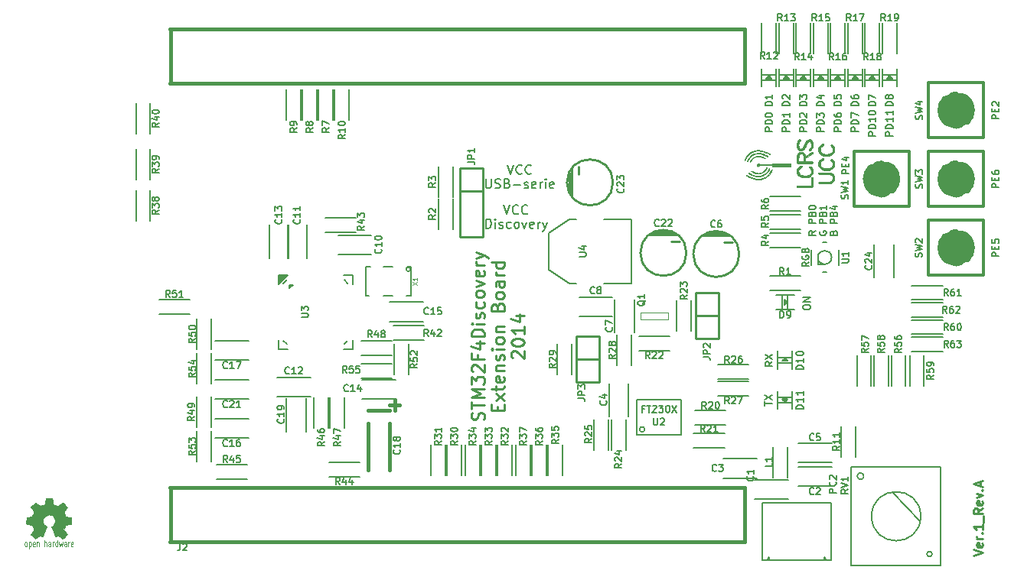
<source format=gto>
%FSLAX46Y46*%
G04 Gerber Fmt 4.6, Leading zero omitted, Abs format (unit mm)*
G04 Created by KiCad (PCBNEW (2014-08-12 BZR 5067)-product) date mié 27 ago 2014 07:49:12 ART*
%MOMM*%
G01*
G04 APERTURE LIST*
%ADD10C,0.150000*%
%ADD11C,0.250190*%
%ADD12C,0.127000*%
%ADD13C,0.254000*%
%ADD14C,0.149860*%
%ADD15C,0.381000*%
%ADD16C,0.304800*%
%ADD17C,2.540000*%
%ADD18C,0.119380*%
%ADD19C,0.203200*%
%ADD20C,0.100000*%
%ADD21C,0.075000*%
%ADD22C,0.002540*%
%ADD23C,0.099060*%
G04 APERTURE END LIST*
D10*
D11*
X200023065Y-130739605D02*
X201023825Y-130406018D01*
X200023065Y-130072431D01*
X200976170Y-129357603D02*
X201023825Y-129452913D01*
X201023825Y-129643534D01*
X200976170Y-129738845D01*
X200880859Y-129786500D01*
X200499617Y-129786500D01*
X200404307Y-129738845D01*
X200356651Y-129643534D01*
X200356651Y-129452913D01*
X200404307Y-129357603D01*
X200499617Y-129309948D01*
X200594928Y-129309948D01*
X200690238Y-129786500D01*
X201023825Y-128881051D02*
X200356651Y-128881051D01*
X200547272Y-128881051D02*
X200451962Y-128833396D01*
X200404307Y-128785740D01*
X200356651Y-128690430D01*
X200356651Y-128595119D01*
X200928514Y-128261533D02*
X200976170Y-128213878D01*
X201023825Y-128261533D01*
X200976170Y-128309188D01*
X200928514Y-128261533D01*
X201023825Y-128261533D01*
X201023825Y-127260773D02*
X201023825Y-127832636D01*
X201023825Y-127546705D02*
X200023065Y-127546705D01*
X200166030Y-127642015D01*
X200261341Y-127737326D01*
X200308996Y-127832636D01*
X201119135Y-127070152D02*
X201119135Y-126307668D01*
X201023825Y-125497529D02*
X200547272Y-125831116D01*
X201023825Y-126069392D02*
X200023065Y-126069392D01*
X200023065Y-125688150D01*
X200070720Y-125592839D01*
X200118375Y-125545184D01*
X200213686Y-125497529D01*
X200356651Y-125497529D01*
X200451962Y-125545184D01*
X200499617Y-125592839D01*
X200547272Y-125688150D01*
X200547272Y-126069392D01*
X200976170Y-124687390D02*
X201023825Y-124782700D01*
X201023825Y-124973321D01*
X200976170Y-125068632D01*
X200880859Y-125116287D01*
X200499617Y-125116287D01*
X200404307Y-125068632D01*
X200356651Y-124973321D01*
X200356651Y-124782700D01*
X200404307Y-124687390D01*
X200499617Y-124639735D01*
X200594928Y-124639735D01*
X200690238Y-125116287D01*
X200356651Y-124306148D02*
X201023825Y-124067872D01*
X200356651Y-123829596D01*
X200928514Y-123448354D02*
X200976170Y-123400699D01*
X201023825Y-123448354D01*
X200976170Y-123496009D01*
X200928514Y-123448354D01*
X201023825Y-123448354D01*
X200737893Y-123019457D02*
X200737893Y-122542905D01*
X201023825Y-123114768D02*
X200023065Y-122781181D01*
X201023825Y-122447594D01*
D12*
X148060834Y-91886919D02*
X148399501Y-92902919D01*
X148738167Y-91886919D01*
X149657405Y-92806157D02*
X149609024Y-92854538D01*
X149463881Y-92902919D01*
X149367119Y-92902919D01*
X149221977Y-92854538D01*
X149125215Y-92757776D01*
X149076834Y-92661014D01*
X149028453Y-92467490D01*
X149028453Y-92322348D01*
X149076834Y-92128824D01*
X149125215Y-92032062D01*
X149221977Y-91935300D01*
X149367119Y-91886919D01*
X149463881Y-91886919D01*
X149609024Y-91935300D01*
X149657405Y-91983681D01*
X150673405Y-92806157D02*
X150625024Y-92854538D01*
X150479881Y-92902919D01*
X150383119Y-92902919D01*
X150237977Y-92854538D01*
X150141215Y-92757776D01*
X150092834Y-92661014D01*
X150044453Y-92467490D01*
X150044453Y-92322348D01*
X150092834Y-92128824D01*
X150141215Y-92032062D01*
X150237977Y-91935300D01*
X150383119Y-91886919D01*
X150479881Y-91886919D01*
X150625024Y-91935300D01*
X150673405Y-91983681D01*
X146077215Y-94452319D02*
X146077215Y-93436319D01*
X146319120Y-93436319D01*
X146464262Y-93484700D01*
X146561024Y-93581462D01*
X146609405Y-93678224D01*
X146657786Y-93871748D01*
X146657786Y-94016890D01*
X146609405Y-94210414D01*
X146561024Y-94307176D01*
X146464262Y-94403938D01*
X146319120Y-94452319D01*
X146077215Y-94452319D01*
X147093215Y-94452319D02*
X147093215Y-93774986D01*
X147093215Y-93436319D02*
X147044834Y-93484700D01*
X147093215Y-93533081D01*
X147141596Y-93484700D01*
X147093215Y-93436319D01*
X147093215Y-93533081D01*
X147528644Y-94403938D02*
X147625406Y-94452319D01*
X147818930Y-94452319D01*
X147915691Y-94403938D01*
X147964072Y-94307176D01*
X147964072Y-94258795D01*
X147915691Y-94162033D01*
X147818930Y-94113652D01*
X147673787Y-94113652D01*
X147577025Y-94065271D01*
X147528644Y-93968510D01*
X147528644Y-93920129D01*
X147577025Y-93823367D01*
X147673787Y-93774986D01*
X147818930Y-93774986D01*
X147915691Y-93823367D01*
X148834929Y-94403938D02*
X148738167Y-94452319D01*
X148544644Y-94452319D01*
X148447882Y-94403938D01*
X148399501Y-94355557D01*
X148351120Y-94258795D01*
X148351120Y-93968510D01*
X148399501Y-93871748D01*
X148447882Y-93823367D01*
X148544644Y-93774986D01*
X148738167Y-93774986D01*
X148834929Y-93823367D01*
X149415501Y-94452319D02*
X149318739Y-94403938D01*
X149270358Y-94355557D01*
X149221977Y-94258795D01*
X149221977Y-93968510D01*
X149270358Y-93871748D01*
X149318739Y-93823367D01*
X149415501Y-93774986D01*
X149560643Y-93774986D01*
X149657405Y-93823367D01*
X149705786Y-93871748D01*
X149754167Y-93968510D01*
X149754167Y-94258795D01*
X149705786Y-94355557D01*
X149657405Y-94403938D01*
X149560643Y-94452319D01*
X149415501Y-94452319D01*
X150092834Y-93774986D02*
X150334739Y-94452319D01*
X150576643Y-93774986D01*
X151350738Y-94403938D02*
X151253976Y-94452319D01*
X151060453Y-94452319D01*
X150963691Y-94403938D01*
X150915310Y-94307176D01*
X150915310Y-93920129D01*
X150963691Y-93823367D01*
X151060453Y-93774986D01*
X151253976Y-93774986D01*
X151350738Y-93823367D01*
X151399119Y-93920129D01*
X151399119Y-94016890D01*
X150915310Y-94113652D01*
X151834548Y-94452319D02*
X151834548Y-93774986D01*
X151834548Y-93968510D02*
X151882929Y-93871748D01*
X151931310Y-93823367D01*
X152028072Y-93774986D01*
X152124833Y-93774986D01*
X152366738Y-93774986D02*
X152608643Y-94452319D01*
X152850547Y-93774986D02*
X152608643Y-94452319D01*
X152511881Y-94694224D01*
X152463500Y-94742605D01*
X152366738Y-94790986D01*
X148441834Y-87441919D02*
X148780501Y-88457919D01*
X149119167Y-87441919D01*
X150038405Y-88361157D02*
X149990024Y-88409538D01*
X149844881Y-88457919D01*
X149748119Y-88457919D01*
X149602977Y-88409538D01*
X149506215Y-88312776D01*
X149457834Y-88216014D01*
X149409453Y-88022490D01*
X149409453Y-87877348D01*
X149457834Y-87683824D01*
X149506215Y-87587062D01*
X149602977Y-87490300D01*
X149748119Y-87441919D01*
X149844881Y-87441919D01*
X149990024Y-87490300D01*
X150038405Y-87538681D01*
X151054405Y-88361157D02*
X151006024Y-88409538D01*
X150860881Y-88457919D01*
X150764119Y-88457919D01*
X150618977Y-88409538D01*
X150522215Y-88312776D01*
X150473834Y-88216014D01*
X150425453Y-88022490D01*
X150425453Y-87877348D01*
X150473834Y-87683824D01*
X150522215Y-87587062D01*
X150618977Y-87490300D01*
X150764119Y-87441919D01*
X150860881Y-87441919D01*
X151006024Y-87490300D01*
X151054405Y-87538681D01*
X146046977Y-88991319D02*
X146046977Y-89813795D01*
X146095358Y-89910557D01*
X146143739Y-89958938D01*
X146240501Y-90007319D01*
X146434024Y-90007319D01*
X146530786Y-89958938D01*
X146579167Y-89910557D01*
X146627548Y-89813795D01*
X146627548Y-88991319D01*
X147062977Y-89958938D02*
X147208120Y-90007319D01*
X147450024Y-90007319D01*
X147546786Y-89958938D01*
X147595167Y-89910557D01*
X147643548Y-89813795D01*
X147643548Y-89717033D01*
X147595167Y-89620271D01*
X147546786Y-89571890D01*
X147450024Y-89523510D01*
X147256501Y-89475129D01*
X147159739Y-89426748D01*
X147111358Y-89378367D01*
X147062977Y-89281605D01*
X147062977Y-89184843D01*
X147111358Y-89088081D01*
X147159739Y-89039700D01*
X147256501Y-88991319D01*
X147498405Y-88991319D01*
X147643548Y-89039700D01*
X148417643Y-89475129D02*
X148562786Y-89523510D01*
X148611167Y-89571890D01*
X148659548Y-89668652D01*
X148659548Y-89813795D01*
X148611167Y-89910557D01*
X148562786Y-89958938D01*
X148466024Y-90007319D01*
X148078977Y-90007319D01*
X148078977Y-88991319D01*
X148417643Y-88991319D01*
X148514405Y-89039700D01*
X148562786Y-89088081D01*
X148611167Y-89184843D01*
X148611167Y-89281605D01*
X148562786Y-89378367D01*
X148514405Y-89426748D01*
X148417643Y-89475129D01*
X148078977Y-89475129D01*
X149094977Y-89620271D02*
X149869072Y-89620271D01*
X150304501Y-89958938D02*
X150401263Y-90007319D01*
X150594787Y-90007319D01*
X150691548Y-89958938D01*
X150739929Y-89862176D01*
X150739929Y-89813795D01*
X150691548Y-89717033D01*
X150594787Y-89668652D01*
X150449644Y-89668652D01*
X150352882Y-89620271D01*
X150304501Y-89523510D01*
X150304501Y-89475129D01*
X150352882Y-89378367D01*
X150449644Y-89329986D01*
X150594787Y-89329986D01*
X150691548Y-89378367D01*
X151562405Y-89958938D02*
X151465643Y-90007319D01*
X151272120Y-90007319D01*
X151175358Y-89958938D01*
X151126977Y-89862176D01*
X151126977Y-89475129D01*
X151175358Y-89378367D01*
X151272120Y-89329986D01*
X151465643Y-89329986D01*
X151562405Y-89378367D01*
X151610786Y-89475129D01*
X151610786Y-89571890D01*
X151126977Y-89668652D01*
X152046215Y-90007319D02*
X152046215Y-89329986D01*
X152046215Y-89523510D02*
X152094596Y-89426748D01*
X152142977Y-89378367D01*
X152239739Y-89329986D01*
X152336500Y-89329986D01*
X152675167Y-90007319D02*
X152675167Y-89329986D01*
X152675167Y-88991319D02*
X152626786Y-89039700D01*
X152675167Y-89088081D01*
X152723548Y-89039700D01*
X152675167Y-88991319D01*
X152675167Y-89088081D01*
X153546024Y-89958938D02*
X153449262Y-90007319D01*
X153255739Y-90007319D01*
X153158977Y-89958938D01*
X153110596Y-89862176D01*
X153110596Y-89475129D01*
X153158977Y-89378367D01*
X153255739Y-89329986D01*
X153449262Y-89329986D01*
X153546024Y-89378367D01*
X153594405Y-89475129D01*
X153594405Y-89571890D01*
X153110596Y-89668652D01*
D13*
X145802652Y-115672810D02*
X145869176Y-115473238D01*
X145869176Y-115140619D01*
X145802652Y-115007572D01*
X145736129Y-114941048D01*
X145603081Y-114874524D01*
X145470033Y-114874524D01*
X145336986Y-114941048D01*
X145270462Y-115007572D01*
X145203938Y-115140619D01*
X145137414Y-115406715D01*
X145070890Y-115539762D01*
X145004367Y-115606286D01*
X144871319Y-115672810D01*
X144738271Y-115672810D01*
X144605224Y-115606286D01*
X144538700Y-115539762D01*
X144472176Y-115406715D01*
X144472176Y-115074095D01*
X144538700Y-114874524D01*
X144472176Y-114475381D02*
X144472176Y-113677096D01*
X145869176Y-114076239D02*
X144472176Y-114076239D01*
X145869176Y-113211429D02*
X144472176Y-113211429D01*
X145470033Y-112745762D01*
X144472176Y-112280096D01*
X145869176Y-112280096D01*
X144472176Y-111747906D02*
X144472176Y-110883096D01*
X145004367Y-111348763D01*
X145004367Y-111149191D01*
X145070890Y-111016144D01*
X145137414Y-110949620D01*
X145270462Y-110883096D01*
X145603081Y-110883096D01*
X145736129Y-110949620D01*
X145802652Y-111016144D01*
X145869176Y-111149191D01*
X145869176Y-111548334D01*
X145802652Y-111681382D01*
X145736129Y-111747906D01*
X144605224Y-110350906D02*
X144538700Y-110284382D01*
X144472176Y-110151334D01*
X144472176Y-109818715D01*
X144538700Y-109685668D01*
X144605224Y-109619144D01*
X144738271Y-109552620D01*
X144871319Y-109552620D01*
X145070890Y-109619144D01*
X145869176Y-110417430D01*
X145869176Y-109552620D01*
X145137414Y-108488239D02*
X145137414Y-108953906D01*
X145869176Y-108953906D02*
X144472176Y-108953906D01*
X144472176Y-108288668D01*
X144937843Y-107157763D02*
X145869176Y-107157763D01*
X144405652Y-107490382D02*
X145403510Y-107823001D01*
X145403510Y-106958191D01*
X145869176Y-106426001D02*
X144472176Y-106426001D01*
X144472176Y-106093382D01*
X144538700Y-105893810D01*
X144671748Y-105760763D01*
X144804795Y-105694239D01*
X145070890Y-105627715D01*
X145270462Y-105627715D01*
X145536557Y-105694239D01*
X145669605Y-105760763D01*
X145802652Y-105893810D01*
X145869176Y-106093382D01*
X145869176Y-106426001D01*
X145869176Y-105029001D02*
X144937843Y-105029001D01*
X144472176Y-105029001D02*
X144538700Y-105095525D01*
X144605224Y-105029001D01*
X144538700Y-104962477D01*
X144472176Y-105029001D01*
X144605224Y-105029001D01*
X145802652Y-104430287D02*
X145869176Y-104297239D01*
X145869176Y-104031144D01*
X145802652Y-103898096D01*
X145669605Y-103831572D01*
X145603081Y-103831572D01*
X145470033Y-103898096D01*
X145403510Y-104031144D01*
X145403510Y-104230715D01*
X145336986Y-104363763D01*
X145203938Y-104430287D01*
X145137414Y-104430287D01*
X145004367Y-104363763D01*
X144937843Y-104230715D01*
X144937843Y-104031144D01*
X145004367Y-103898096D01*
X145802652Y-102634144D02*
X145869176Y-102767191D01*
X145869176Y-103033287D01*
X145802652Y-103166334D01*
X145736129Y-103232858D01*
X145603081Y-103299382D01*
X145203938Y-103299382D01*
X145070890Y-103232858D01*
X145004367Y-103166334D01*
X144937843Y-103033287D01*
X144937843Y-102767191D01*
X145004367Y-102634144D01*
X145869176Y-101835858D02*
X145802652Y-101968905D01*
X145736129Y-102035429D01*
X145603081Y-102101953D01*
X145203938Y-102101953D01*
X145070890Y-102035429D01*
X145004367Y-101968905D01*
X144937843Y-101835858D01*
X144937843Y-101636286D01*
X145004367Y-101503238D01*
X145070890Y-101436715D01*
X145203938Y-101370191D01*
X145603081Y-101370191D01*
X145736129Y-101436715D01*
X145802652Y-101503238D01*
X145869176Y-101636286D01*
X145869176Y-101835858D01*
X144937843Y-100904525D02*
X145869176Y-100571906D01*
X144937843Y-100239286D01*
X145802652Y-99174905D02*
X145869176Y-99307953D01*
X145869176Y-99574048D01*
X145802652Y-99707096D01*
X145669605Y-99773620D01*
X145137414Y-99773620D01*
X145004367Y-99707096D01*
X144937843Y-99574048D01*
X144937843Y-99307953D01*
X145004367Y-99174905D01*
X145137414Y-99108382D01*
X145270462Y-99108382D01*
X145403510Y-99773620D01*
X145869176Y-98509667D02*
X144937843Y-98509667D01*
X145203938Y-98509667D02*
X145070890Y-98443143D01*
X145004367Y-98376619D01*
X144937843Y-98243572D01*
X144937843Y-98110524D01*
X144937843Y-97777905D02*
X145869176Y-97445286D01*
X144937843Y-97112666D02*
X145869176Y-97445286D01*
X146201795Y-97578333D01*
X146268319Y-97644857D01*
X146334843Y-97777905D01*
X147347214Y-114641690D02*
X147347214Y-114176023D01*
X148078976Y-113976452D02*
X148078976Y-114641690D01*
X146681976Y-114641690D01*
X146681976Y-113976452D01*
X148078976Y-113510786D02*
X147147643Y-112779024D01*
X147147643Y-113510786D02*
X148078976Y-112779024D01*
X147147643Y-112446404D02*
X147147643Y-111914214D01*
X146681976Y-112246833D02*
X147879405Y-112246833D01*
X148012452Y-112180309D01*
X148078976Y-112047262D01*
X148078976Y-111914214D01*
X148012452Y-110916356D02*
X148078976Y-111049404D01*
X148078976Y-111315499D01*
X148012452Y-111448547D01*
X147879405Y-111515071D01*
X147347214Y-111515071D01*
X147214167Y-111448547D01*
X147147643Y-111315499D01*
X147147643Y-111049404D01*
X147214167Y-110916356D01*
X147347214Y-110849833D01*
X147480262Y-110849833D01*
X147613310Y-111515071D01*
X147147643Y-110251118D02*
X148078976Y-110251118D01*
X147280690Y-110251118D02*
X147214167Y-110184594D01*
X147147643Y-110051547D01*
X147147643Y-109851975D01*
X147214167Y-109718927D01*
X147347214Y-109652404D01*
X148078976Y-109652404D01*
X148012452Y-109053690D02*
X148078976Y-108920642D01*
X148078976Y-108654547D01*
X148012452Y-108521499D01*
X147879405Y-108454975D01*
X147812881Y-108454975D01*
X147679833Y-108521499D01*
X147613310Y-108654547D01*
X147613310Y-108854118D01*
X147546786Y-108987166D01*
X147413738Y-109053690D01*
X147347214Y-109053690D01*
X147214167Y-108987166D01*
X147147643Y-108854118D01*
X147147643Y-108654547D01*
X147214167Y-108521499D01*
X148078976Y-107856261D02*
X147147643Y-107856261D01*
X146681976Y-107856261D02*
X146748500Y-107922785D01*
X146815024Y-107856261D01*
X146748500Y-107789737D01*
X146681976Y-107856261D01*
X146815024Y-107856261D01*
X148078976Y-106991452D02*
X148012452Y-107124499D01*
X147945929Y-107191023D01*
X147812881Y-107257547D01*
X147413738Y-107257547D01*
X147280690Y-107191023D01*
X147214167Y-107124499D01*
X147147643Y-106991452D01*
X147147643Y-106791880D01*
X147214167Y-106658832D01*
X147280690Y-106592309D01*
X147413738Y-106525785D01*
X147812881Y-106525785D01*
X147945929Y-106592309D01*
X148012452Y-106658832D01*
X148078976Y-106791880D01*
X148078976Y-106991452D01*
X147147643Y-105927071D02*
X148078976Y-105927071D01*
X147280690Y-105927071D02*
X147214167Y-105860547D01*
X147147643Y-105727500D01*
X147147643Y-105527928D01*
X147214167Y-105394880D01*
X147347214Y-105328357D01*
X148078976Y-105328357D01*
X147347214Y-103133071D02*
X147413738Y-102933500D01*
X147480262Y-102866976D01*
X147613310Y-102800452D01*
X147812881Y-102800452D01*
X147945929Y-102866976D01*
X148012452Y-102933500D01*
X148078976Y-103066547D01*
X148078976Y-103598738D01*
X146681976Y-103598738D01*
X146681976Y-103133071D01*
X146748500Y-103000024D01*
X146815024Y-102933500D01*
X146948071Y-102866976D01*
X147081119Y-102866976D01*
X147214167Y-102933500D01*
X147280690Y-103000024D01*
X147347214Y-103133071D01*
X147347214Y-103598738D01*
X148078976Y-102002167D02*
X148012452Y-102135214D01*
X147945929Y-102201738D01*
X147812881Y-102268262D01*
X147413738Y-102268262D01*
X147280690Y-102201738D01*
X147214167Y-102135214D01*
X147147643Y-102002167D01*
X147147643Y-101802595D01*
X147214167Y-101669547D01*
X147280690Y-101603024D01*
X147413738Y-101536500D01*
X147812881Y-101536500D01*
X147945929Y-101603024D01*
X148012452Y-101669547D01*
X148078976Y-101802595D01*
X148078976Y-102002167D01*
X148078976Y-100339072D02*
X147347214Y-100339072D01*
X147214167Y-100405595D01*
X147147643Y-100538643D01*
X147147643Y-100804738D01*
X147214167Y-100937786D01*
X148012452Y-100339072D02*
X148078976Y-100472119D01*
X148078976Y-100804738D01*
X148012452Y-100937786D01*
X147879405Y-101004310D01*
X147746357Y-101004310D01*
X147613310Y-100937786D01*
X147546786Y-100804738D01*
X147546786Y-100472119D01*
X147480262Y-100339072D01*
X148078976Y-99673834D02*
X147147643Y-99673834D01*
X147413738Y-99673834D02*
X147280690Y-99607310D01*
X147214167Y-99540786D01*
X147147643Y-99407739D01*
X147147643Y-99274691D01*
X148078976Y-98210310D02*
X146681976Y-98210310D01*
X148012452Y-98210310D02*
X148078976Y-98343357D01*
X148078976Y-98609453D01*
X148012452Y-98742500D01*
X147945929Y-98809024D01*
X147812881Y-98875548D01*
X147413738Y-98875548D01*
X147280690Y-98809024D01*
X147214167Y-98742500D01*
X147147643Y-98609453D01*
X147147643Y-98343357D01*
X147214167Y-98210310D01*
X149024824Y-108820857D02*
X148958300Y-108754333D01*
X148891776Y-108621285D01*
X148891776Y-108288666D01*
X148958300Y-108155619D01*
X149024824Y-108089095D01*
X149157871Y-108022571D01*
X149290919Y-108022571D01*
X149490490Y-108089095D01*
X150288776Y-108887381D01*
X150288776Y-108022571D01*
X148891776Y-107157762D02*
X148891776Y-107024714D01*
X148958300Y-106891666D01*
X149024824Y-106825143D01*
X149157871Y-106758619D01*
X149423967Y-106692095D01*
X149756586Y-106692095D01*
X150022681Y-106758619D01*
X150155729Y-106825143D01*
X150222252Y-106891666D01*
X150288776Y-107024714D01*
X150288776Y-107157762D01*
X150222252Y-107290809D01*
X150155729Y-107357333D01*
X150022681Y-107423857D01*
X149756586Y-107490381D01*
X149423967Y-107490381D01*
X149157871Y-107423857D01*
X149024824Y-107357333D01*
X148958300Y-107290809D01*
X148891776Y-107157762D01*
X150288776Y-105361619D02*
X150288776Y-106159905D01*
X150288776Y-105760762D02*
X148891776Y-105760762D01*
X149091348Y-105893810D01*
X149224395Y-106026857D01*
X149290919Y-106159905D01*
X149357443Y-104164191D02*
X150288776Y-104164191D01*
X148825252Y-104496810D02*
X149823110Y-104829429D01*
X149823110Y-103964619D01*
D12*
X182538914Y-94778285D02*
X182176057Y-95032285D01*
X182538914Y-95213713D02*
X181776914Y-95213713D01*
X181776914Y-94923428D01*
X181813200Y-94850856D01*
X181849486Y-94814571D01*
X181922057Y-94778285D01*
X182030914Y-94778285D01*
X182103486Y-94814571D01*
X182139771Y-94850856D01*
X182176057Y-94923428D01*
X182176057Y-95213713D01*
X182538914Y-93871142D02*
X181776914Y-93871142D01*
X181776914Y-93580857D01*
X181813200Y-93508285D01*
X181849486Y-93472000D01*
X181922057Y-93435714D01*
X182030914Y-93435714D01*
X182103486Y-93472000D01*
X182139771Y-93508285D01*
X182176057Y-93580857D01*
X182176057Y-93871142D01*
X182139771Y-92855142D02*
X182176057Y-92746285D01*
X182212343Y-92710000D01*
X182284914Y-92673714D01*
X182393771Y-92673714D01*
X182466343Y-92710000D01*
X182502629Y-92746285D01*
X182538914Y-92818857D01*
X182538914Y-93109142D01*
X181776914Y-93109142D01*
X181776914Y-92855142D01*
X181813200Y-92782571D01*
X181849486Y-92746285D01*
X181922057Y-92710000D01*
X181994629Y-92710000D01*
X182067200Y-92746285D01*
X182103486Y-92782571D01*
X182139771Y-92855142D01*
X182139771Y-93109142D01*
X181776914Y-92202000D02*
X181776914Y-92129428D01*
X181813200Y-92056857D01*
X181849486Y-92020571D01*
X181922057Y-91984285D01*
X182067200Y-91948000D01*
X182248629Y-91948000D01*
X182393771Y-91984285D01*
X182466343Y-92020571D01*
X182502629Y-92056857D01*
X182538914Y-92129428D01*
X182538914Y-92202000D01*
X182502629Y-92274571D01*
X182466343Y-92310857D01*
X182393771Y-92347142D01*
X182248629Y-92383428D01*
X182067200Y-92383428D01*
X181922057Y-92347142D01*
X181849486Y-92310857D01*
X181813200Y-92274571D01*
X181776914Y-92202000D01*
X183007000Y-94814571D02*
X182970714Y-94887142D01*
X182970714Y-94995999D01*
X183007000Y-95104856D01*
X183079571Y-95177428D01*
X183152143Y-95213713D01*
X183297286Y-95249999D01*
X183406143Y-95249999D01*
X183551286Y-95213713D01*
X183623857Y-95177428D01*
X183696429Y-95104856D01*
X183732714Y-94995999D01*
X183732714Y-94923428D01*
X183696429Y-94814571D01*
X183660143Y-94778285D01*
X183406143Y-94778285D01*
X183406143Y-94923428D01*
X183732714Y-93871142D02*
X182970714Y-93871142D01*
X182970714Y-93580857D01*
X183007000Y-93508285D01*
X183043286Y-93472000D01*
X183115857Y-93435714D01*
X183224714Y-93435714D01*
X183297286Y-93472000D01*
X183333571Y-93508285D01*
X183369857Y-93580857D01*
X183369857Y-93871142D01*
X183333571Y-92855142D02*
X183369857Y-92746285D01*
X183406143Y-92710000D01*
X183478714Y-92673714D01*
X183587571Y-92673714D01*
X183660143Y-92710000D01*
X183696429Y-92746285D01*
X183732714Y-92818857D01*
X183732714Y-93109142D01*
X182970714Y-93109142D01*
X182970714Y-92855142D01*
X183007000Y-92782571D01*
X183043286Y-92746285D01*
X183115857Y-92710000D01*
X183188429Y-92710000D01*
X183261000Y-92746285D01*
X183297286Y-92782571D01*
X183333571Y-92855142D01*
X183333571Y-93109142D01*
X183732714Y-91948000D02*
X183732714Y-92383428D01*
X183732714Y-92165714D02*
X182970714Y-92165714D01*
X183079571Y-92238285D01*
X183152143Y-92310857D01*
X183188429Y-92383428D01*
X184527371Y-94959713D02*
X184563657Y-94850856D01*
X184599943Y-94814571D01*
X184672514Y-94778285D01*
X184781371Y-94778285D01*
X184853943Y-94814571D01*
X184890229Y-94850856D01*
X184926514Y-94923428D01*
X184926514Y-95213713D01*
X184164514Y-95213713D01*
X184164514Y-94959713D01*
X184200800Y-94887142D01*
X184237086Y-94850856D01*
X184309657Y-94814571D01*
X184382229Y-94814571D01*
X184454800Y-94850856D01*
X184491086Y-94887142D01*
X184527371Y-94959713D01*
X184527371Y-95213713D01*
X184926514Y-93871142D02*
X184164514Y-93871142D01*
X184164514Y-93580857D01*
X184200800Y-93508285D01*
X184237086Y-93472000D01*
X184309657Y-93435714D01*
X184418514Y-93435714D01*
X184491086Y-93472000D01*
X184527371Y-93508285D01*
X184563657Y-93580857D01*
X184563657Y-93871142D01*
X184527371Y-92855142D02*
X184563657Y-92746285D01*
X184599943Y-92710000D01*
X184672514Y-92673714D01*
X184781371Y-92673714D01*
X184853943Y-92710000D01*
X184890229Y-92746285D01*
X184926514Y-92818857D01*
X184926514Y-93109142D01*
X184164514Y-93109142D01*
X184164514Y-92855142D01*
X184200800Y-92782571D01*
X184237086Y-92746285D01*
X184309657Y-92710000D01*
X184382229Y-92710000D01*
X184454800Y-92746285D01*
X184491086Y-92782571D01*
X184527371Y-92855142D01*
X184527371Y-93109142D01*
X184418514Y-92020571D02*
X184926514Y-92020571D01*
X184128229Y-92202000D02*
X184672514Y-92383428D01*
X184672514Y-91911714D01*
D14*
X133255000Y-98730000D02*
X132755000Y-98730000D01*
X135755000Y-98730000D02*
X134755000Y-98730000D01*
X137755000Y-98730000D02*
X137355000Y-98730000D01*
X137255000Y-101930000D02*
X137755000Y-101930000D01*
X134755000Y-101930000D02*
X135755000Y-101930000D01*
X132755000Y-101930000D02*
X133155000Y-101930000D01*
X137706453Y-98996500D02*
G75*
G03X137706453Y-98996500I-228953J0D01*
G74*
G01*
X132755000Y-101930000D02*
X132755000Y-98730000D01*
X137755000Y-98730000D02*
X137755000Y-101930000D01*
X124301250Y-100742750D02*
X124745750Y-100742750D01*
X124745750Y-100742750D02*
X124301250Y-101123750D01*
X124301250Y-101123750D02*
X124301250Y-100742750D01*
X124301250Y-100742750D02*
X124301250Y-100996750D01*
X124301250Y-100996750D02*
X124491750Y-100806250D01*
X123323350Y-99627690D02*
X123122690Y-99828350D01*
X123122690Y-100026470D02*
X123521470Y-99627690D01*
X123722130Y-99627690D02*
X123122690Y-100227130D01*
X123122690Y-100427790D02*
X123922790Y-99627690D01*
X123122690Y-100628450D02*
X123122690Y-99627690D01*
X123122690Y-99627690D02*
X124123450Y-99627690D01*
X124123450Y-99627690D02*
X123122690Y-100628450D01*
X124123450Y-107826810D02*
X123122690Y-107826810D01*
X123122690Y-107826810D02*
X123122690Y-106826050D01*
X131321810Y-106826050D02*
X131321810Y-107826810D01*
X131321810Y-107826810D02*
X130321050Y-107826810D01*
X130321050Y-99627690D02*
X131321810Y-99627690D01*
X131321810Y-99627690D02*
X131321810Y-100628450D01*
D12*
X124047250Y-107283250D02*
X123666250Y-106902250D01*
X123666250Y-100552250D02*
X124047250Y-100171250D01*
X130397250Y-100171250D02*
X130778250Y-100552250D01*
X130778250Y-106902250D02*
X130397250Y-107283250D01*
D14*
X183483250Y-98456750D02*
X182784750Y-98456750D01*
X182784750Y-98456750D02*
X182784750Y-97631250D01*
X184311391Y-97694750D02*
G75*
G03X184311391Y-97694750I-764641J0D01*
G74*
G01*
X183356250Y-96043750D02*
X183737250Y-96043750D01*
X183356250Y-99282250D02*
X183737250Y-99282250D01*
X182022750Y-98519750D02*
X182022750Y-96869750D01*
X185070750Y-96869750D02*
X185070750Y-98519750D01*
D15*
X111156750Y-123221750D02*
X111156750Y-129190750D01*
X174656750Y-123221750D02*
X174656750Y-129190750D01*
X174656750Y-78390750D02*
X174656750Y-72421750D01*
X111156750Y-72421750D02*
X111156750Y-78390750D01*
X174645250Y-78390750D02*
X111145250Y-78390750D01*
X174645250Y-72421750D02*
X111145250Y-72421750D01*
X174645250Y-123221750D02*
X111145250Y-123221750D01*
X174645250Y-129190750D02*
X111145250Y-129190750D01*
D13*
X143160750Y-90328750D02*
X143160750Y-95408750D01*
X143160750Y-95408750D02*
X145700750Y-95408750D01*
X145700750Y-95408750D02*
X145700750Y-90328750D01*
X145700750Y-87788750D02*
X145700750Y-90328750D01*
X145700750Y-90328750D02*
X143160750Y-90328750D01*
X145700750Y-87788750D02*
X143160750Y-87788750D01*
X143160750Y-87788750D02*
X143160750Y-90328750D01*
X169259250Y-104171750D02*
X171799250Y-104171750D01*
X169259250Y-106711750D02*
X171799250Y-106711750D01*
X171799250Y-106711750D02*
X171799250Y-104171750D01*
X171799250Y-104171750D02*
X171799250Y-101631750D01*
X171799250Y-101631750D02*
X169259250Y-101631750D01*
X169259250Y-101631750D02*
X169259250Y-106711750D01*
X158591250Y-108997750D02*
X156051250Y-108997750D01*
X158591250Y-106457750D02*
X156051250Y-106457750D01*
X156051250Y-106457750D02*
X156051250Y-108997750D01*
X156051250Y-108997750D02*
X156051250Y-111537750D01*
X156051250Y-111537750D02*
X158591250Y-111537750D01*
X158591250Y-111537750D02*
X158591250Y-106457750D01*
D10*
X179457250Y-122064250D02*
X179457250Y-118664250D01*
X177857250Y-122064250D02*
X177857250Y-118664250D01*
X177465250Y-101352250D02*
X180865250Y-101352250D01*
X177465250Y-99752250D02*
X180865250Y-99752250D01*
X140836750Y-91168750D02*
X140836750Y-94568750D01*
X142436750Y-91168750D02*
X142436750Y-94568750D01*
X142436750Y-91012750D02*
X142436750Y-87612750D01*
X140836750Y-91012750D02*
X140836750Y-87612750D01*
X180865250Y-94989750D02*
X177465250Y-94989750D01*
X180865250Y-96589750D02*
X177465250Y-96589750D01*
X177465250Y-94557750D02*
X180865250Y-94557750D01*
X177465250Y-92957750D02*
X180865250Y-92957750D01*
X177465250Y-92525750D02*
X180865250Y-92525750D01*
X177465250Y-90925750D02*
X180865250Y-90925750D01*
X127565250Y-79103750D02*
X127565250Y-82503750D01*
X129165250Y-79103750D02*
X129165250Y-82503750D01*
X125787250Y-79103750D02*
X125787250Y-82503750D01*
X127387250Y-79103750D02*
X127387250Y-82503750D01*
X124009250Y-79103750D02*
X124009250Y-82503750D01*
X125609250Y-79103750D02*
X125609250Y-82503750D01*
X129343250Y-79103750D02*
X129343250Y-82503750D01*
X130943250Y-79103750D02*
X130943250Y-82503750D01*
X186969300Y-119784600D02*
X186969300Y-116384600D01*
X185369300Y-119784600D02*
X185369300Y-116384600D01*
X176587250Y-71674250D02*
X176587250Y-75074250D01*
X178187250Y-71674250D02*
X178187250Y-75074250D01*
X178492250Y-71674250D02*
X178492250Y-75074250D01*
X180092250Y-71674250D02*
X180092250Y-75074250D01*
X180397250Y-71674250D02*
X180397250Y-75074250D01*
X181997250Y-71674250D02*
X181997250Y-75074250D01*
X182302250Y-71674250D02*
X182302250Y-75074250D01*
X183902250Y-71674250D02*
X183902250Y-75074250D01*
X184207250Y-71674250D02*
X184207250Y-75074250D01*
X185807250Y-71674250D02*
X185807250Y-75074250D01*
X186112250Y-71674250D02*
X186112250Y-75074250D01*
X187712250Y-71674250D02*
X187712250Y-75074250D01*
X188017250Y-71674250D02*
X188017250Y-75074250D01*
X189617250Y-71674250D02*
X189617250Y-75074250D01*
X189922250Y-71674250D02*
X189922250Y-75074250D01*
X191522250Y-71674250D02*
X191522250Y-75074250D01*
X169210250Y-116211250D02*
X172610250Y-116211250D01*
X169210250Y-114611250D02*
X172610250Y-114611250D01*
X169051500Y-118783000D02*
X172451500Y-118783000D01*
X169051500Y-117183000D02*
X172451500Y-117183000D01*
X166387250Y-106419750D02*
X162987250Y-106419750D01*
X166387250Y-108019750D02*
X162987250Y-108019750D01*
X167189250Y-102471750D02*
X167189250Y-105871750D01*
X168789250Y-102471750D02*
X168789250Y-105871750D01*
X159950250Y-115616250D02*
X159950250Y-119016250D01*
X161550250Y-115616250D02*
X161550250Y-119016250D01*
X158045250Y-115616250D02*
X158045250Y-119016250D01*
X159645250Y-115616250D02*
X159645250Y-119016250D01*
X171750250Y-111131250D02*
X175150250Y-111131250D01*
X171750250Y-109531250D02*
X175150250Y-109531250D01*
X171750250Y-113036250D02*
X175150250Y-113036250D01*
X171750250Y-111436250D02*
X175150250Y-111436250D01*
X162185250Y-109681750D02*
X162185250Y-106281750D01*
X160585250Y-109681750D02*
X160585250Y-106281750D01*
X155581250Y-110697750D02*
X155581250Y-107297750D01*
X153981250Y-110697750D02*
X153981250Y-107297750D01*
X141789250Y-118473750D02*
X141789250Y-121873750D01*
X143389250Y-118473750D02*
X143389250Y-121873750D01*
X140011250Y-118473750D02*
X140011250Y-121873750D01*
X141611250Y-118473750D02*
X141611250Y-121873750D01*
X147377250Y-118473750D02*
X147377250Y-121873750D01*
X148977250Y-118473750D02*
X148977250Y-121873750D01*
X145599250Y-118473750D02*
X145599250Y-121873750D01*
X147199250Y-118473750D02*
X147199250Y-121873750D01*
X143821250Y-118473750D02*
X143821250Y-121873750D01*
X145421250Y-118473750D02*
X145421250Y-121873750D01*
X152965250Y-118473750D02*
X152965250Y-121873750D01*
X154565250Y-118473750D02*
X154565250Y-121873750D01*
X151187250Y-118473750D02*
X151187250Y-121873750D01*
X152787250Y-118473750D02*
X152787250Y-121873750D01*
X149409250Y-118473750D02*
X149409250Y-121873750D01*
X151009250Y-118473750D02*
X151009250Y-121873750D01*
X107340500Y-90248000D02*
X107340500Y-93648000D01*
X108940500Y-90248000D02*
X108940500Y-93648000D01*
X107340500Y-85676000D02*
X107340500Y-89076000D01*
X108940500Y-85676000D02*
X108940500Y-89076000D01*
X108940500Y-83996000D02*
X108940500Y-80596000D01*
X107340500Y-83996000D02*
X107340500Y-80596000D01*
X135809250Y-106813250D02*
X139209250Y-106813250D01*
X135809250Y-105213250D02*
X139209250Y-105213250D01*
X128252750Y-94938750D02*
X131652750Y-94938750D01*
X128252750Y-93338750D02*
X131652750Y-93338750D01*
X132097250Y-120389750D02*
X128697250Y-120389750D01*
X132097250Y-121989750D02*
X128697250Y-121989750D01*
X116251250Y-122243750D02*
X119651250Y-122243750D01*
X116251250Y-120643750D02*
X119651250Y-120643750D01*
X128657250Y-116603250D02*
X128657250Y-113203250D01*
X127057250Y-116603250D02*
X127057250Y-113203250D01*
X130435250Y-116603250D02*
X130435250Y-113203250D01*
X128835250Y-116603250D02*
X128835250Y-113203250D01*
X135653250Y-106927750D02*
X132253250Y-106927750D01*
X135653250Y-108527750D02*
X132253250Y-108527750D01*
X114103250Y-113139750D02*
X114103250Y-116539750D01*
X115703250Y-113139750D02*
X115703250Y-116539750D01*
X115703250Y-107903750D02*
X115703250Y-104503750D01*
X114103250Y-107903750D02*
X114103250Y-104503750D01*
X109901250Y-103955750D02*
X113301250Y-103955750D01*
X109901250Y-102355750D02*
X113301250Y-102355750D01*
X137547250Y-110697750D02*
X137547250Y-107297750D01*
X135947250Y-110697750D02*
X135947250Y-107297750D01*
X115703250Y-120349750D02*
X115703250Y-116949750D01*
X114103250Y-120349750D02*
X114103250Y-116949750D01*
X115703250Y-111713750D02*
X115703250Y-108313750D01*
X114103250Y-111713750D02*
X114103250Y-108313750D01*
X132253250Y-111067750D02*
X135653250Y-111067750D01*
X132253250Y-109467750D02*
X135653250Y-109467750D01*
X190906500Y-108536000D02*
X190906500Y-111936000D01*
X192506500Y-108536000D02*
X192506500Y-111936000D01*
X187096500Y-108536000D02*
X187096500Y-111936000D01*
X188696500Y-108536000D02*
X188696500Y-111936000D01*
X189001500Y-108536000D02*
X189001500Y-111936000D01*
X190601500Y-108536000D02*
X190601500Y-111936000D01*
X192938500Y-108536000D02*
X192938500Y-111936000D01*
X194538500Y-108536000D02*
X194538500Y-111936000D01*
X196581500Y-104610000D02*
X193181500Y-104610000D01*
X196581500Y-106210000D02*
X193181500Y-106210000D01*
X196581500Y-100800000D02*
X193181500Y-100800000D01*
X196581500Y-102400000D02*
X193181500Y-102400000D01*
X196581500Y-102705000D02*
X193181500Y-102705000D01*
X196581500Y-104305000D02*
X193181500Y-104305000D01*
X196581500Y-106515000D02*
X193181500Y-106515000D01*
X196581500Y-108115000D02*
X193181500Y-108115000D01*
D16*
X186785250Y-85947250D02*
X192881250Y-85947250D01*
X192881250Y-85947250D02*
X192881250Y-92043250D01*
X192881250Y-92043250D02*
X186785250Y-92043250D01*
X186785250Y-92043250D02*
X186785250Y-85947250D01*
D17*
X190636469Y-88995250D02*
G75*
G03X190636469Y-88995250I-803219J0D01*
G74*
G01*
D16*
X195040250Y-99663250D02*
X195040250Y-93567250D01*
X195040250Y-93567250D02*
X201136250Y-93567250D01*
X201136250Y-93567250D02*
X201136250Y-99663250D01*
X201136250Y-99663250D02*
X195040250Y-99663250D01*
D17*
X198891469Y-96615250D02*
G75*
G03X198891469Y-96615250I-803219J0D01*
G74*
G01*
D16*
X195040250Y-92043250D02*
X195040250Y-85947250D01*
X195040250Y-85947250D02*
X201136250Y-85947250D01*
X201136250Y-85947250D02*
X201136250Y-92043250D01*
X201136250Y-92043250D02*
X195040250Y-92043250D01*
D17*
X198891469Y-88995250D02*
G75*
G03X198891469Y-88995250I-803219J0D01*
G74*
G01*
D16*
X195040250Y-84423250D02*
X195040250Y-78327250D01*
X195040250Y-78327250D02*
X201136250Y-78327250D01*
X201136250Y-78327250D02*
X201136250Y-84423250D01*
X201136250Y-84423250D02*
X195040250Y-84423250D01*
D17*
X198891469Y-81375250D02*
G75*
G03X198891469Y-81375250I-803219J0D01*
G74*
G01*
D12*
X162718750Y-117379750D02*
X167671750Y-117379750D01*
X167671750Y-117379750D02*
X167671750Y-113442750D01*
X167671750Y-113442750D02*
X162718750Y-113442750D01*
X162718750Y-113442750D02*
X162718750Y-117379750D01*
X163637731Y-116744750D02*
G75*
G03X163637731Y-116744750I-283981J0D01*
G74*
G01*
D13*
X172434250Y-96043750D02*
X173323250Y-96043750D01*
X172561250Y-95027750D02*
X170529250Y-95027750D01*
X170529250Y-95027750D02*
X170529250Y-95154750D01*
X170529250Y-95154750D02*
X172561250Y-95154750D01*
X170021250Y-95281750D02*
X173069250Y-95281750D01*
X174085250Y-97313750D02*
G75*
G03X174085250Y-97313750I-2540000J0D01*
G74*
G01*
X166592250Y-95916750D02*
X167481250Y-95916750D01*
X166719250Y-94900750D02*
X164687250Y-94900750D01*
X164687250Y-94900750D02*
X164687250Y-95027750D01*
X164687250Y-95027750D02*
X166719250Y-95027750D01*
X164179250Y-95154750D02*
X167227250Y-95154750D01*
X168243250Y-97186750D02*
G75*
G03X168243250Y-97186750I-2540000J0D01*
G74*
G01*
X156305250Y-88487250D02*
X156305250Y-87598250D01*
X155289250Y-88360250D02*
X155289250Y-90392250D01*
X155289250Y-90392250D02*
X155416250Y-90392250D01*
X155416250Y-90392250D02*
X155416250Y-88360250D01*
X155543250Y-90900250D02*
X155543250Y-87852250D01*
X160115250Y-89376250D02*
G75*
G03X160115250Y-89376250I-2540000J0D01*
G74*
G01*
D18*
X166211250Y-104552750D02*
X163163250Y-104552750D01*
X163163250Y-104552750D02*
X163163250Y-103790750D01*
X163163250Y-103790750D02*
X166211250Y-103790750D01*
X166211250Y-103790750D02*
X166211250Y-104552750D01*
D14*
X187874710Y-121920000D02*
G75*
G03X187874710Y-121920000I-359210J0D01*
G74*
G01*
X195419481Y-130556000D02*
G75*
G03X195419481Y-130556000I-283981J0D01*
G74*
G01*
X194119500Y-126873000D02*
X191071500Y-123698000D01*
X194170419Y-126365000D02*
G75*
G03X194170419Y-126365000I-2717919J0D01*
G74*
G01*
X186499500Y-120904000D02*
X196405500Y-120904000D01*
X196405500Y-120904000D02*
X196405500Y-131826000D01*
X196405500Y-131826000D02*
X186499500Y-131826000D01*
X186499500Y-131826000D02*
X186499500Y-120904000D01*
D19*
X159099250Y-100552250D02*
X162147250Y-100552250D01*
X162147250Y-100552250D02*
X162147250Y-93440250D01*
X162147250Y-93440250D02*
X159099250Y-93440250D01*
X156051250Y-100552250D02*
X155289250Y-100552250D01*
X155289250Y-100552250D02*
X153003250Y-99028250D01*
X153003250Y-99028250D02*
X153003250Y-94964250D01*
X153003250Y-94964250D02*
X155289250Y-93440250D01*
X155289250Y-93440250D02*
X156051250Y-93440250D01*
D14*
X183730900Y-131241800D02*
X183476900Y-130860800D01*
X183476900Y-130860800D02*
X183476900Y-131241800D01*
X183476900Y-131241800D02*
X183603900Y-131241800D01*
X183603900Y-131241800D02*
X183476900Y-130987800D01*
X177126900Y-131241800D02*
X177380900Y-130860800D01*
X177380900Y-130860800D02*
X177253900Y-131241800D01*
X177253900Y-131241800D02*
X177380900Y-131241800D01*
X177380900Y-131241800D02*
X177380900Y-130987800D01*
X176618900Y-131241800D02*
X184238900Y-131241800D01*
X184238900Y-131241800D02*
X184238900Y-124891800D01*
X184238900Y-124891800D02*
X176618900Y-124891800D01*
X176618900Y-124891800D02*
X176618900Y-131241800D01*
D15*
X133008370Y-116048790D02*
X133008370Y-121250710D01*
X135406130Y-121250710D02*
X135406130Y-116048790D01*
X136505950Y-114049810D02*
X135406130Y-114049810D01*
X136005570Y-113450370D02*
X136005570Y-114649250D01*
X135406130Y-114654330D02*
X133008370Y-114654330D01*
D14*
X179482750Y-124491750D02*
X175799750Y-124491750D01*
X175799750Y-122332750D02*
X179482750Y-122332750D01*
X180625750Y-120872250D02*
X184308750Y-120872250D01*
X184308750Y-123031250D02*
X180625750Y-123031250D01*
X176022000Y-122135900D02*
X172339000Y-122135900D01*
X172339000Y-119976900D02*
X176022000Y-119976900D01*
X159670750Y-115347750D02*
X159670750Y-111664750D01*
X161829750Y-111664750D02*
X161829750Y-115347750D01*
X180625750Y-118268750D02*
X184308750Y-118268750D01*
X184308750Y-120427750D02*
X180625750Y-120427750D01*
X162464750Y-102330250D02*
X162464750Y-106013250D01*
X160305750Y-106013250D02*
X160305750Y-102330250D01*
X160051750Y-104235250D02*
X156368750Y-104235250D01*
X156368750Y-102076250D02*
X160051750Y-102076250D01*
X129698750Y-95218250D02*
X133381750Y-95218250D01*
X133381750Y-97377250D02*
X129698750Y-97377250D01*
X126269750Y-94075250D02*
X126269750Y-97758250D01*
X124110750Y-97758250D02*
X124110750Y-94075250D01*
X126650750Y-113125250D02*
X122967750Y-113125250D01*
X122967750Y-110966250D02*
X126650750Y-110966250D01*
X124237750Y-94075250D02*
X124237750Y-97758250D01*
X122078750Y-97758250D02*
X122078750Y-94075250D01*
X132365750Y-111220250D02*
X136048750Y-111220250D01*
X136048750Y-113379250D02*
X132365750Y-113379250D01*
X135413750Y-102647750D02*
X139096750Y-102647750D01*
X139096750Y-104806750D02*
X135413750Y-104806750D01*
X116109750Y-115538250D02*
X119792750Y-115538250D01*
X119792750Y-117697250D02*
X116109750Y-117697250D01*
X116109750Y-106902250D02*
X119792750Y-106902250D01*
X119792750Y-109061250D02*
X116109750Y-109061250D01*
X123983750Y-116998750D02*
X123983750Y-113315750D01*
X126142750Y-113315750D02*
X126142750Y-116998750D01*
X116109750Y-111220250D02*
X119792750Y-111220250D01*
X119792750Y-113379250D02*
X116109750Y-113379250D01*
X189007750Y-99917250D02*
X189007750Y-96234250D01*
X191166750Y-96234250D02*
X191166750Y-99917250D01*
D12*
X177387250Y-77555090D02*
X177087530Y-77854810D01*
X177087530Y-77854810D02*
X177686970Y-77854810D01*
X177686970Y-77854810D02*
X177387250Y-77555090D01*
X177486310Y-77656690D02*
X177288190Y-77656690D01*
X177186590Y-77755750D02*
X177587910Y-77755750D01*
X178187350Y-77456030D02*
X176587150Y-77456030D01*
X176587150Y-78055470D02*
X178187350Y-78055470D01*
X176587150Y-78756510D02*
X176587150Y-76754990D01*
X178187350Y-76754990D02*
X178187350Y-78756510D01*
X179292250Y-77555090D02*
X178992530Y-77854810D01*
X178992530Y-77854810D02*
X179591970Y-77854810D01*
X179591970Y-77854810D02*
X179292250Y-77555090D01*
X179391310Y-77656690D02*
X179193190Y-77656690D01*
X179091590Y-77755750D02*
X179492910Y-77755750D01*
X180092350Y-77456030D02*
X178492150Y-77456030D01*
X178492150Y-78055470D02*
X180092350Y-78055470D01*
X178492150Y-78756510D02*
X178492150Y-76754990D01*
X180092350Y-76754990D02*
X180092350Y-78756510D01*
X181197250Y-77555090D02*
X180897530Y-77854810D01*
X180897530Y-77854810D02*
X181496970Y-77854810D01*
X181496970Y-77854810D02*
X181197250Y-77555090D01*
X181296310Y-77656690D02*
X181098190Y-77656690D01*
X180996590Y-77755750D02*
X181397910Y-77755750D01*
X181997350Y-77456030D02*
X180397150Y-77456030D01*
X180397150Y-78055470D02*
X181997350Y-78055470D01*
X180397150Y-78756510D02*
X180397150Y-76754990D01*
X181997350Y-76754990D02*
X181997350Y-78756510D01*
X183102250Y-77555090D02*
X182802530Y-77854810D01*
X182802530Y-77854810D02*
X183401970Y-77854810D01*
X183401970Y-77854810D02*
X183102250Y-77555090D01*
X183201310Y-77656690D02*
X183003190Y-77656690D01*
X182901590Y-77755750D02*
X183302910Y-77755750D01*
X183902350Y-77456030D02*
X182302150Y-77456030D01*
X182302150Y-78055470D02*
X183902350Y-78055470D01*
X182302150Y-78756510D02*
X182302150Y-76754990D01*
X183902350Y-76754990D02*
X183902350Y-78756510D01*
X185007250Y-77555090D02*
X184707530Y-77854810D01*
X184707530Y-77854810D02*
X185306970Y-77854810D01*
X185306970Y-77854810D02*
X185007250Y-77555090D01*
X185106310Y-77656690D02*
X184908190Y-77656690D01*
X184806590Y-77755750D02*
X185207910Y-77755750D01*
X185807350Y-77456030D02*
X184207150Y-77456030D01*
X184207150Y-78055470D02*
X185807350Y-78055470D01*
X184207150Y-78756510D02*
X184207150Y-76754990D01*
X185807350Y-76754990D02*
X185807350Y-78756510D01*
X186912250Y-77555090D02*
X186612530Y-77854810D01*
X186612530Y-77854810D02*
X187211970Y-77854810D01*
X187211970Y-77854810D02*
X186912250Y-77555090D01*
X187011310Y-77656690D02*
X186813190Y-77656690D01*
X186711590Y-77755750D02*
X187112910Y-77755750D01*
X187712350Y-77456030D02*
X186112150Y-77456030D01*
X186112150Y-78055470D02*
X187712350Y-78055470D01*
X186112150Y-78756510D02*
X186112150Y-76754990D01*
X187712350Y-76754990D02*
X187712350Y-78756510D01*
X188817250Y-77555090D02*
X188517530Y-77854810D01*
X188517530Y-77854810D02*
X189116970Y-77854810D01*
X189116970Y-77854810D02*
X188817250Y-77555090D01*
X188916310Y-77656690D02*
X188718190Y-77656690D01*
X188616590Y-77755750D02*
X189017910Y-77755750D01*
X189617350Y-77456030D02*
X188017150Y-77456030D01*
X188017150Y-78055470D02*
X189617350Y-78055470D01*
X188017150Y-78756510D02*
X188017150Y-76754990D01*
X189617350Y-76754990D02*
X189617350Y-78756510D01*
X190722250Y-77555090D02*
X190422530Y-77854810D01*
X190422530Y-77854810D02*
X191021970Y-77854810D01*
X191021970Y-77854810D02*
X190722250Y-77555090D01*
X190821310Y-77656690D02*
X190623190Y-77656690D01*
X190521590Y-77755750D02*
X190922910Y-77755750D01*
X191522350Y-77456030D02*
X189922150Y-77456030D01*
X189922150Y-78055470D02*
X191522350Y-78055470D01*
X189922150Y-78756510D02*
X189922150Y-76754990D01*
X191522350Y-76754990D02*
X191522350Y-78756510D01*
X179365910Y-102647750D02*
X179066190Y-102348030D01*
X179066190Y-102348030D02*
X179066190Y-102947470D01*
X179066190Y-102947470D02*
X179365910Y-102647750D01*
X179264310Y-102746810D02*
X179264310Y-102548690D01*
X179165250Y-102447090D02*
X179165250Y-102848410D01*
X179464970Y-103447850D02*
X179464970Y-101847650D01*
X178865530Y-101847650D02*
X178865530Y-103447850D01*
X178164490Y-101847650D02*
X180166010Y-101847650D01*
X180166010Y-103447850D02*
X178164490Y-103447850D01*
X179165250Y-108860590D02*
X178865530Y-109160310D01*
X178865530Y-109160310D02*
X179464970Y-109160310D01*
X179464970Y-109160310D02*
X179165250Y-108860590D01*
X179264310Y-108962190D02*
X179066190Y-108962190D01*
X178964590Y-109061250D02*
X179365910Y-109061250D01*
X179965350Y-108761530D02*
X178365150Y-108761530D01*
X178365150Y-109360970D02*
X179965350Y-109360970D01*
X178365150Y-110062010D02*
X178365150Y-108060490D01*
X179965350Y-108060490D02*
X179965350Y-110062010D01*
X179165250Y-113706910D02*
X179464970Y-113407190D01*
X179464970Y-113407190D02*
X178865530Y-113407190D01*
X178865530Y-113407190D02*
X179165250Y-113706910D01*
X179066190Y-113605310D02*
X179264310Y-113605310D01*
X179365910Y-113506250D02*
X178964590Y-113506250D01*
X178365150Y-113805970D02*
X179965350Y-113805970D01*
X179965350Y-113206530D02*
X178365150Y-113206530D01*
X179965350Y-112505490D02*
X179965350Y-114507010D01*
X178365150Y-114507010D02*
X178365150Y-112505490D01*
D20*
G36*
X184065605Y-88263719D02*
X184200419Y-88308617D01*
X184297527Y-88346899D01*
X184375110Y-88392634D01*
X184422534Y-88430685D01*
X184477694Y-88480697D01*
X184514411Y-88519764D01*
X184540142Y-88558760D01*
X184562344Y-88608560D01*
X184583001Y-88664672D01*
X184614256Y-88798646D01*
X184618300Y-88941775D01*
X184595317Y-89083303D01*
X184574682Y-89147662D01*
X184514676Y-89262751D01*
X184430786Y-89361390D01*
X184329133Y-89437380D01*
X184253698Y-89472697D01*
X184226071Y-89482135D01*
X184197838Y-89489829D01*
X184165229Y-89495993D01*
X184124477Y-89500845D01*
X184071812Y-89504601D01*
X184003464Y-89507477D01*
X183915664Y-89509690D01*
X183804643Y-89511456D01*
X183666633Y-89512991D01*
X183529903Y-89514236D01*
X183366839Y-89515537D01*
X183234282Y-89516253D01*
X183128878Y-89516264D01*
X183047269Y-89515452D01*
X182986101Y-89513695D01*
X182942016Y-89510874D01*
X182911660Y-89506870D01*
X182891677Y-89501562D01*
X182878710Y-89494832D01*
X182873736Y-89490830D01*
X182846137Y-89445850D01*
X182847692Y-89394230D01*
X182875766Y-89348733D01*
X182886149Y-89339630D01*
X182899529Y-89332321D01*
X182919456Y-89326611D01*
X182949478Y-89322302D01*
X182993145Y-89319198D01*
X183054005Y-89317102D01*
X183135607Y-89315818D01*
X183241500Y-89315149D01*
X183375234Y-89314899D01*
X183486993Y-89314867D01*
X183661480Y-89314581D01*
X183805627Y-89313391D01*
X183922961Y-89310801D01*
X184017007Y-89306315D01*
X184091291Y-89299436D01*
X184149337Y-89289668D01*
X184194670Y-89276514D01*
X184230818Y-89259478D01*
X184261304Y-89238064D01*
X184289654Y-89211775D01*
X184300713Y-89200284D01*
X184342696Y-89143740D01*
X184382100Y-89070266D01*
X184413483Y-88992314D01*
X184431406Y-88922339D01*
X184433633Y-88895999D01*
X184422993Y-88828059D01*
X184395039Y-88748807D01*
X184355722Y-88671543D01*
X184310991Y-88609568D01*
X184300822Y-88599122D01*
X184248787Y-88559524D01*
X184182361Y-88521973D01*
X184140898Y-88504092D01*
X184112714Y-88494363D01*
X184084306Y-88486567D01*
X184051693Y-88480490D01*
X184010895Y-88475921D01*
X183957934Y-88472645D01*
X183888830Y-88470449D01*
X183799602Y-88469122D01*
X183686272Y-88468449D01*
X183544859Y-88468217D01*
X183470422Y-88468200D01*
X183315435Y-88468097D01*
X183190798Y-88467665D01*
X183092995Y-88466724D01*
X183018511Y-88465093D01*
X182963829Y-88462589D01*
X182925434Y-88459033D01*
X182899810Y-88454242D01*
X182883440Y-88448035D01*
X182872809Y-88440230D01*
X182869924Y-88437233D01*
X182844416Y-88386916D01*
X182851132Y-88332245D01*
X182865920Y-88306337D01*
X182873791Y-88297557D01*
X182885550Y-88290446D01*
X182904648Y-88284793D01*
X182934535Y-88280384D01*
X182978662Y-88277006D01*
X183040482Y-88274447D01*
X183123444Y-88272492D01*
X183231000Y-88270931D01*
X183366600Y-88269549D01*
X183477772Y-88268593D01*
X184065605Y-88263719D01*
X184065605Y-88263719D01*
X184065605Y-88263719D01*
G37*
X184065605Y-88263719D02*
X184200419Y-88308617D01*
X184297527Y-88346899D01*
X184375110Y-88392634D01*
X184422534Y-88430685D01*
X184477694Y-88480697D01*
X184514411Y-88519764D01*
X184540142Y-88558760D01*
X184562344Y-88608560D01*
X184583001Y-88664672D01*
X184614256Y-88798646D01*
X184618300Y-88941775D01*
X184595317Y-89083303D01*
X184574682Y-89147662D01*
X184514676Y-89262751D01*
X184430786Y-89361390D01*
X184329133Y-89437380D01*
X184253698Y-89472697D01*
X184226071Y-89482135D01*
X184197838Y-89489829D01*
X184165229Y-89495993D01*
X184124477Y-89500845D01*
X184071812Y-89504601D01*
X184003464Y-89507477D01*
X183915664Y-89509690D01*
X183804643Y-89511456D01*
X183666633Y-89512991D01*
X183529903Y-89514236D01*
X183366839Y-89515537D01*
X183234282Y-89516253D01*
X183128878Y-89516264D01*
X183047269Y-89515452D01*
X182986101Y-89513695D01*
X182942016Y-89510874D01*
X182911660Y-89506870D01*
X182891677Y-89501562D01*
X182878710Y-89494832D01*
X182873736Y-89490830D01*
X182846137Y-89445850D01*
X182847692Y-89394230D01*
X182875766Y-89348733D01*
X182886149Y-89339630D01*
X182899529Y-89332321D01*
X182919456Y-89326611D01*
X182949478Y-89322302D01*
X182993145Y-89319198D01*
X183054005Y-89317102D01*
X183135607Y-89315818D01*
X183241500Y-89315149D01*
X183375234Y-89314899D01*
X183486993Y-89314867D01*
X183661480Y-89314581D01*
X183805627Y-89313391D01*
X183922961Y-89310801D01*
X184017007Y-89306315D01*
X184091291Y-89299436D01*
X184149337Y-89289668D01*
X184194670Y-89276514D01*
X184230818Y-89259478D01*
X184261304Y-89238064D01*
X184289654Y-89211775D01*
X184300713Y-89200284D01*
X184342696Y-89143740D01*
X184382100Y-89070266D01*
X184413483Y-88992314D01*
X184431406Y-88922339D01*
X184433633Y-88895999D01*
X184422993Y-88828059D01*
X184395039Y-88748807D01*
X184355722Y-88671543D01*
X184310991Y-88609568D01*
X184300822Y-88599122D01*
X184248787Y-88559524D01*
X184182361Y-88521973D01*
X184140898Y-88504092D01*
X184112714Y-88494363D01*
X184084306Y-88486567D01*
X184051693Y-88480490D01*
X184010895Y-88475921D01*
X183957934Y-88472645D01*
X183888830Y-88470449D01*
X183799602Y-88469122D01*
X183686272Y-88468449D01*
X183544859Y-88468217D01*
X183470422Y-88468200D01*
X183315435Y-88468097D01*
X183190798Y-88467665D01*
X183092995Y-88466724D01*
X183018511Y-88465093D01*
X182963829Y-88462589D01*
X182925434Y-88459033D01*
X182899810Y-88454242D01*
X182883440Y-88448035D01*
X182872809Y-88440230D01*
X182869924Y-88437233D01*
X182844416Y-88386916D01*
X182851132Y-88332245D01*
X182865920Y-88306337D01*
X182873791Y-88297557D01*
X182885550Y-88290446D01*
X182904648Y-88284793D01*
X182934535Y-88280384D01*
X182978662Y-88277006D01*
X183040482Y-88274447D01*
X183123444Y-88272492D01*
X183231000Y-88270931D01*
X183366600Y-88269549D01*
X183477772Y-88268593D01*
X184065605Y-88263719D01*
X184065605Y-88263719D01*
G36*
X183335484Y-86701511D02*
X183355517Y-86706050D01*
X183393480Y-86735699D01*
X183414055Y-86781134D01*
X183411987Y-86828312D01*
X183405994Y-86840988D01*
X183382041Y-86864649D01*
X183339690Y-86894627D01*
X183313316Y-86910333D01*
X183217089Y-86971068D01*
X183139690Y-87034475D01*
X183086525Y-87095768D01*
X183069951Y-87125926D01*
X183055363Y-87182974D01*
X183047207Y-87260878D01*
X183045506Y-87347545D01*
X183050284Y-87430885D01*
X183061565Y-87498808D01*
X183069176Y-87522099D01*
X183107110Y-87587737D01*
X183163946Y-87644596D01*
X183244255Y-87696093D01*
X183352609Y-87745643D01*
X183385383Y-87758419D01*
X183466855Y-87788369D01*
X183529212Y-87807656D01*
X183584617Y-87818597D01*
X183645232Y-87823514D01*
X183723221Y-87824727D01*
X183733027Y-87824734D01*
X183817662Y-87823593D01*
X183881975Y-87818533D01*
X183939477Y-87807094D01*
X184003683Y-87786815D01*
X184063880Y-87764510D01*
X184169763Y-87719047D01*
X184250839Y-87670551D01*
X184315967Y-87612303D01*
X184374003Y-87537581D01*
X184385034Y-87520852D01*
X184412514Y-87472766D01*
X184427295Y-87427523D01*
X184433022Y-87370781D01*
X184433633Y-87329677D01*
X184427050Y-87236271D01*
X184404189Y-87159455D01*
X184360376Y-87089261D01*
X184290941Y-87015725D01*
X184283011Y-87008358D01*
X184233338Y-86958805D01*
X184206358Y-86920500D01*
X184196837Y-86885525D01*
X184196566Y-86877588D01*
X184210998Y-86827427D01*
X184247622Y-86792363D01*
X184296425Y-86780102D01*
X184318504Y-86783713D01*
X184359232Y-86806150D01*
X184411601Y-86848987D01*
X184468176Y-86904639D01*
X184521524Y-86965518D01*
X184564211Y-87024041D01*
X184578938Y-87049471D01*
X184596879Y-87087934D01*
X184608693Y-87125442D01*
X184615612Y-87170447D01*
X184618871Y-87231400D01*
X184619700Y-87316751D01*
X184619696Y-87328871D01*
X184618998Y-87416477D01*
X184616255Y-87478458D01*
X184610169Y-87523046D01*
X184599446Y-87558473D01*
X184582791Y-87592973D01*
X184576315Y-87604600D01*
X184542418Y-87654999D01*
X184493863Y-87715898D01*
X184440746Y-87774689D01*
X184437084Y-87778434D01*
X184387848Y-87825608D01*
X184341155Y-87861884D01*
X184287343Y-87893230D01*
X184216748Y-87925615D01*
X184162965Y-87947767D01*
X183984900Y-88019467D01*
X183730900Y-88019467D01*
X183476900Y-88019467D01*
X183290911Y-87944718D01*
X183153189Y-87880928D01*
X183044828Y-87810825D01*
X182961431Y-87730794D01*
X182898600Y-87637219D01*
X182885717Y-87611551D01*
X182866226Y-87566928D01*
X182853504Y-87525545D01*
X182846147Y-87478212D01*
X182842748Y-87415741D01*
X182841900Y-87328944D01*
X182841899Y-87325220D01*
X182842866Y-87235126D01*
X182846626Y-87169630D01*
X182854472Y-87119496D01*
X182867695Y-87075487D01*
X182881534Y-87041812D01*
X182922490Y-86972466D01*
X182981350Y-86902990D01*
X183052151Y-86837608D01*
X183128928Y-86780544D01*
X183205718Y-86736024D01*
X183276558Y-86708271D01*
X183335484Y-86701511D01*
X183335484Y-86701511D01*
X183335484Y-86701511D01*
G37*
X183335484Y-86701511D02*
X183355517Y-86706050D01*
X183393480Y-86735699D01*
X183414055Y-86781134D01*
X183411987Y-86828312D01*
X183405994Y-86840988D01*
X183382041Y-86864649D01*
X183339690Y-86894627D01*
X183313316Y-86910333D01*
X183217089Y-86971068D01*
X183139690Y-87034475D01*
X183086525Y-87095768D01*
X183069951Y-87125926D01*
X183055363Y-87182974D01*
X183047207Y-87260878D01*
X183045506Y-87347545D01*
X183050284Y-87430885D01*
X183061565Y-87498808D01*
X183069176Y-87522099D01*
X183107110Y-87587737D01*
X183163946Y-87644596D01*
X183244255Y-87696093D01*
X183352609Y-87745643D01*
X183385383Y-87758419D01*
X183466855Y-87788369D01*
X183529212Y-87807656D01*
X183584617Y-87818597D01*
X183645232Y-87823514D01*
X183723221Y-87824727D01*
X183733027Y-87824734D01*
X183817662Y-87823593D01*
X183881975Y-87818533D01*
X183939477Y-87807094D01*
X184003683Y-87786815D01*
X184063880Y-87764510D01*
X184169763Y-87719047D01*
X184250839Y-87670551D01*
X184315967Y-87612303D01*
X184374003Y-87537581D01*
X184385034Y-87520852D01*
X184412514Y-87472766D01*
X184427295Y-87427523D01*
X184433022Y-87370781D01*
X184433633Y-87329677D01*
X184427050Y-87236271D01*
X184404189Y-87159455D01*
X184360376Y-87089261D01*
X184290941Y-87015725D01*
X184283011Y-87008358D01*
X184233338Y-86958805D01*
X184206358Y-86920500D01*
X184196837Y-86885525D01*
X184196566Y-86877588D01*
X184210998Y-86827427D01*
X184247622Y-86792363D01*
X184296425Y-86780102D01*
X184318504Y-86783713D01*
X184359232Y-86806150D01*
X184411601Y-86848987D01*
X184468176Y-86904639D01*
X184521524Y-86965518D01*
X184564211Y-87024041D01*
X184578938Y-87049471D01*
X184596879Y-87087934D01*
X184608693Y-87125442D01*
X184615612Y-87170447D01*
X184618871Y-87231400D01*
X184619700Y-87316751D01*
X184619696Y-87328871D01*
X184618998Y-87416477D01*
X184616255Y-87478458D01*
X184610169Y-87523046D01*
X184599446Y-87558473D01*
X184582791Y-87592973D01*
X184576315Y-87604600D01*
X184542418Y-87654999D01*
X184493863Y-87715898D01*
X184440746Y-87774689D01*
X184437084Y-87778434D01*
X184387848Y-87825608D01*
X184341155Y-87861884D01*
X184287343Y-87893230D01*
X184216748Y-87925615D01*
X184162965Y-87947767D01*
X183984900Y-88019467D01*
X183730900Y-88019467D01*
X183476900Y-88019467D01*
X183290911Y-87944718D01*
X183153189Y-87880928D01*
X183044828Y-87810825D01*
X182961431Y-87730794D01*
X182898600Y-87637219D01*
X182885717Y-87611551D01*
X182866226Y-87566928D01*
X182853504Y-87525545D01*
X182846147Y-87478212D01*
X182842748Y-87415741D01*
X182841900Y-87328944D01*
X182841899Y-87325220D01*
X182842866Y-87235126D01*
X182846626Y-87169630D01*
X182854472Y-87119496D01*
X182867695Y-87075487D01*
X182881534Y-87041812D01*
X182922490Y-86972466D01*
X182981350Y-86902990D01*
X183052151Y-86837608D01*
X183128928Y-86780544D01*
X183205718Y-86736024D01*
X183276558Y-86708271D01*
X183335484Y-86701511D01*
X183335484Y-86701511D01*
G36*
X183326795Y-85117078D02*
X183372190Y-85127598D01*
X183391023Y-85142010D01*
X183417030Y-85186754D01*
X183410496Y-85234634D01*
X183372396Y-85283928D01*
X183303707Y-85332914D01*
X183273700Y-85349121D01*
X183209328Y-85390852D01*
X183146119Y-85446911D01*
X183093900Y-85507415D01*
X183063041Y-85561003D01*
X183052746Y-85609276D01*
X183047008Y-85679391D01*
X183045775Y-85759638D01*
X183048999Y-85838305D01*
X183056629Y-85903684D01*
X183064638Y-85935465D01*
X183100035Y-85992503D01*
X183161835Y-86053322D01*
X183243733Y-86112916D01*
X183339422Y-86166285D01*
X183377351Y-86183577D01*
X183441182Y-86209560D01*
X183494787Y-86226710D01*
X183549317Y-86237204D01*
X183615920Y-86243219D01*
X183700996Y-86246782D01*
X183848733Y-86244483D01*
X183974114Y-86225498D01*
X184085623Y-86187134D01*
X184191746Y-86126700D01*
X184272901Y-86065274D01*
X184354503Y-85984004D01*
X184405686Y-85897530D01*
X184429857Y-85799033D01*
X184432868Y-85745326D01*
X184429226Y-85670908D01*
X184414298Y-85608693D01*
X184383872Y-85549667D01*
X184333738Y-85484814D01*
X184287540Y-85434157D01*
X184226662Y-85359975D01*
X184196912Y-85298670D01*
X184198270Y-85249817D01*
X184230718Y-85212992D01*
X184277208Y-85192465D01*
X184300370Y-85190760D01*
X184327769Y-85202312D01*
X184365409Y-85230921D01*
X184419296Y-85280388D01*
X184425488Y-85286319D01*
X184481687Y-85344350D01*
X184533239Y-85404653D01*
X184571012Y-85456355D01*
X184577679Y-85467459D01*
X184596109Y-85503390D01*
X184608207Y-85537942D01*
X184615238Y-85579432D01*
X184618466Y-85636175D01*
X184619155Y-85716489D01*
X184619085Y-85739833D01*
X184618141Y-85826539D01*
X184615121Y-85888356D01*
X184608472Y-85934260D01*
X184596646Y-85973224D01*
X184578089Y-86014224D01*
X184568355Y-86033358D01*
X184515927Y-86111425D01*
X184441040Y-86192265D01*
X184353072Y-86267095D01*
X184261396Y-86327133D01*
X184246030Y-86335282D01*
X184135143Y-86387025D01*
X184034085Y-86421862D01*
X183930857Y-86442553D01*
X183813461Y-86451862D01*
X183734093Y-86453134D01*
X183639176Y-86452295D01*
X183568365Y-86448920D01*
X183511923Y-86441725D01*
X183460112Y-86429424D01*
X183403194Y-86410730D01*
X183397475Y-86408685D01*
X183231133Y-86339145D01*
X183093322Y-86260596D01*
X182985351Y-86174044D01*
X182908528Y-86080495D01*
X182871449Y-86004400D01*
X182852617Y-85925482D01*
X182842220Y-85827546D01*
X182840147Y-85721505D01*
X182846290Y-85618274D01*
X182860540Y-85528764D01*
X182876722Y-85476637D01*
X182923420Y-85396283D01*
X182992833Y-85313288D01*
X183075928Y-85236808D01*
X183163675Y-85175998D01*
X183184317Y-85164807D01*
X183265565Y-85129328D01*
X183326795Y-85117078D01*
X183326795Y-85117078D01*
X183326795Y-85117078D01*
G37*
X183326795Y-85117078D02*
X183372190Y-85127598D01*
X183391023Y-85142010D01*
X183417030Y-85186754D01*
X183410496Y-85234634D01*
X183372396Y-85283928D01*
X183303707Y-85332914D01*
X183273700Y-85349121D01*
X183209328Y-85390852D01*
X183146119Y-85446911D01*
X183093900Y-85507415D01*
X183063041Y-85561003D01*
X183052746Y-85609276D01*
X183047008Y-85679391D01*
X183045775Y-85759638D01*
X183048999Y-85838305D01*
X183056629Y-85903684D01*
X183064638Y-85935465D01*
X183100035Y-85992503D01*
X183161835Y-86053322D01*
X183243733Y-86112916D01*
X183339422Y-86166285D01*
X183377351Y-86183577D01*
X183441182Y-86209560D01*
X183494787Y-86226710D01*
X183549317Y-86237204D01*
X183615920Y-86243219D01*
X183700996Y-86246782D01*
X183848733Y-86244483D01*
X183974114Y-86225498D01*
X184085623Y-86187134D01*
X184191746Y-86126700D01*
X184272901Y-86065274D01*
X184354503Y-85984004D01*
X184405686Y-85897530D01*
X184429857Y-85799033D01*
X184432868Y-85745326D01*
X184429226Y-85670908D01*
X184414298Y-85608693D01*
X184383872Y-85549667D01*
X184333738Y-85484814D01*
X184287540Y-85434157D01*
X184226662Y-85359975D01*
X184196912Y-85298670D01*
X184198270Y-85249817D01*
X184230718Y-85212992D01*
X184277208Y-85192465D01*
X184300370Y-85190760D01*
X184327769Y-85202312D01*
X184365409Y-85230921D01*
X184419296Y-85280388D01*
X184425488Y-85286319D01*
X184481687Y-85344350D01*
X184533239Y-85404653D01*
X184571012Y-85456355D01*
X184577679Y-85467459D01*
X184596109Y-85503390D01*
X184608207Y-85537942D01*
X184615238Y-85579432D01*
X184618466Y-85636175D01*
X184619155Y-85716489D01*
X184619085Y-85739833D01*
X184618141Y-85826539D01*
X184615121Y-85888356D01*
X184608472Y-85934260D01*
X184596646Y-85973224D01*
X184578089Y-86014224D01*
X184568355Y-86033358D01*
X184515927Y-86111425D01*
X184441040Y-86192265D01*
X184353072Y-86267095D01*
X184261396Y-86327133D01*
X184246030Y-86335282D01*
X184135143Y-86387025D01*
X184034085Y-86421862D01*
X183930857Y-86442553D01*
X183813461Y-86451862D01*
X183734093Y-86453134D01*
X183639176Y-86452295D01*
X183568365Y-86448920D01*
X183511923Y-86441725D01*
X183460112Y-86429424D01*
X183403194Y-86410730D01*
X183397475Y-86408685D01*
X183231133Y-86339145D01*
X183093322Y-86260596D01*
X182985351Y-86174044D01*
X182908528Y-86080495D01*
X182871449Y-86004400D01*
X182852617Y-85925482D01*
X182842220Y-85827546D01*
X182840147Y-85721505D01*
X182846290Y-85618274D01*
X182860540Y-85528764D01*
X182876722Y-85476637D01*
X182923420Y-85396283D01*
X182992833Y-85313288D01*
X183075928Y-85236808D01*
X183163675Y-85175998D01*
X183184317Y-85164807D01*
X183265565Y-85129328D01*
X183326795Y-85117078D01*
X183326795Y-85117078D01*
G36*
X182171094Y-88817855D02*
X182206899Y-88833078D01*
X182216826Y-88842209D01*
X182224664Y-88855187D01*
X182230712Y-88875893D01*
X182235270Y-88908208D01*
X182238636Y-88956013D01*
X182241110Y-89023189D01*
X182242989Y-89113617D01*
X182244574Y-89231177D01*
X182245725Y-89337113D01*
X182250683Y-89815141D01*
X182202465Y-89861337D01*
X182154246Y-89907533D01*
X181332297Y-89907533D01*
X181143802Y-89907474D01*
X180986279Y-89907227D01*
X180856834Y-89906686D01*
X180752573Y-89905746D01*
X180670602Y-89904301D01*
X180608027Y-89902246D01*
X180561953Y-89899475D01*
X180529486Y-89895883D01*
X180507733Y-89891365D01*
X180493798Y-89885815D01*
X180484789Y-89879128D01*
X180482324Y-89876567D01*
X180457043Y-89828156D01*
X180462936Y-89779137D01*
X180485266Y-89749291D01*
X180495268Y-89742611D01*
X180511159Y-89737073D01*
X180535923Y-89732572D01*
X180572543Y-89729003D01*
X180624002Y-89726261D01*
X180693283Y-89724241D01*
X180783369Y-89722838D01*
X180897244Y-89721946D01*
X181037890Y-89721462D01*
X181208290Y-89721279D01*
X181281133Y-89721267D01*
X182046033Y-89721267D01*
X182046033Y-89291540D01*
X182046470Y-89150143D01*
X182047875Y-89039586D01*
X182050393Y-88956852D01*
X182054167Y-88898923D01*
X182059340Y-88862784D01*
X182066055Y-88845417D01*
X182067294Y-88844168D01*
X182117008Y-88819794D01*
X182171094Y-88817855D01*
X182171094Y-88817855D01*
X182171094Y-88817855D01*
G37*
X182171094Y-88817855D02*
X182206899Y-88833078D01*
X182216826Y-88842209D01*
X182224664Y-88855187D01*
X182230712Y-88875893D01*
X182235270Y-88908208D01*
X182238636Y-88956013D01*
X182241110Y-89023189D01*
X182242989Y-89113617D01*
X182244574Y-89231177D01*
X182245725Y-89337113D01*
X182250683Y-89815141D01*
X182202465Y-89861337D01*
X182154246Y-89907533D01*
X181332297Y-89907533D01*
X181143802Y-89907474D01*
X180986279Y-89907227D01*
X180856834Y-89906686D01*
X180752573Y-89905746D01*
X180670602Y-89904301D01*
X180608027Y-89902246D01*
X180561953Y-89899475D01*
X180529486Y-89895883D01*
X180507733Y-89891365D01*
X180493798Y-89885815D01*
X180484789Y-89879128D01*
X180482324Y-89876567D01*
X180457043Y-89828156D01*
X180462936Y-89779137D01*
X180485266Y-89749291D01*
X180495268Y-89742611D01*
X180511159Y-89737073D01*
X180535923Y-89732572D01*
X180572543Y-89729003D01*
X180624002Y-89726261D01*
X180693283Y-89724241D01*
X180783369Y-89722838D01*
X180897244Y-89721946D01*
X181037890Y-89721462D01*
X181208290Y-89721279D01*
X181281133Y-89721267D01*
X182046033Y-89721267D01*
X182046033Y-89291540D01*
X182046470Y-89150143D01*
X182047875Y-89039586D01*
X182050393Y-88956852D01*
X182054167Y-88898923D01*
X182059340Y-88862784D01*
X182066055Y-88845417D01*
X182067294Y-88844168D01*
X182117008Y-88819794D01*
X182171094Y-88817855D01*
X182171094Y-88817855D01*
G36*
X180947341Y-87509036D02*
X180972223Y-87518900D01*
X180977647Y-87521866D01*
X181013274Y-87557731D01*
X181028317Y-87606116D01*
X181019604Y-87653391D01*
X181011223Y-87666128D01*
X180983355Y-87689479D01*
X180938990Y-87717300D01*
X180921688Y-87726574D01*
X180837030Y-87778446D01*
X180762865Y-87840111D01*
X180707236Y-87904134D01*
X180683506Y-87946688D01*
X180668862Y-88004566D01*
X180660235Y-88081967D01*
X180657906Y-88166186D01*
X180662159Y-88244516D01*
X180673275Y-88304252D01*
X180675416Y-88310464D01*
X180704916Y-88361290D01*
X180754390Y-88420060D01*
X180814648Y-88477506D01*
X180876499Y-88524356D01*
X180902596Y-88539612D01*
X181049939Y-88597557D01*
X181217139Y-88630160D01*
X181352872Y-88637533D01*
X181515426Y-88627650D01*
X181654974Y-88596866D01*
X181776405Y-88543483D01*
X181884612Y-88465799D01*
X181907730Y-88444708D01*
X181978094Y-88367745D01*
X182021376Y-88292198D01*
X182042251Y-88207703D01*
X182046033Y-88138000D01*
X182038260Y-88042768D01*
X182011994Y-87962249D01*
X181962810Y-87887059D01*
X181893637Y-87814632D01*
X181835220Y-87749831D01*
X181808998Y-87694522D01*
X181814834Y-87648118D01*
X181846601Y-87614027D01*
X181882827Y-87594181D01*
X181917301Y-87591508D01*
X181957510Y-87608096D01*
X182010944Y-87646031D01*
X182037041Y-87667110D01*
X182114358Y-87741967D01*
X182173882Y-87828470D01*
X182191387Y-87861421D01*
X182218457Y-87917542D01*
X182235393Y-87962768D01*
X182244497Y-88008417D01*
X182248072Y-88065808D01*
X182248444Y-88141811D01*
X182246859Y-88224149D01*
X182241807Y-88283109D01*
X182231449Y-88329141D01*
X182213945Y-88372693D01*
X182204409Y-88392000D01*
X182156335Y-88467128D01*
X182088610Y-88548729D01*
X182011044Y-88626569D01*
X181933444Y-88690416D01*
X181893633Y-88716242D01*
X181748880Y-88780661D01*
X181586103Y-88822275D01*
X181412349Y-88841049D01*
X181234662Y-88836949D01*
X181060090Y-88809939D01*
X180895677Y-88759985D01*
X180809900Y-88721584D01*
X180730628Y-88671065D01*
X180649435Y-88602257D01*
X180575077Y-88524079D01*
X180516314Y-88445454D01*
X180489107Y-88394830D01*
X180466303Y-88314543D01*
X180454090Y-88213440D01*
X180452430Y-88102857D01*
X180461282Y-87994133D01*
X180480608Y-87898606D01*
X180490946Y-87867450D01*
X180541622Y-87776189D01*
X180620089Y-87688016D01*
X180720374Y-87608622D01*
X180825247Y-87548948D01*
X180883363Y-87522371D01*
X180920891Y-87509630D01*
X180947341Y-87509036D01*
X180947341Y-87509036D01*
X180947341Y-87509036D01*
G37*
X180947341Y-87509036D02*
X180972223Y-87518900D01*
X180977647Y-87521866D01*
X181013274Y-87557731D01*
X181028317Y-87606116D01*
X181019604Y-87653391D01*
X181011223Y-87666128D01*
X180983355Y-87689479D01*
X180938990Y-87717300D01*
X180921688Y-87726574D01*
X180837030Y-87778446D01*
X180762865Y-87840111D01*
X180707236Y-87904134D01*
X180683506Y-87946688D01*
X180668862Y-88004566D01*
X180660235Y-88081967D01*
X180657906Y-88166186D01*
X180662159Y-88244516D01*
X180673275Y-88304252D01*
X180675416Y-88310464D01*
X180704916Y-88361290D01*
X180754390Y-88420060D01*
X180814648Y-88477506D01*
X180876499Y-88524356D01*
X180902596Y-88539612D01*
X181049939Y-88597557D01*
X181217139Y-88630160D01*
X181352872Y-88637533D01*
X181515426Y-88627650D01*
X181654974Y-88596866D01*
X181776405Y-88543483D01*
X181884612Y-88465799D01*
X181907730Y-88444708D01*
X181978094Y-88367745D01*
X182021376Y-88292198D01*
X182042251Y-88207703D01*
X182046033Y-88138000D01*
X182038260Y-88042768D01*
X182011994Y-87962249D01*
X181962810Y-87887059D01*
X181893637Y-87814632D01*
X181835220Y-87749831D01*
X181808998Y-87694522D01*
X181814834Y-87648118D01*
X181846601Y-87614027D01*
X181882827Y-87594181D01*
X181917301Y-87591508D01*
X181957510Y-87608096D01*
X182010944Y-87646031D01*
X182037041Y-87667110D01*
X182114358Y-87741967D01*
X182173882Y-87828470D01*
X182191387Y-87861421D01*
X182218457Y-87917542D01*
X182235393Y-87962768D01*
X182244497Y-88008417D01*
X182248072Y-88065808D01*
X182248444Y-88141811D01*
X182246859Y-88224149D01*
X182241807Y-88283109D01*
X182231449Y-88329141D01*
X182213945Y-88372693D01*
X182204409Y-88392000D01*
X182156335Y-88467128D01*
X182088610Y-88548729D01*
X182011044Y-88626569D01*
X181933444Y-88690416D01*
X181893633Y-88716242D01*
X181748880Y-88780661D01*
X181586103Y-88822275D01*
X181412349Y-88841049D01*
X181234662Y-88836949D01*
X181060090Y-88809939D01*
X180895677Y-88759985D01*
X180809900Y-88721584D01*
X180730628Y-88671065D01*
X180649435Y-88602257D01*
X180575077Y-88524079D01*
X180516314Y-88445454D01*
X180489107Y-88394830D01*
X180466303Y-88314543D01*
X180454090Y-88213440D01*
X180452430Y-88102857D01*
X180461282Y-87994133D01*
X180480608Y-87898606D01*
X180490946Y-87867450D01*
X180541622Y-87776189D01*
X180620089Y-87688016D01*
X180720374Y-87608622D01*
X180825247Y-87548948D01*
X180883363Y-87522371D01*
X180920891Y-87509630D01*
X180947341Y-87509036D01*
X180947341Y-87509036D01*
G36*
X180953518Y-85995947D02*
X181062794Y-86019147D01*
X181123320Y-86044099D01*
X181225732Y-86106055D01*
X181299798Y-86183233D01*
X181307929Y-86199134D01*
X180928433Y-86199134D01*
X180874266Y-86208663D01*
X180811673Y-86232682D01*
X180755988Y-86264333D01*
X180728242Y-86288641D01*
X180702777Y-86330918D01*
X180683554Y-86390869D01*
X180670038Y-86472151D01*
X180661694Y-86578421D01*
X180657986Y-86713335D01*
X180657683Y-86770633D01*
X180657500Y-87062733D01*
X180928433Y-87062733D01*
X181199366Y-87062733D01*
X181199366Y-86777940D01*
X181198273Y-86653291D01*
X181194725Y-86556812D01*
X181188315Y-86482869D01*
X181178637Y-86425826D01*
X181172238Y-86401174D01*
X181154046Y-86346232D01*
X181136197Y-86303049D01*
X181126805Y-86286796D01*
X181088160Y-86255647D01*
X181030981Y-86226296D01*
X180970254Y-86205366D01*
X180928433Y-86199134D01*
X181307929Y-86199134D01*
X181349178Y-86279789D01*
X181359477Y-86312268D01*
X181375475Y-86368472D01*
X181388402Y-86412733D01*
X181394221Y-86431622D01*
X181410361Y-86429818D01*
X181452225Y-86409858D01*
X181517732Y-86372921D01*
X181604798Y-86320182D01*
X181711343Y-86252820D01*
X181717834Y-86248646D01*
X181812876Y-86187734D01*
X181900954Y-86131788D01*
X181977183Y-86083871D01*
X182036676Y-86047047D01*
X182074546Y-86024381D01*
X182082418Y-86020031D01*
X182142483Y-86002913D01*
X182191094Y-86014600D01*
X182222566Y-86050524D01*
X182231213Y-86106118D01*
X182226322Y-86135634D01*
X182212820Y-86154678D01*
X182178196Y-86185037D01*
X182120797Y-86227892D01*
X182038972Y-86284427D01*
X181931070Y-86355825D01*
X181809620Y-86434203D01*
X181402566Y-86694673D01*
X181402566Y-86878703D01*
X181402566Y-87062733D01*
X181788796Y-87062733D01*
X181925636Y-87063307D01*
X182031557Y-87065128D01*
X182109489Y-87068346D01*
X182162361Y-87073112D01*
X182193105Y-87079576D01*
X182201632Y-87083900D01*
X182231197Y-87126067D01*
X182238360Y-87178441D01*
X182222117Y-87223600D01*
X182215449Y-87231313D01*
X182205961Y-87237780D01*
X182190778Y-87243130D01*
X182167024Y-87247493D01*
X182131823Y-87250999D01*
X182082302Y-87253777D01*
X182015584Y-87255956D01*
X181928794Y-87257667D01*
X181819057Y-87259038D01*
X181683498Y-87260198D01*
X181519241Y-87261279D01*
X181365723Y-87262169D01*
X181174230Y-87263156D01*
X181013729Y-87263714D01*
X180881346Y-87263770D01*
X180774207Y-87263251D01*
X180689439Y-87262083D01*
X180624169Y-87260194D01*
X180575524Y-87257509D01*
X180540629Y-87253956D01*
X180516613Y-87249461D01*
X180500600Y-87243951D01*
X180493295Y-87239904D01*
X180452137Y-87212936D01*
X180458204Y-86803401D01*
X180460424Y-86671523D01*
X180462974Y-86568456D01*
X180466270Y-86489144D01*
X180470723Y-86428533D01*
X180476750Y-86381567D01*
X180484762Y-86343191D01*
X180495175Y-86308349D01*
X180499813Y-86295078D01*
X180543266Y-86201738D01*
X180601853Y-86129750D01*
X180683081Y-86071077D01*
X180733700Y-86044620D01*
X180846044Y-86004435D01*
X180953518Y-85995947D01*
X180953518Y-85995947D01*
X180953518Y-85995947D01*
G37*
X180953518Y-85995947D02*
X181062794Y-86019147D01*
X181123320Y-86044099D01*
X181225732Y-86106055D01*
X181299798Y-86183233D01*
X181307929Y-86199134D01*
X180928433Y-86199134D01*
X180874266Y-86208663D01*
X180811673Y-86232682D01*
X180755988Y-86264333D01*
X180728242Y-86288641D01*
X180702777Y-86330918D01*
X180683554Y-86390869D01*
X180670038Y-86472151D01*
X180661694Y-86578421D01*
X180657986Y-86713335D01*
X180657683Y-86770633D01*
X180657500Y-87062733D01*
X180928433Y-87062733D01*
X181199366Y-87062733D01*
X181199366Y-86777940D01*
X181198273Y-86653291D01*
X181194725Y-86556812D01*
X181188315Y-86482869D01*
X181178637Y-86425826D01*
X181172238Y-86401174D01*
X181154046Y-86346232D01*
X181136197Y-86303049D01*
X181126805Y-86286796D01*
X181088160Y-86255647D01*
X181030981Y-86226296D01*
X180970254Y-86205366D01*
X180928433Y-86199134D01*
X181307929Y-86199134D01*
X181349178Y-86279789D01*
X181359477Y-86312268D01*
X181375475Y-86368472D01*
X181388402Y-86412733D01*
X181394221Y-86431622D01*
X181410361Y-86429818D01*
X181452225Y-86409858D01*
X181517732Y-86372921D01*
X181604798Y-86320182D01*
X181711343Y-86252820D01*
X181717834Y-86248646D01*
X181812876Y-86187734D01*
X181900954Y-86131788D01*
X181977183Y-86083871D01*
X182036676Y-86047047D01*
X182074546Y-86024381D01*
X182082418Y-86020031D01*
X182142483Y-86002913D01*
X182191094Y-86014600D01*
X182222566Y-86050524D01*
X182231213Y-86106118D01*
X182226322Y-86135634D01*
X182212820Y-86154678D01*
X182178196Y-86185037D01*
X182120797Y-86227892D01*
X182038972Y-86284427D01*
X181931070Y-86355825D01*
X181809620Y-86434203D01*
X181402566Y-86694673D01*
X181402566Y-86878703D01*
X181402566Y-87062733D01*
X181788796Y-87062733D01*
X181925636Y-87063307D01*
X182031557Y-87065128D01*
X182109489Y-87068346D01*
X182162361Y-87073112D01*
X182193105Y-87079576D01*
X182201632Y-87083900D01*
X182231197Y-87126067D01*
X182238360Y-87178441D01*
X182222117Y-87223600D01*
X182215449Y-87231313D01*
X182205961Y-87237780D01*
X182190778Y-87243130D01*
X182167024Y-87247493D01*
X182131823Y-87250999D01*
X182082302Y-87253777D01*
X182015584Y-87255956D01*
X181928794Y-87257667D01*
X181819057Y-87259038D01*
X181683498Y-87260198D01*
X181519241Y-87261279D01*
X181365723Y-87262169D01*
X181174230Y-87263156D01*
X181013729Y-87263714D01*
X180881346Y-87263770D01*
X180774207Y-87263251D01*
X180689439Y-87262083D01*
X180624169Y-87260194D01*
X180575524Y-87257509D01*
X180540629Y-87253956D01*
X180516613Y-87249461D01*
X180500600Y-87243951D01*
X180493295Y-87239904D01*
X180452137Y-87212936D01*
X180458204Y-86803401D01*
X180460424Y-86671523D01*
X180462974Y-86568456D01*
X180466270Y-86489144D01*
X180470723Y-86428533D01*
X180476750Y-86381567D01*
X180484762Y-86343191D01*
X180495175Y-86308349D01*
X180499813Y-86295078D01*
X180543266Y-86201738D01*
X180601853Y-86129750D01*
X180683081Y-86071077D01*
X180733700Y-86044620D01*
X180846044Y-86004435D01*
X180953518Y-85995947D01*
X180953518Y-85995947D01*
G36*
X181863926Y-84590467D02*
X181908222Y-84591542D01*
X181941051Y-84597961D01*
X181971173Y-84614513D01*
X182007346Y-84645989D01*
X182057472Y-84696300D01*
X182114349Y-84758006D01*
X182153289Y-84811796D01*
X182182681Y-84871062D01*
X182205150Y-84931978D01*
X182242669Y-85093156D01*
X182249910Y-85260689D01*
X182226889Y-85425933D01*
X182204080Y-85504867D01*
X182175626Y-85578295D01*
X182143483Y-85636476D01*
X182099139Y-85692895D01*
X182057122Y-85737700D01*
X181989314Y-85800844D01*
X181934877Y-85835907D01*
X181890208Y-85844114D01*
X181851704Y-85826692D01*
X181836991Y-85812567D01*
X181813178Y-85772821D01*
X181814259Y-85729543D01*
X181841606Y-85677985D01*
X181893662Y-85616486D01*
X181972353Y-85512946D01*
X182021983Y-85397571D01*
X182044326Y-85265647D01*
X182046033Y-85211854D01*
X182035490Y-85093901D01*
X182005802Y-84985081D01*
X181959877Y-84893873D01*
X181920425Y-84845816D01*
X181865822Y-84792893D01*
X181790827Y-84826952D01*
X181729090Y-84858208D01*
X181679030Y-84892953D01*
X181636945Y-84936405D01*
X181599130Y-84993780D01*
X181561883Y-85070295D01*
X181521499Y-85171168D01*
X181494785Y-85243989D01*
X181439493Y-85389174D01*
X181387307Y-85505609D01*
X181335033Y-85597824D01*
X181279476Y-85670345D01*
X181217443Y-85727698D01*
X181145739Y-85774412D01*
X181106233Y-85794729D01*
X181045354Y-85821118D01*
X180990978Y-85836016D01*
X180928399Y-85842442D01*
X180868677Y-85843520D01*
X180732721Y-85843534D01*
X180628814Y-85737700D01*
X180574137Y-85679156D01*
X180537834Y-85630640D01*
X180512533Y-85580175D01*
X180490863Y-85515784D01*
X180489603Y-85511508D01*
X180460885Y-85367335D01*
X180452578Y-85209133D01*
X180464538Y-85049790D01*
X180496345Y-84903103D01*
X180520521Y-84830019D01*
X180544455Y-84777831D01*
X180575389Y-84734405D01*
X180620565Y-84687608D01*
X180630798Y-84677862D01*
X180702704Y-84619067D01*
X180762238Y-84591010D01*
X180810658Y-84593425D01*
X180849221Y-84626046D01*
X180852615Y-84631007D01*
X180870432Y-84677755D01*
X180861644Y-84727406D01*
X180824740Y-84784245D01*
X180782686Y-84829313D01*
X180727151Y-84895260D01*
X180689421Y-84969859D01*
X180667193Y-85060236D01*
X180658162Y-85173515D01*
X180657683Y-85215840D01*
X180666295Y-85354741D01*
X180692139Y-85466232D01*
X180735811Y-85552400D01*
X180762742Y-85584825D01*
X180816255Y-85625719D01*
X180875115Y-85639722D01*
X180945093Y-85627118D01*
X181014518Y-85597281D01*
X181070594Y-85562774D01*
X181119479Y-85517631D01*
X181164209Y-85457166D01*
X181207822Y-85376696D01*
X181253354Y-85271534D01*
X181292499Y-85168405D01*
X181344295Y-85033034D01*
X181392148Y-84925501D01*
X181439846Y-84840669D01*
X181491176Y-84773403D01*
X181549924Y-84718566D01*
X181619877Y-84671024D01*
X181685637Y-84635203D01*
X181776926Y-84600328D01*
X181863926Y-84590467D01*
X181863926Y-84590467D01*
X181863926Y-84590467D01*
G37*
X181863926Y-84590467D02*
X181908222Y-84591542D01*
X181941051Y-84597961D01*
X181971173Y-84614513D01*
X182007346Y-84645989D01*
X182057472Y-84696300D01*
X182114349Y-84758006D01*
X182153289Y-84811796D01*
X182182681Y-84871062D01*
X182205150Y-84931978D01*
X182242669Y-85093156D01*
X182249910Y-85260689D01*
X182226889Y-85425933D01*
X182204080Y-85504867D01*
X182175626Y-85578295D01*
X182143483Y-85636476D01*
X182099139Y-85692895D01*
X182057122Y-85737700D01*
X181989314Y-85800844D01*
X181934877Y-85835907D01*
X181890208Y-85844114D01*
X181851704Y-85826692D01*
X181836991Y-85812567D01*
X181813178Y-85772821D01*
X181814259Y-85729543D01*
X181841606Y-85677985D01*
X181893662Y-85616486D01*
X181972353Y-85512946D01*
X182021983Y-85397571D01*
X182044326Y-85265647D01*
X182046033Y-85211854D01*
X182035490Y-85093901D01*
X182005802Y-84985081D01*
X181959877Y-84893873D01*
X181920425Y-84845816D01*
X181865822Y-84792893D01*
X181790827Y-84826952D01*
X181729090Y-84858208D01*
X181679030Y-84892953D01*
X181636945Y-84936405D01*
X181599130Y-84993780D01*
X181561883Y-85070295D01*
X181521499Y-85171168D01*
X181494785Y-85243989D01*
X181439493Y-85389174D01*
X181387307Y-85505609D01*
X181335033Y-85597824D01*
X181279476Y-85670345D01*
X181217443Y-85727698D01*
X181145739Y-85774412D01*
X181106233Y-85794729D01*
X181045354Y-85821118D01*
X180990978Y-85836016D01*
X180928399Y-85842442D01*
X180868677Y-85843520D01*
X180732721Y-85843534D01*
X180628814Y-85737700D01*
X180574137Y-85679156D01*
X180537834Y-85630640D01*
X180512533Y-85580175D01*
X180490863Y-85515784D01*
X180489603Y-85511508D01*
X180460885Y-85367335D01*
X180452578Y-85209133D01*
X180464538Y-85049790D01*
X180496345Y-84903103D01*
X180520521Y-84830019D01*
X180544455Y-84777831D01*
X180575389Y-84734405D01*
X180620565Y-84687608D01*
X180630798Y-84677862D01*
X180702704Y-84619067D01*
X180762238Y-84591010D01*
X180810658Y-84593425D01*
X180849221Y-84626046D01*
X180852615Y-84631007D01*
X180870432Y-84677755D01*
X180861644Y-84727406D01*
X180824740Y-84784245D01*
X180782686Y-84829313D01*
X180727151Y-84895260D01*
X180689421Y-84969859D01*
X180667193Y-85060236D01*
X180658162Y-85173515D01*
X180657683Y-85215840D01*
X180666295Y-85354741D01*
X180692139Y-85466232D01*
X180735811Y-85552400D01*
X180762742Y-85584825D01*
X180816255Y-85625719D01*
X180875115Y-85639722D01*
X180945093Y-85627118D01*
X181014518Y-85597281D01*
X181070594Y-85562774D01*
X181119479Y-85517631D01*
X181164209Y-85457166D01*
X181207822Y-85376696D01*
X181253354Y-85271534D01*
X181292499Y-85168405D01*
X181344295Y-85033034D01*
X181392148Y-84925501D01*
X181439846Y-84840669D01*
X181491176Y-84773403D01*
X181549924Y-84718566D01*
X181619877Y-84671024D01*
X181685637Y-84635203D01*
X181776926Y-84600328D01*
X181863926Y-84590467D01*
X181863926Y-84590467D01*
G36*
X176173350Y-87275075D02*
X176232839Y-87278462D01*
X176283358Y-87296115D01*
X176314405Y-87325619D01*
X176317987Y-87334920D01*
X176321155Y-87342856D01*
X176328138Y-87349389D01*
X176336477Y-87352564D01*
X176192542Y-87352564D01*
X176145828Y-87364246D01*
X176114133Y-87397791D01*
X176103731Y-87442622D01*
X176116132Y-87481414D01*
X176147731Y-87501563D01*
X176202625Y-87506053D01*
X176229433Y-87503146D01*
X176246038Y-87498414D01*
X176230779Y-87493200D01*
X176216733Y-87490872D01*
X176184517Y-87481021D01*
X176171884Y-87457313D01*
X176170166Y-87426917D01*
X176177205Y-87381598D01*
X176199800Y-87362273D01*
X176215683Y-87356132D01*
X176199335Y-87352974D01*
X176192542Y-87352564D01*
X176336477Y-87352564D01*
X176341973Y-87354656D01*
X176365696Y-87358791D01*
X176402342Y-87361933D01*
X176454946Y-87364216D01*
X176526544Y-87365777D01*
X176620172Y-87366754D01*
X176738865Y-87367281D01*
X176885659Y-87367495D01*
X177044208Y-87367533D01*
X177761900Y-87367533D01*
X177761900Y-87325200D01*
X177761900Y-87282867D01*
X178760966Y-87282867D01*
X179760033Y-87282867D01*
X179760033Y-87435267D01*
X179760033Y-87587667D01*
X178760966Y-87587667D01*
X177761900Y-87587667D01*
X177761900Y-87536867D01*
X177761900Y-87486067D01*
X177050280Y-87486067D01*
X176338661Y-87486067D01*
X176322912Y-87527489D01*
X176292714Y-87562113D01*
X176238337Y-87582047D01*
X176166972Y-87585365D01*
X176126547Y-87580076D01*
X176073114Y-87555536D01*
X176038656Y-87510985D01*
X176023489Y-87454674D01*
X176027928Y-87394855D01*
X176052290Y-87339780D01*
X176096889Y-87297699D01*
X176115392Y-87288365D01*
X176173350Y-87275075D01*
X176173350Y-87275075D01*
X176173350Y-87275075D01*
G37*
X176173350Y-87275075D02*
X176232839Y-87278462D01*
X176283358Y-87296115D01*
X176314405Y-87325619D01*
X176317987Y-87334920D01*
X176321155Y-87342856D01*
X176328138Y-87349389D01*
X176336477Y-87352564D01*
X176192542Y-87352564D01*
X176145828Y-87364246D01*
X176114133Y-87397791D01*
X176103731Y-87442622D01*
X176116132Y-87481414D01*
X176147731Y-87501563D01*
X176202625Y-87506053D01*
X176229433Y-87503146D01*
X176246038Y-87498414D01*
X176230779Y-87493200D01*
X176216733Y-87490872D01*
X176184517Y-87481021D01*
X176171884Y-87457313D01*
X176170166Y-87426917D01*
X176177205Y-87381598D01*
X176199800Y-87362273D01*
X176215683Y-87356132D01*
X176199335Y-87352974D01*
X176192542Y-87352564D01*
X176336477Y-87352564D01*
X176341973Y-87354656D01*
X176365696Y-87358791D01*
X176402342Y-87361933D01*
X176454946Y-87364216D01*
X176526544Y-87365777D01*
X176620172Y-87366754D01*
X176738865Y-87367281D01*
X176885659Y-87367495D01*
X177044208Y-87367533D01*
X177761900Y-87367533D01*
X177761900Y-87325200D01*
X177761900Y-87282867D01*
X178760966Y-87282867D01*
X179760033Y-87282867D01*
X179760033Y-87435267D01*
X179760033Y-87587667D01*
X178760966Y-87587667D01*
X177761900Y-87587667D01*
X177761900Y-87536867D01*
X177761900Y-87486067D01*
X177050280Y-87486067D01*
X176338661Y-87486067D01*
X176322912Y-87527489D01*
X176292714Y-87562113D01*
X176238337Y-87582047D01*
X176166972Y-87585365D01*
X176126547Y-87580076D01*
X176073114Y-87555536D01*
X176038656Y-87510985D01*
X176023489Y-87454674D01*
X176027928Y-87394855D01*
X176052290Y-87339780D01*
X176096889Y-87297699D01*
X176115392Y-87288365D01*
X176173350Y-87275075D01*
X176173350Y-87275075D01*
G36*
X177698400Y-87926352D02*
X177719533Y-87932966D01*
X177725888Y-87955134D01*
X177716747Y-87996290D01*
X177691396Y-88059869D01*
X177654065Y-88139229D01*
X177537102Y-88342465D01*
X177396104Y-88522260D01*
X177229488Y-88680419D01*
X177088463Y-88784792D01*
X176887159Y-88899607D01*
X176675777Y-88982261D01*
X176454198Y-89032762D01*
X176222303Y-89051122D01*
X175979973Y-89037350D01*
X175727087Y-88991455D01*
X175478023Y-88918477D01*
X175374481Y-88880063D01*
X175269192Y-88836055D01*
X175166899Y-88788965D01*
X175072342Y-88741303D01*
X174990264Y-88695584D01*
X174925408Y-88654317D01*
X174882514Y-88620016D01*
X174866325Y-88595191D01*
X174866300Y-88594434D01*
X174873068Y-88569904D01*
X174895568Y-88564315D01*
X174937089Y-88578323D01*
X175000922Y-88612581D01*
X175022704Y-88625566D01*
X175236247Y-88740762D01*
X175458120Y-88834219D01*
X175683739Y-88905013D01*
X175908521Y-88952216D01*
X176127884Y-88974901D01*
X176337244Y-88972142D01*
X176532018Y-88943012D01*
X176559633Y-88936326D01*
X176705759Y-88893758D01*
X176832701Y-88843695D01*
X176955128Y-88779617D01*
X177059203Y-88714195D01*
X177233453Y-88578154D01*
X177387142Y-88416523D01*
X177517644Y-88232438D01*
X177610844Y-88055197D01*
X177646597Y-87982509D01*
X177675131Y-87940308D01*
X177697963Y-87926358D01*
X177698400Y-87926352D01*
X177698400Y-87926352D01*
X177698400Y-87926352D01*
G37*
X177698400Y-87926352D02*
X177719533Y-87932966D01*
X177725888Y-87955134D01*
X177716747Y-87996290D01*
X177691396Y-88059869D01*
X177654065Y-88139229D01*
X177537102Y-88342465D01*
X177396104Y-88522260D01*
X177229488Y-88680419D01*
X177088463Y-88784792D01*
X176887159Y-88899607D01*
X176675777Y-88982261D01*
X176454198Y-89032762D01*
X176222303Y-89051122D01*
X175979973Y-89037350D01*
X175727087Y-88991455D01*
X175478023Y-88918477D01*
X175374481Y-88880063D01*
X175269192Y-88836055D01*
X175166899Y-88788965D01*
X175072342Y-88741303D01*
X174990264Y-88695584D01*
X174925408Y-88654317D01*
X174882514Y-88620016D01*
X174866325Y-88595191D01*
X174866300Y-88594434D01*
X174873068Y-88569904D01*
X174895568Y-88564315D01*
X174937089Y-88578323D01*
X175000922Y-88612581D01*
X175022704Y-88625566D01*
X175236247Y-88740762D01*
X175458120Y-88834219D01*
X175683739Y-88905013D01*
X175908521Y-88952216D01*
X176127884Y-88974901D01*
X176337244Y-88972142D01*
X176532018Y-88943012D01*
X176559633Y-88936326D01*
X176705759Y-88893758D01*
X176832701Y-88843695D01*
X176955128Y-88779617D01*
X177059203Y-88714195D01*
X177233453Y-88578154D01*
X177387142Y-88416523D01*
X177517644Y-88232438D01*
X177610844Y-88055197D01*
X177646597Y-87982509D01*
X177675131Y-87940308D01*
X177697963Y-87926358D01*
X177698400Y-87926352D01*
X177698400Y-87926352D01*
G36*
X176255379Y-85801010D02*
X176421605Y-85813010D01*
X176577319Y-85837698D01*
X176591476Y-85840768D01*
X176851058Y-85911930D01*
X177099062Y-86006303D01*
X177327925Y-86120826D01*
X177419000Y-86175780D01*
X177472586Y-86215357D01*
X177501974Y-86248667D01*
X177505533Y-86272445D01*
X177481637Y-86283426D01*
X177472850Y-86283800D01*
X177438797Y-86274524D01*
X177391841Y-86250952D01*
X177367017Y-86235217D01*
X177215733Y-86144126D01*
X177044448Y-86062884D01*
X176859935Y-85993280D01*
X176668967Y-85937103D01*
X176478318Y-85896140D01*
X176294761Y-85872179D01*
X176125070Y-85867009D01*
X176009300Y-85876783D01*
X175774689Y-85927084D01*
X175556639Y-86005899D01*
X175356749Y-86112082D01*
X175176619Y-86244487D01*
X175017849Y-86401970D01*
X174882039Y-86583384D01*
X174788002Y-86751102D01*
X174746133Y-86830751D01*
X174711426Y-86883772D01*
X174685165Y-86908919D01*
X174668635Y-86904946D01*
X174663113Y-86872233D01*
X174672204Y-86828904D01*
X174697188Y-86764727D01*
X174734663Y-86686685D01*
X174781227Y-86601763D01*
X174833477Y-86516945D01*
X174843689Y-86501533D01*
X174949659Y-86366233D01*
X175081316Y-86234284D01*
X175230626Y-86112175D01*
X175389554Y-86006394D01*
X175550068Y-85923432D01*
X175569833Y-85914994D01*
X175627997Y-85893368D01*
X175704297Y-85868455D01*
X175783973Y-85845026D01*
X175798433Y-85841094D01*
X175933314Y-85815056D01*
X176089123Y-85801694D01*
X176255379Y-85801010D01*
X176255379Y-85801010D01*
X176255379Y-85801010D01*
G37*
X176255379Y-85801010D02*
X176421605Y-85813010D01*
X176577319Y-85837698D01*
X176591476Y-85840768D01*
X176851058Y-85911930D01*
X177099062Y-86006303D01*
X177327925Y-86120826D01*
X177419000Y-86175780D01*
X177472586Y-86215357D01*
X177501974Y-86248667D01*
X177505533Y-86272445D01*
X177481637Y-86283426D01*
X177472850Y-86283800D01*
X177438797Y-86274524D01*
X177391841Y-86250952D01*
X177367017Y-86235217D01*
X177215733Y-86144126D01*
X177044448Y-86062884D01*
X176859935Y-85993280D01*
X176668967Y-85937103D01*
X176478318Y-85896140D01*
X176294761Y-85872179D01*
X176125070Y-85867009D01*
X176009300Y-85876783D01*
X175774689Y-85927084D01*
X175556639Y-86005899D01*
X175356749Y-86112082D01*
X175176619Y-86244487D01*
X175017849Y-86401970D01*
X174882039Y-86583384D01*
X174788002Y-86751102D01*
X174746133Y-86830751D01*
X174711426Y-86883772D01*
X174685165Y-86908919D01*
X174668635Y-86904946D01*
X174663113Y-86872233D01*
X174672204Y-86828904D01*
X174697188Y-86764727D01*
X174734663Y-86686685D01*
X174781227Y-86601763D01*
X174833477Y-86516945D01*
X174843689Y-86501533D01*
X174949659Y-86366233D01*
X175081316Y-86234284D01*
X175230626Y-86112175D01*
X175389554Y-86006394D01*
X175550068Y-85923432D01*
X175569833Y-85914994D01*
X175627997Y-85893368D01*
X175704297Y-85868455D01*
X175783973Y-85845026D01*
X175798433Y-85841094D01*
X175933314Y-85815056D01*
X176089123Y-85801694D01*
X176255379Y-85801010D01*
X176255379Y-85801010D01*
G36*
X177410533Y-87825812D02*
X177430615Y-87829451D01*
X177436928Y-87845490D01*
X177428635Y-87878697D01*
X177404903Y-87933839D01*
X177384039Y-87977134D01*
X177275628Y-88161805D01*
X177143514Y-88322471D01*
X176986780Y-88460182D01*
X176922134Y-88505680D01*
X176741359Y-88607634D01*
X176553557Y-88678112D01*
X176357401Y-88717239D01*
X176151564Y-88725140D01*
X175934718Y-88701938D01*
X175705538Y-88647759D01*
X175636766Y-88626332D01*
X175548277Y-88594446D01*
X175459117Y-88557208D01*
X175373025Y-88516852D01*
X175293735Y-88475611D01*
X175224985Y-88435717D01*
X175170509Y-88399403D01*
X175134044Y-88368902D01*
X175119327Y-88346447D01*
X175130094Y-88334271D01*
X175145496Y-88332733D01*
X175170211Y-88340784D01*
X175216454Y-88362464D01*
X175276661Y-88394067D01*
X175318861Y-88417692D01*
X175425342Y-88475770D01*
X175523061Y-88521466D01*
X175623941Y-88559513D01*
X175739905Y-88594645D01*
X175814566Y-88614474D01*
X176034225Y-88656467D01*
X176242449Y-88666647D01*
X176439830Y-88644859D01*
X176626961Y-88590950D01*
X176804435Y-88504764D01*
X176972844Y-88386147D01*
X177086204Y-88283188D01*
X177156538Y-88210552D01*
X177208565Y-88149331D01*
X177249889Y-88089136D01*
X177288117Y-88019576D01*
X177306337Y-87982445D01*
X177348477Y-87900103D01*
X177381304Y-87848683D01*
X177405729Y-87826817D01*
X177410533Y-87825812D01*
X177410533Y-87825812D01*
X177410533Y-87825812D01*
G37*
X177410533Y-87825812D02*
X177430615Y-87829451D01*
X177436928Y-87845490D01*
X177428635Y-87878697D01*
X177404903Y-87933839D01*
X177384039Y-87977134D01*
X177275628Y-88161805D01*
X177143514Y-88322471D01*
X176986780Y-88460182D01*
X176922134Y-88505680D01*
X176741359Y-88607634D01*
X176553557Y-88678112D01*
X176357401Y-88717239D01*
X176151564Y-88725140D01*
X175934718Y-88701938D01*
X175705538Y-88647759D01*
X175636766Y-88626332D01*
X175548277Y-88594446D01*
X175459117Y-88557208D01*
X175373025Y-88516852D01*
X175293735Y-88475611D01*
X175224985Y-88435717D01*
X175170509Y-88399403D01*
X175134044Y-88368902D01*
X175119327Y-88346447D01*
X175130094Y-88334271D01*
X175145496Y-88332733D01*
X175170211Y-88340784D01*
X175216454Y-88362464D01*
X175276661Y-88394067D01*
X175318861Y-88417692D01*
X175425342Y-88475770D01*
X175523061Y-88521466D01*
X175623941Y-88559513D01*
X175739905Y-88594645D01*
X175814566Y-88614474D01*
X176034225Y-88656467D01*
X176242449Y-88666647D01*
X176439830Y-88644859D01*
X176626961Y-88590950D01*
X176804435Y-88504764D01*
X176972844Y-88386147D01*
X177086204Y-88283188D01*
X177156538Y-88210552D01*
X177208565Y-88149331D01*
X177249889Y-88089136D01*
X177288117Y-88019576D01*
X177306337Y-87982445D01*
X177348477Y-87900103D01*
X177381304Y-87848683D01*
X177405729Y-87826817D01*
X177410533Y-87825812D01*
X177410533Y-87825812D01*
G36*
X176143685Y-86122355D02*
X176349744Y-86129920D01*
X176409874Y-86138273D01*
X176563230Y-86169851D01*
X176718780Y-86214018D01*
X176868976Y-86267840D01*
X177006267Y-86328385D01*
X177123106Y-86392719D01*
X177194633Y-86443193D01*
X177225453Y-86470748D01*
X177231237Y-86486144D01*
X177216879Y-86495560D01*
X177185234Y-86492629D01*
X177130841Y-86469895D01*
X177069147Y-86435926D01*
X176848818Y-86323807D01*
X176620656Y-86244623D01*
X176384469Y-86198317D01*
X176237085Y-86186220D01*
X176141777Y-86183580D01*
X176068560Y-86185301D01*
X176005823Y-86192398D01*
X175941957Y-86205885D01*
X175906885Y-86215092D01*
X175704201Y-86286730D01*
X175521225Y-86384840D01*
X175359565Y-86508149D01*
X175220824Y-86655379D01*
X175106608Y-86825257D01*
X175082580Y-86870123D01*
X175049025Y-86931688D01*
X175018809Y-86979754D01*
X174996366Y-87007597D01*
X174989066Y-87011857D01*
X174971483Y-87002615D01*
X174971542Y-86972875D01*
X174989732Y-86919896D01*
X175015723Y-86862947D01*
X175120584Y-86683865D01*
X175249581Y-86526416D01*
X175399489Y-86392276D01*
X175567079Y-86283122D01*
X175749127Y-86200633D01*
X175942404Y-86146485D01*
X176143685Y-86122355D01*
X176143685Y-86122355D01*
X176143685Y-86122355D01*
G37*
X176143685Y-86122355D02*
X176349744Y-86129920D01*
X176409874Y-86138273D01*
X176563230Y-86169851D01*
X176718780Y-86214018D01*
X176868976Y-86267840D01*
X177006267Y-86328385D01*
X177123106Y-86392719D01*
X177194633Y-86443193D01*
X177225453Y-86470748D01*
X177231237Y-86486144D01*
X177216879Y-86495560D01*
X177185234Y-86492629D01*
X177130841Y-86469895D01*
X177069147Y-86435926D01*
X176848818Y-86323807D01*
X176620656Y-86244623D01*
X176384469Y-86198317D01*
X176237085Y-86186220D01*
X176141777Y-86183580D01*
X176068560Y-86185301D01*
X176005823Y-86192398D01*
X175941957Y-86205885D01*
X175906885Y-86215092D01*
X175704201Y-86286730D01*
X175521225Y-86384840D01*
X175359565Y-86508149D01*
X175220824Y-86655379D01*
X175106608Y-86825257D01*
X175082580Y-86870123D01*
X175049025Y-86931688D01*
X175018809Y-86979754D01*
X174996366Y-87007597D01*
X174989066Y-87011857D01*
X174971483Y-87002615D01*
X174971542Y-86972875D01*
X174989732Y-86919896D01*
X175015723Y-86862947D01*
X175120584Y-86683865D01*
X175249581Y-86526416D01*
X175399489Y-86392276D01*
X175567079Y-86283122D01*
X175749127Y-86200633D01*
X175942404Y-86146485D01*
X176143685Y-86122355D01*
X176143685Y-86122355D01*
G36*
X177109753Y-87706200D02*
X177128651Y-87712130D01*
X177132948Y-87732606D01*
X177121755Y-87771659D01*
X177094182Y-87833319D01*
X177071866Y-87878027D01*
X176979181Y-88023368D01*
X176859717Y-88151652D01*
X176717790Y-88259238D01*
X176557718Y-88342482D01*
X176491899Y-88367360D01*
X176354421Y-88398777D01*
X176199153Y-88407548D01*
X176032790Y-88394428D01*
X175862027Y-88360172D01*
X175693556Y-88305534D01*
X175604982Y-88267392D01*
X175505794Y-88217424D01*
X175438505Y-88176142D01*
X175402421Y-88143036D01*
X175396849Y-88117593D01*
X175398163Y-88115087D01*
X175415925Y-88110802D01*
X175455478Y-88123567D01*
X175519390Y-88154316D01*
X175549024Y-88170059D01*
X175705334Y-88242989D01*
X175868697Y-88298186D01*
X176032138Y-88334302D01*
X176188686Y-88349987D01*
X176331368Y-88343894D01*
X176391911Y-88333064D01*
X176552450Y-88278961D01*
X176702260Y-88195663D01*
X176836247Y-88087371D01*
X176949317Y-87958286D01*
X177036373Y-87812607D01*
X177044433Y-87795100D01*
X177071003Y-87745035D01*
X177096274Y-87713246D01*
X177109753Y-87706200D01*
X177109753Y-87706200D01*
X177109753Y-87706200D01*
G37*
X177109753Y-87706200D02*
X177128651Y-87712130D01*
X177132948Y-87732606D01*
X177121755Y-87771659D01*
X177094182Y-87833319D01*
X177071866Y-87878027D01*
X176979181Y-88023368D01*
X176859717Y-88151652D01*
X176717790Y-88259238D01*
X176557718Y-88342482D01*
X176491899Y-88367360D01*
X176354421Y-88398777D01*
X176199153Y-88407548D01*
X176032790Y-88394428D01*
X175862027Y-88360172D01*
X175693556Y-88305534D01*
X175604982Y-88267392D01*
X175505794Y-88217424D01*
X175438505Y-88176142D01*
X175402421Y-88143036D01*
X175396849Y-88117593D01*
X175398163Y-88115087D01*
X175415925Y-88110802D01*
X175455478Y-88123567D01*
X175519390Y-88154316D01*
X175549024Y-88170059D01*
X175705334Y-88242989D01*
X175868697Y-88298186D01*
X176032138Y-88334302D01*
X176188686Y-88349987D01*
X176331368Y-88343894D01*
X176391911Y-88333064D01*
X176552450Y-88278961D01*
X176702260Y-88195663D01*
X176836247Y-88087371D01*
X176949317Y-87958286D01*
X177036373Y-87812607D01*
X177044433Y-87795100D01*
X177071003Y-87745035D01*
X177096274Y-87713246D01*
X177109753Y-87706200D01*
X177109753Y-87706200D01*
G36*
X176195566Y-86446665D02*
X176294534Y-86448482D01*
X176371882Y-86453891D01*
X176439798Y-86464508D01*
X176510471Y-86481949D01*
X176550711Y-86493753D01*
X176692859Y-86543946D01*
X176818962Y-86602489D01*
X176921042Y-86665559D01*
X176940633Y-86680585D01*
X176971566Y-86707817D01*
X176977591Y-86722929D01*
X176961845Y-86733024D01*
X176926010Y-86730608D01*
X176870907Y-86704795D01*
X176851778Y-86693073D01*
X176739727Y-86632343D01*
X176606903Y-86577967D01*
X176466365Y-86534793D01*
X176367881Y-86513394D01*
X176190127Y-86498462D01*
X176018326Y-86515221D01*
X175855839Y-86562040D01*
X175706026Y-86637286D01*
X175572249Y-86739329D01*
X175457867Y-86866536D01*
X175377964Y-86994067D01*
X175345529Y-87052699D01*
X175316722Y-87098547D01*
X175296416Y-87124053D01*
X175292432Y-87126712D01*
X175275249Y-87121439D01*
X175274498Y-87091266D01*
X175289247Y-87040371D01*
X175318565Y-86972932D01*
X175333104Y-86944269D01*
X175425833Y-86803422D01*
X175545512Y-86679687D01*
X175688153Y-86576400D01*
X175849766Y-86496900D01*
X175882300Y-86484755D01*
X175937902Y-86467020D01*
X175991451Y-86455576D01*
X176052817Y-86449222D01*
X176131871Y-86446758D01*
X176195566Y-86446665D01*
X176195566Y-86446665D01*
X176195566Y-86446665D01*
G37*
X176195566Y-86446665D02*
X176294534Y-86448482D01*
X176371882Y-86453891D01*
X176439798Y-86464508D01*
X176510471Y-86481949D01*
X176550711Y-86493753D01*
X176692859Y-86543946D01*
X176818962Y-86602489D01*
X176921042Y-86665559D01*
X176940633Y-86680585D01*
X176971566Y-86707817D01*
X176977591Y-86722929D01*
X176961845Y-86733024D01*
X176926010Y-86730608D01*
X176870907Y-86704795D01*
X176851778Y-86693073D01*
X176739727Y-86632343D01*
X176606903Y-86577967D01*
X176466365Y-86534793D01*
X176367881Y-86513394D01*
X176190127Y-86498462D01*
X176018326Y-86515221D01*
X175855839Y-86562040D01*
X175706026Y-86637286D01*
X175572249Y-86739329D01*
X175457867Y-86866536D01*
X175377964Y-86994067D01*
X175345529Y-87052699D01*
X175316722Y-87098547D01*
X175296416Y-87124053D01*
X175292432Y-87126712D01*
X175275249Y-87121439D01*
X175274498Y-87091266D01*
X175289247Y-87040371D01*
X175318565Y-86972932D01*
X175333104Y-86944269D01*
X175425833Y-86803422D01*
X175545512Y-86679687D01*
X175688153Y-86576400D01*
X175849766Y-86496900D01*
X175882300Y-86484755D01*
X175937902Y-86467020D01*
X175991451Y-86455576D01*
X176052817Y-86449222D01*
X176131871Y-86446758D01*
X176195566Y-86446665D01*
X176195566Y-86446665D01*
D21*
X99886500Y-129239000D02*
X99886500Y-129699000D01*
X99976500Y-129239000D02*
X100026500Y-129239000D01*
X99926500Y-129269000D02*
X99976500Y-129239000D01*
X99906500Y-129289000D02*
X99926500Y-129269000D01*
X99886500Y-129359000D02*
X99906500Y-129289000D01*
X100326500Y-129699000D02*
X100376500Y-129669000D01*
X100226500Y-129699000D02*
X100326500Y-129699000D01*
X100186500Y-129669000D02*
X100226500Y-129699000D01*
X100166500Y-129599000D02*
X100186500Y-129669000D01*
X100166500Y-129329000D02*
X100166500Y-129599000D01*
X100196500Y-129269000D02*
X100166500Y-129329000D01*
X100236500Y-129239000D02*
X100196500Y-129269000D01*
X100336500Y-129239000D02*
X100236500Y-129239000D01*
X100376500Y-129279000D02*
X100336500Y-129239000D01*
X100396500Y-129349000D02*
X100376500Y-129279000D01*
X100396500Y-129469000D02*
X100396500Y-129349000D01*
X100396500Y-129469000D02*
X100166500Y-129469000D01*
X99646500Y-129329000D02*
X99646500Y-129699000D01*
X99616500Y-129269000D02*
X99646500Y-129329000D01*
X99576500Y-129239000D02*
X99616500Y-129269000D01*
X99476500Y-129239000D02*
X99576500Y-129239000D01*
X99426500Y-129269000D02*
X99476500Y-129239000D01*
X99486500Y-129429000D02*
X99436500Y-129459000D01*
X99606500Y-129429000D02*
X99486500Y-129429000D01*
X99646500Y-129399000D02*
X99606500Y-129429000D01*
X99596500Y-129699000D02*
X99646500Y-129659000D01*
X99476500Y-129699000D02*
X99596500Y-129699000D01*
X99426500Y-129659000D02*
X99476500Y-129699000D01*
X99406500Y-129599000D02*
X99426500Y-129659000D01*
X99406500Y-129529000D02*
X99406500Y-129599000D01*
X99436500Y-129459000D02*
X99406500Y-129529000D01*
X98856500Y-129239000D02*
X98956500Y-129699000D01*
X98956500Y-129699000D02*
X99046500Y-129359000D01*
X99046500Y-129359000D02*
X99146500Y-129699000D01*
X99146500Y-129699000D02*
X99246500Y-129239000D01*
X98666500Y-129669000D02*
X98626500Y-129699000D01*
X98626500Y-129699000D02*
X98516500Y-129699000D01*
X98516500Y-129699000D02*
X98476500Y-129669000D01*
X98476500Y-129669000D02*
X98456500Y-129639000D01*
X98456500Y-129639000D02*
X98426500Y-129569000D01*
X98426500Y-129569000D02*
X98426500Y-129369000D01*
X98426500Y-129369000D02*
X98456500Y-129299000D01*
X98456500Y-129299000D02*
X98476500Y-129269000D01*
X98476500Y-129269000D02*
X98536500Y-129229000D01*
X98536500Y-129229000D02*
X98606500Y-129229000D01*
X98606500Y-129229000D02*
X98666500Y-129269000D01*
X98666500Y-128999000D02*
X98666500Y-129699000D01*
X98146500Y-129359000D02*
X98166500Y-129289000D01*
X98166500Y-129289000D02*
X98186500Y-129269000D01*
X98186500Y-129269000D02*
X98236500Y-129239000D01*
X98236500Y-129239000D02*
X98286500Y-129239000D01*
X98146500Y-129239000D02*
X98146500Y-129699000D01*
X97696500Y-129459000D02*
X97666500Y-129529000D01*
X97666500Y-129529000D02*
X97666500Y-129599000D01*
X97666500Y-129599000D02*
X97686500Y-129659000D01*
X97686500Y-129659000D02*
X97736500Y-129699000D01*
X97736500Y-129699000D02*
X97856500Y-129699000D01*
X97856500Y-129699000D02*
X97906500Y-129659000D01*
X97906500Y-129399000D02*
X97866500Y-129429000D01*
X97866500Y-129429000D02*
X97746500Y-129429000D01*
X97746500Y-129429000D02*
X97696500Y-129459000D01*
X97686500Y-129269000D02*
X97736500Y-129239000D01*
X97736500Y-129239000D02*
X97836500Y-129239000D01*
X97836500Y-129239000D02*
X97876500Y-129269000D01*
X97876500Y-129269000D02*
X97906500Y-129329000D01*
X97906500Y-129329000D02*
X97906500Y-129699000D01*
X97236500Y-129309000D02*
X97256500Y-129269000D01*
X97256500Y-129269000D02*
X97306500Y-129239000D01*
X97306500Y-129239000D02*
X97386500Y-129239000D01*
X97386500Y-129239000D02*
X97426500Y-129269000D01*
X97426500Y-129269000D02*
X97446500Y-129329000D01*
X97446500Y-129329000D02*
X97446500Y-129699000D01*
X97236500Y-128999000D02*
X97236500Y-129699000D01*
X96186500Y-129469000D02*
X95956500Y-129469000D01*
X96406500Y-129299000D02*
X96426500Y-129269000D01*
X96426500Y-129269000D02*
X96466500Y-129239000D01*
X96466500Y-129239000D02*
X96556500Y-129239000D01*
X96556500Y-129239000D02*
X96596500Y-129269000D01*
X96596500Y-129269000D02*
X96616500Y-129329000D01*
X96616500Y-129329000D02*
X96616500Y-129699000D01*
X96406500Y-129239000D02*
X96406500Y-129699000D01*
X96186500Y-129469000D02*
X96186500Y-129349000D01*
X96186500Y-129349000D02*
X96166500Y-129279000D01*
X96166500Y-129279000D02*
X96126500Y-129239000D01*
X96126500Y-129239000D02*
X96026500Y-129239000D01*
X96026500Y-129239000D02*
X95986500Y-129269000D01*
X95986500Y-129269000D02*
X95956500Y-129329000D01*
X95956500Y-129329000D02*
X95956500Y-129599000D01*
X95956500Y-129599000D02*
X95976500Y-129669000D01*
X95976500Y-129669000D02*
X96016500Y-129699000D01*
X96016500Y-129699000D02*
X96116500Y-129699000D01*
X96116500Y-129699000D02*
X96166500Y-129669000D01*
X95526500Y-129269000D02*
X95566500Y-129239000D01*
X95566500Y-129239000D02*
X95666500Y-129239000D01*
X95666500Y-129239000D02*
X95706500Y-129269000D01*
X95706500Y-129269000D02*
X95736500Y-129299000D01*
X95736500Y-129299000D02*
X95756500Y-129359000D01*
X95756500Y-129359000D02*
X95756500Y-129579000D01*
X95756500Y-129579000D02*
X95736500Y-129639000D01*
X95736500Y-129639000D02*
X95716500Y-129669000D01*
X95716500Y-129669000D02*
X95676500Y-129699000D01*
X95676500Y-129699000D02*
X95576500Y-129699000D01*
X95576500Y-129699000D02*
X95526500Y-129669000D01*
X95526500Y-129939000D02*
X95526500Y-129239000D01*
X95216500Y-129239000D02*
X95136500Y-129239000D01*
X95136500Y-129239000D02*
X95096500Y-129269000D01*
X95096500Y-129269000D02*
X95076500Y-129299000D01*
X95076500Y-129299000D02*
X95046500Y-129369000D01*
X95136500Y-129699000D02*
X95216500Y-129699000D01*
X95216500Y-129699000D02*
X95266500Y-129669000D01*
X95266500Y-129669000D02*
X95286500Y-129639000D01*
X95286500Y-129639000D02*
X95306500Y-129569000D01*
X95306500Y-129569000D02*
X95306500Y-129369000D01*
X95306500Y-129369000D02*
X95286500Y-129309000D01*
X95286500Y-129309000D02*
X95266500Y-129279000D01*
X95266500Y-129279000D02*
X95216500Y-129239000D01*
X95046500Y-129369000D02*
X95046500Y-129569000D01*
X95046500Y-129569000D02*
X95066500Y-129629000D01*
X95066500Y-129629000D02*
X95086500Y-129659000D01*
X95086500Y-129659000D02*
X95136500Y-129699000D01*
D22*
G36*
X96212660Y-128864360D02*
X96238060Y-128849120D01*
X96296480Y-128813560D01*
X96380300Y-128757680D01*
X96479360Y-128691640D01*
X96578420Y-128625600D01*
X96659700Y-128572260D01*
X96715580Y-128534160D01*
X96740980Y-128521460D01*
X96753680Y-128526540D01*
X96799400Y-128549400D01*
X96867980Y-128584960D01*
X96908620Y-128605280D01*
X96969580Y-128630680D01*
X97002600Y-128638300D01*
X97007680Y-128628140D01*
X97030540Y-128579880D01*
X97066100Y-128498600D01*
X97111820Y-128389380D01*
X97167700Y-128262380D01*
X97223580Y-128127760D01*
X97282000Y-127988060D01*
X97337880Y-127853440D01*
X97386140Y-127734060D01*
X97426780Y-127637540D01*
X97452180Y-127568960D01*
X97462340Y-127541020D01*
X97459800Y-127533400D01*
X97426780Y-127502920D01*
X97373440Y-127462280D01*
X97254060Y-127365760D01*
X97137220Y-127220980D01*
X97066100Y-127055880D01*
X97043240Y-126870460D01*
X97063560Y-126700280D01*
X97129600Y-126537720D01*
X97243900Y-126390400D01*
X97383600Y-126281180D01*
X97546160Y-126212600D01*
X97726500Y-126189740D01*
X97899220Y-126210060D01*
X98066860Y-126276100D01*
X98214180Y-126387860D01*
X98277680Y-126458980D01*
X98364040Y-126608840D01*
X98412300Y-126766320D01*
X98417380Y-126806960D01*
X98409760Y-126982220D01*
X98358960Y-127152400D01*
X98264980Y-127302260D01*
X98135440Y-127426720D01*
X98120200Y-127436880D01*
X98061780Y-127482600D01*
X98021140Y-127513080D01*
X97990660Y-127538480D01*
X98214180Y-128076960D01*
X98249740Y-128160780D01*
X98310700Y-128308100D01*
X98364040Y-128435100D01*
X98407220Y-128536700D01*
X98437700Y-128602740D01*
X98450400Y-128630680D01*
X98450400Y-128633220D01*
X98470720Y-128635760D01*
X98511360Y-128620520D01*
X98587560Y-128584960D01*
X98635820Y-128559560D01*
X98694240Y-128531620D01*
X98719640Y-128521460D01*
X98742500Y-128534160D01*
X98795840Y-128569720D01*
X98877120Y-128623060D01*
X98973640Y-128686560D01*
X99065080Y-128750060D01*
X99148900Y-128805940D01*
X99209860Y-128844040D01*
X99240340Y-128861820D01*
X99245420Y-128861820D01*
X99270820Y-128846580D01*
X99319080Y-128805940D01*
X99392740Y-128737360D01*
X99496880Y-128633220D01*
X99512120Y-128617980D01*
X99598480Y-128531620D01*
X99667060Y-128457960D01*
X99712780Y-128407160D01*
X99730560Y-128384300D01*
X99730560Y-128384300D01*
X99715320Y-128353820D01*
X99677220Y-128292860D01*
X99621340Y-128206500D01*
X99552760Y-128107440D01*
X99374960Y-127848360D01*
X99471480Y-127604520D01*
X99501960Y-127528320D01*
X99540060Y-127439420D01*
X99568000Y-127373380D01*
X99583240Y-127345440D01*
X99608640Y-127335280D01*
X99677220Y-127320040D01*
X99773740Y-127299720D01*
X99888040Y-127279400D01*
X99999800Y-127259080D01*
X100098860Y-127238760D01*
X100169980Y-127226060D01*
X100203000Y-127218440D01*
X100210620Y-127213360D01*
X100218240Y-127198120D01*
X100220780Y-127165100D01*
X100223320Y-127104140D01*
X100225860Y-127010160D01*
X100225860Y-126870460D01*
X100225860Y-126855220D01*
X100223320Y-126725680D01*
X100220780Y-126619000D01*
X100218240Y-126552960D01*
X100213160Y-126525020D01*
X100213160Y-126525020D01*
X100182680Y-126517400D01*
X100111560Y-126502160D01*
X100012500Y-126484380D01*
X99893120Y-126461520D01*
X99885500Y-126458980D01*
X99768660Y-126436120D01*
X99669600Y-126415800D01*
X99598480Y-126400560D01*
X99570540Y-126390400D01*
X99562920Y-126382780D01*
X99540060Y-126337060D01*
X99507040Y-126263400D01*
X99466400Y-126174500D01*
X99428300Y-126080520D01*
X99395280Y-125996700D01*
X99372420Y-125935740D01*
X99364800Y-125907800D01*
X99367340Y-125905260D01*
X99385120Y-125877320D01*
X99425760Y-125816360D01*
X99481640Y-125732540D01*
X99550220Y-125630940D01*
X99555300Y-125623320D01*
X99623880Y-125524260D01*
X99679760Y-125437900D01*
X99715320Y-125379480D01*
X99730560Y-125351540D01*
X99730560Y-125349000D01*
X99707700Y-125318520D01*
X99656900Y-125262640D01*
X99583240Y-125186440D01*
X99496880Y-125097540D01*
X99468940Y-125072140D01*
X99369880Y-124975620D01*
X99303840Y-124914660D01*
X99260660Y-124881640D01*
X99240340Y-124874020D01*
X99240340Y-124874020D01*
X99209860Y-124891800D01*
X99146360Y-124932440D01*
X99062540Y-124990860D01*
X98960940Y-125059440D01*
X98953320Y-125064520D01*
X98854260Y-125133100D01*
X98770440Y-125188980D01*
X98712020Y-125229620D01*
X98684080Y-125244860D01*
X98681540Y-125244860D01*
X98640900Y-125232160D01*
X98569780Y-125206760D01*
X98480880Y-125173740D01*
X98389440Y-125135640D01*
X98305620Y-125100080D01*
X98242120Y-125072140D01*
X98211640Y-125054360D01*
X98211640Y-125054360D01*
X98201480Y-125018800D01*
X98183700Y-124942600D01*
X98163380Y-124841000D01*
X98137980Y-124719080D01*
X98135440Y-124698760D01*
X98112580Y-124579380D01*
X98094800Y-124480320D01*
X98079560Y-124411740D01*
X98071940Y-124383800D01*
X98056700Y-124381260D01*
X97998280Y-124376180D01*
X97909380Y-124373640D01*
X97800160Y-124373640D01*
X97688400Y-124373640D01*
X97579180Y-124376180D01*
X97485200Y-124378720D01*
X97416620Y-124383800D01*
X97388680Y-124388880D01*
X97388680Y-124391420D01*
X97378520Y-124429520D01*
X97360740Y-124503180D01*
X97340420Y-124607320D01*
X97317560Y-124729240D01*
X97312480Y-124752100D01*
X97289620Y-124868940D01*
X97269300Y-124968000D01*
X97256600Y-125034040D01*
X97248980Y-125061980D01*
X97236280Y-125067060D01*
X97188020Y-125087380D01*
X97109280Y-125120400D01*
X97010220Y-125161040D01*
X96781620Y-125252480D01*
X96499680Y-125061980D01*
X96474280Y-125044200D01*
X96372680Y-124975620D01*
X96291400Y-124919740D01*
X96232980Y-124881640D01*
X96210120Y-124868940D01*
X96207580Y-124868940D01*
X96179640Y-124894340D01*
X96123760Y-124947680D01*
X96047560Y-125021340D01*
X95958660Y-125107700D01*
X95895160Y-125173740D01*
X95816420Y-125252480D01*
X95768160Y-125305820D01*
X95740220Y-125338840D01*
X95732600Y-125359160D01*
X95735140Y-125374400D01*
X95752920Y-125402340D01*
X95793560Y-125463300D01*
X95851980Y-125549660D01*
X95920560Y-125648720D01*
X95976440Y-125732540D01*
X96037400Y-125826520D01*
X96075500Y-125892560D01*
X96090740Y-125925580D01*
X96085660Y-125938280D01*
X96067880Y-125994160D01*
X96032320Y-126077980D01*
X95991680Y-126177040D01*
X95892620Y-126398020D01*
X95747840Y-126425960D01*
X95658940Y-126443740D01*
X95537020Y-126466600D01*
X95417640Y-126489460D01*
X95234760Y-126525020D01*
X95227140Y-127200660D01*
X95255080Y-127213360D01*
X95283020Y-127220980D01*
X95351600Y-127236220D01*
X95448120Y-127256540D01*
X95564960Y-127276860D01*
X95661480Y-127294640D01*
X95760540Y-127314960D01*
X95831660Y-127327660D01*
X95862140Y-127335280D01*
X95872300Y-127345440D01*
X95895160Y-127393700D01*
X95930720Y-127469900D01*
X95971360Y-127561340D01*
X96009460Y-127655320D01*
X96045020Y-127744220D01*
X96067880Y-127810260D01*
X96078040Y-127843280D01*
X96065340Y-127871220D01*
X96027240Y-127929640D01*
X95973900Y-128010920D01*
X95905320Y-128109980D01*
X95839280Y-128206500D01*
X95780860Y-128290320D01*
X95742760Y-128351280D01*
X95724980Y-128379220D01*
X95735140Y-128397000D01*
X95773240Y-128445260D01*
X95846900Y-128521460D01*
X95958660Y-128630680D01*
X95976440Y-128648460D01*
X96062800Y-128732280D01*
X96136460Y-128800860D01*
X96189800Y-128846580D01*
X96212660Y-128864360D01*
X96212660Y-128864360D01*
G37*
X96212660Y-128864360D02*
X96238060Y-128849120D01*
X96296480Y-128813560D01*
X96380300Y-128757680D01*
X96479360Y-128691640D01*
X96578420Y-128625600D01*
X96659700Y-128572260D01*
X96715580Y-128534160D01*
X96740980Y-128521460D01*
X96753680Y-128526540D01*
X96799400Y-128549400D01*
X96867980Y-128584960D01*
X96908620Y-128605280D01*
X96969580Y-128630680D01*
X97002600Y-128638300D01*
X97007680Y-128628140D01*
X97030540Y-128579880D01*
X97066100Y-128498600D01*
X97111820Y-128389380D01*
X97167700Y-128262380D01*
X97223580Y-128127760D01*
X97282000Y-127988060D01*
X97337880Y-127853440D01*
X97386140Y-127734060D01*
X97426780Y-127637540D01*
X97452180Y-127568960D01*
X97462340Y-127541020D01*
X97459800Y-127533400D01*
X97426780Y-127502920D01*
X97373440Y-127462280D01*
X97254060Y-127365760D01*
X97137220Y-127220980D01*
X97066100Y-127055880D01*
X97043240Y-126870460D01*
X97063560Y-126700280D01*
X97129600Y-126537720D01*
X97243900Y-126390400D01*
X97383600Y-126281180D01*
X97546160Y-126212600D01*
X97726500Y-126189740D01*
X97899220Y-126210060D01*
X98066860Y-126276100D01*
X98214180Y-126387860D01*
X98277680Y-126458980D01*
X98364040Y-126608840D01*
X98412300Y-126766320D01*
X98417380Y-126806960D01*
X98409760Y-126982220D01*
X98358960Y-127152400D01*
X98264980Y-127302260D01*
X98135440Y-127426720D01*
X98120200Y-127436880D01*
X98061780Y-127482600D01*
X98021140Y-127513080D01*
X97990660Y-127538480D01*
X98214180Y-128076960D01*
X98249740Y-128160780D01*
X98310700Y-128308100D01*
X98364040Y-128435100D01*
X98407220Y-128536700D01*
X98437700Y-128602740D01*
X98450400Y-128630680D01*
X98450400Y-128633220D01*
X98470720Y-128635760D01*
X98511360Y-128620520D01*
X98587560Y-128584960D01*
X98635820Y-128559560D01*
X98694240Y-128531620D01*
X98719640Y-128521460D01*
X98742500Y-128534160D01*
X98795840Y-128569720D01*
X98877120Y-128623060D01*
X98973640Y-128686560D01*
X99065080Y-128750060D01*
X99148900Y-128805940D01*
X99209860Y-128844040D01*
X99240340Y-128861820D01*
X99245420Y-128861820D01*
X99270820Y-128846580D01*
X99319080Y-128805940D01*
X99392740Y-128737360D01*
X99496880Y-128633220D01*
X99512120Y-128617980D01*
X99598480Y-128531620D01*
X99667060Y-128457960D01*
X99712780Y-128407160D01*
X99730560Y-128384300D01*
X99730560Y-128384300D01*
X99715320Y-128353820D01*
X99677220Y-128292860D01*
X99621340Y-128206500D01*
X99552760Y-128107440D01*
X99374960Y-127848360D01*
X99471480Y-127604520D01*
X99501960Y-127528320D01*
X99540060Y-127439420D01*
X99568000Y-127373380D01*
X99583240Y-127345440D01*
X99608640Y-127335280D01*
X99677220Y-127320040D01*
X99773740Y-127299720D01*
X99888040Y-127279400D01*
X99999800Y-127259080D01*
X100098860Y-127238760D01*
X100169980Y-127226060D01*
X100203000Y-127218440D01*
X100210620Y-127213360D01*
X100218240Y-127198120D01*
X100220780Y-127165100D01*
X100223320Y-127104140D01*
X100225860Y-127010160D01*
X100225860Y-126870460D01*
X100225860Y-126855220D01*
X100223320Y-126725680D01*
X100220780Y-126619000D01*
X100218240Y-126552960D01*
X100213160Y-126525020D01*
X100213160Y-126525020D01*
X100182680Y-126517400D01*
X100111560Y-126502160D01*
X100012500Y-126484380D01*
X99893120Y-126461520D01*
X99885500Y-126458980D01*
X99768660Y-126436120D01*
X99669600Y-126415800D01*
X99598480Y-126400560D01*
X99570540Y-126390400D01*
X99562920Y-126382780D01*
X99540060Y-126337060D01*
X99507040Y-126263400D01*
X99466400Y-126174500D01*
X99428300Y-126080520D01*
X99395280Y-125996700D01*
X99372420Y-125935740D01*
X99364800Y-125907800D01*
X99367340Y-125905260D01*
X99385120Y-125877320D01*
X99425760Y-125816360D01*
X99481640Y-125732540D01*
X99550220Y-125630940D01*
X99555300Y-125623320D01*
X99623880Y-125524260D01*
X99679760Y-125437900D01*
X99715320Y-125379480D01*
X99730560Y-125351540D01*
X99730560Y-125349000D01*
X99707700Y-125318520D01*
X99656900Y-125262640D01*
X99583240Y-125186440D01*
X99496880Y-125097540D01*
X99468940Y-125072140D01*
X99369880Y-124975620D01*
X99303840Y-124914660D01*
X99260660Y-124881640D01*
X99240340Y-124874020D01*
X99240340Y-124874020D01*
X99209860Y-124891800D01*
X99146360Y-124932440D01*
X99062540Y-124990860D01*
X98960940Y-125059440D01*
X98953320Y-125064520D01*
X98854260Y-125133100D01*
X98770440Y-125188980D01*
X98712020Y-125229620D01*
X98684080Y-125244860D01*
X98681540Y-125244860D01*
X98640900Y-125232160D01*
X98569780Y-125206760D01*
X98480880Y-125173740D01*
X98389440Y-125135640D01*
X98305620Y-125100080D01*
X98242120Y-125072140D01*
X98211640Y-125054360D01*
X98211640Y-125054360D01*
X98201480Y-125018800D01*
X98183700Y-124942600D01*
X98163380Y-124841000D01*
X98137980Y-124719080D01*
X98135440Y-124698760D01*
X98112580Y-124579380D01*
X98094800Y-124480320D01*
X98079560Y-124411740D01*
X98071940Y-124383800D01*
X98056700Y-124381260D01*
X97998280Y-124376180D01*
X97909380Y-124373640D01*
X97800160Y-124373640D01*
X97688400Y-124373640D01*
X97579180Y-124376180D01*
X97485200Y-124378720D01*
X97416620Y-124383800D01*
X97388680Y-124388880D01*
X97388680Y-124391420D01*
X97378520Y-124429520D01*
X97360740Y-124503180D01*
X97340420Y-124607320D01*
X97317560Y-124729240D01*
X97312480Y-124752100D01*
X97289620Y-124868940D01*
X97269300Y-124968000D01*
X97256600Y-125034040D01*
X97248980Y-125061980D01*
X97236280Y-125067060D01*
X97188020Y-125087380D01*
X97109280Y-125120400D01*
X97010220Y-125161040D01*
X96781620Y-125252480D01*
X96499680Y-125061980D01*
X96474280Y-125044200D01*
X96372680Y-124975620D01*
X96291400Y-124919740D01*
X96232980Y-124881640D01*
X96210120Y-124868940D01*
X96207580Y-124868940D01*
X96179640Y-124894340D01*
X96123760Y-124947680D01*
X96047560Y-125021340D01*
X95958660Y-125107700D01*
X95895160Y-125173740D01*
X95816420Y-125252480D01*
X95768160Y-125305820D01*
X95740220Y-125338840D01*
X95732600Y-125359160D01*
X95735140Y-125374400D01*
X95752920Y-125402340D01*
X95793560Y-125463300D01*
X95851980Y-125549660D01*
X95920560Y-125648720D01*
X95976440Y-125732540D01*
X96037400Y-125826520D01*
X96075500Y-125892560D01*
X96090740Y-125925580D01*
X96085660Y-125938280D01*
X96067880Y-125994160D01*
X96032320Y-126077980D01*
X95991680Y-126177040D01*
X95892620Y-126398020D01*
X95747840Y-126425960D01*
X95658940Y-126443740D01*
X95537020Y-126466600D01*
X95417640Y-126489460D01*
X95234760Y-126525020D01*
X95227140Y-127200660D01*
X95255080Y-127213360D01*
X95283020Y-127220980D01*
X95351600Y-127236220D01*
X95448120Y-127256540D01*
X95564960Y-127276860D01*
X95661480Y-127294640D01*
X95760540Y-127314960D01*
X95831660Y-127327660D01*
X95862140Y-127335280D01*
X95872300Y-127345440D01*
X95895160Y-127393700D01*
X95930720Y-127469900D01*
X95971360Y-127561340D01*
X96009460Y-127655320D01*
X96045020Y-127744220D01*
X96067880Y-127810260D01*
X96078040Y-127843280D01*
X96065340Y-127871220D01*
X96027240Y-127929640D01*
X95973900Y-128010920D01*
X95905320Y-128109980D01*
X95839280Y-128206500D01*
X95780860Y-128290320D01*
X95742760Y-128351280D01*
X95724980Y-128379220D01*
X95735140Y-128397000D01*
X95773240Y-128445260D01*
X95846900Y-128521460D01*
X95958660Y-128630680D01*
X95976440Y-128648460D01*
X96062800Y-128732280D01*
X96136460Y-128800860D01*
X96189800Y-128846580D01*
X96212660Y-128864360D01*
D23*
X137966873Y-100733013D02*
X138464713Y-100401120D01*
X137966873Y-100401120D02*
X138464713Y-100733013D01*
X138464713Y-99950693D02*
X138464713Y-100235173D01*
X138464713Y-100092933D02*
X137966873Y-100092933D01*
X138037993Y-100140347D01*
X138085407Y-100187760D01*
X138109113Y-100235173D01*
D12*
X125661964Y-104307821D02*
X126278821Y-104307821D01*
X126351393Y-104271536D01*
X126387679Y-104235250D01*
X126423964Y-104162679D01*
X126423964Y-104017536D01*
X126387679Y-103944964D01*
X126351393Y-103908679D01*
X126278821Y-103872393D01*
X125661964Y-103872393D01*
X125661964Y-103582107D02*
X125661964Y-103110393D01*
X125952250Y-103364393D01*
X125952250Y-103255535D01*
X125988536Y-103182964D01*
X126024821Y-103146678D01*
X126097393Y-103110393D01*
X126278821Y-103110393D01*
X126351393Y-103146678D01*
X126387679Y-103182964D01*
X126423964Y-103255535D01*
X126423964Y-103473250D01*
X126387679Y-103545821D01*
X126351393Y-103582107D01*
X185415464Y-98275321D02*
X186032321Y-98275321D01*
X186104893Y-98239036D01*
X186141179Y-98202750D01*
X186177464Y-98130179D01*
X186177464Y-97985036D01*
X186141179Y-97912464D01*
X186104893Y-97876179D01*
X186032321Y-97839893D01*
X185415464Y-97839893D01*
X186177464Y-97077893D02*
X186177464Y-97513321D01*
X186177464Y-97295607D02*
X185415464Y-97295607D01*
X185524321Y-97368178D01*
X185596893Y-97440750D01*
X185633179Y-97513321D01*
X181795964Y-98220893D02*
X181433107Y-98474893D01*
X181795964Y-98656321D02*
X181033964Y-98656321D01*
X181033964Y-98366036D01*
X181070250Y-98293464D01*
X181106536Y-98257179D01*
X181179107Y-98220893D01*
X181287964Y-98220893D01*
X181360536Y-98257179D01*
X181396821Y-98293464D01*
X181433107Y-98366036D01*
X181433107Y-98656321D01*
X181070250Y-97495179D02*
X181033964Y-97567750D01*
X181033964Y-97676607D01*
X181070250Y-97785464D01*
X181142821Y-97858036D01*
X181215393Y-97894321D01*
X181360536Y-97930607D01*
X181469393Y-97930607D01*
X181614536Y-97894321D01*
X181687107Y-97858036D01*
X181759679Y-97785464D01*
X181795964Y-97676607D01*
X181795964Y-97604036D01*
X181759679Y-97495179D01*
X181723393Y-97458893D01*
X181469393Y-97458893D01*
X181469393Y-97604036D01*
X181396821Y-96878321D02*
X181433107Y-96769464D01*
X181469393Y-96733179D01*
X181541964Y-96696893D01*
X181650821Y-96696893D01*
X181723393Y-96733179D01*
X181759679Y-96769464D01*
X181795964Y-96842036D01*
X181795964Y-97132321D01*
X181033964Y-97132321D01*
X181033964Y-96878321D01*
X181070250Y-96805750D01*
X181106536Y-96769464D01*
X181179107Y-96733179D01*
X181251679Y-96733179D01*
X181324250Y-96769464D01*
X181360536Y-96805750D01*
X181396821Y-96878321D01*
X181396821Y-97132321D01*
X112236251Y-129408464D02*
X112236251Y-129952750D01*
X112199965Y-130061607D01*
X112127394Y-130134179D01*
X112018537Y-130170464D01*
X111945965Y-130170464D01*
X112562822Y-129481036D02*
X112599108Y-129444750D01*
X112671679Y-129408464D01*
X112853108Y-129408464D01*
X112925679Y-129444750D01*
X112961965Y-129481036D01*
X112998250Y-129553607D01*
X112998250Y-129626179D01*
X112961965Y-129735036D01*
X112526536Y-130170464D01*
X112998250Y-130170464D01*
X144045214Y-87121999D02*
X144589500Y-87121999D01*
X144698357Y-87158285D01*
X144770929Y-87230856D01*
X144807214Y-87339713D01*
X144807214Y-87412285D01*
X144807214Y-86759142D02*
X144045214Y-86759142D01*
X144045214Y-86468857D01*
X144081500Y-86396285D01*
X144117786Y-86360000D01*
X144190357Y-86323714D01*
X144299214Y-86323714D01*
X144371786Y-86360000D01*
X144408071Y-86396285D01*
X144444357Y-86468857D01*
X144444357Y-86759142D01*
X144807214Y-85598000D02*
X144807214Y-86033428D01*
X144807214Y-85815714D02*
X144045214Y-85815714D01*
X144154071Y-85888285D01*
X144226643Y-85960857D01*
X144262929Y-86033428D01*
X170111964Y-108743749D02*
X170656250Y-108743749D01*
X170765107Y-108780035D01*
X170837679Y-108852606D01*
X170873964Y-108961463D01*
X170873964Y-109034035D01*
X170873964Y-108380892D02*
X170111964Y-108380892D01*
X170111964Y-108090607D01*
X170148250Y-108018035D01*
X170184536Y-107981750D01*
X170257107Y-107945464D01*
X170365964Y-107945464D01*
X170438536Y-107981750D01*
X170474821Y-108018035D01*
X170511107Y-108090607D01*
X170511107Y-108380892D01*
X170184536Y-107655178D02*
X170148250Y-107618892D01*
X170111964Y-107546321D01*
X170111964Y-107364892D01*
X170148250Y-107292321D01*
X170184536Y-107256035D01*
X170257107Y-107219750D01*
X170329679Y-107219750D01*
X170438536Y-107256035D01*
X170873964Y-107691464D01*
X170873964Y-107219750D01*
X156268964Y-113315749D02*
X156813250Y-113315749D01*
X156922107Y-113352035D01*
X156994679Y-113424606D01*
X157030964Y-113533463D01*
X157030964Y-113606035D01*
X157030964Y-112952892D02*
X156268964Y-112952892D01*
X156268964Y-112662607D01*
X156305250Y-112590035D01*
X156341536Y-112553750D01*
X156414107Y-112517464D01*
X156522964Y-112517464D01*
X156595536Y-112553750D01*
X156631821Y-112590035D01*
X156668107Y-112662607D01*
X156668107Y-112952892D01*
X156268964Y-112263464D02*
X156268964Y-111791750D01*
X156559250Y-112045750D01*
X156559250Y-111936892D01*
X156595536Y-111864321D01*
X156631821Y-111828035D01*
X156704393Y-111791750D01*
X156885821Y-111791750D01*
X156958393Y-111828035D01*
X156994679Y-111864321D01*
X157030964Y-111936892D01*
X157030964Y-112154607D01*
X156994679Y-112227178D01*
X156958393Y-112263464D01*
X177701964Y-120491249D02*
X177701964Y-120854106D01*
X176939964Y-120854106D01*
X177701964Y-119838107D02*
X177701964Y-120273535D01*
X177701964Y-120055821D02*
X176939964Y-120055821D01*
X177048821Y-120128392D01*
X177121393Y-120200964D01*
X177157679Y-120273535D01*
X179038250Y-99596964D02*
X178784250Y-99234107D01*
X178602822Y-99596964D02*
X178602822Y-98834964D01*
X178893107Y-98834964D01*
X178965679Y-98871250D01*
X179001964Y-98907536D01*
X179038250Y-98980107D01*
X179038250Y-99088964D01*
X179001964Y-99161536D01*
X178965679Y-99197821D01*
X178893107Y-99234107D01*
X178602822Y-99234107D01*
X179763964Y-99596964D02*
X179328536Y-99596964D01*
X179546250Y-99596964D02*
X179546250Y-98834964D01*
X179473679Y-98943821D01*
X179401107Y-99016393D01*
X179328536Y-99052679D01*
X140520964Y-92995750D02*
X140158107Y-93249750D01*
X140520964Y-93431178D02*
X139758964Y-93431178D01*
X139758964Y-93140893D01*
X139795250Y-93068321D01*
X139831536Y-93032036D01*
X139904107Y-92995750D01*
X140012964Y-92995750D01*
X140085536Y-93032036D01*
X140121821Y-93068321D01*
X140158107Y-93140893D01*
X140158107Y-93431178D01*
X139831536Y-92705464D02*
X139795250Y-92669178D01*
X139758964Y-92596607D01*
X139758964Y-92415178D01*
X139795250Y-92342607D01*
X139831536Y-92306321D01*
X139904107Y-92270036D01*
X139976679Y-92270036D01*
X140085536Y-92306321D01*
X140520964Y-92741750D01*
X140520964Y-92270036D01*
X140520964Y-89439750D02*
X140158107Y-89693750D01*
X140520964Y-89875178D02*
X139758964Y-89875178D01*
X139758964Y-89584893D01*
X139795250Y-89512321D01*
X139831536Y-89476036D01*
X139904107Y-89439750D01*
X140012964Y-89439750D01*
X140085536Y-89476036D01*
X140121821Y-89512321D01*
X140158107Y-89584893D01*
X140158107Y-89875178D01*
X139758964Y-89185750D02*
X139758964Y-88714036D01*
X140049250Y-88968036D01*
X140049250Y-88859178D01*
X140085536Y-88786607D01*
X140121821Y-88750321D01*
X140194393Y-88714036D01*
X140375821Y-88714036D01*
X140448393Y-88750321D01*
X140484679Y-88786607D01*
X140520964Y-88859178D01*
X140520964Y-89076893D01*
X140484679Y-89149464D01*
X140448393Y-89185750D01*
X177319214Y-95885000D02*
X176956357Y-96139000D01*
X177319214Y-96320428D02*
X176557214Y-96320428D01*
X176557214Y-96030143D01*
X176593500Y-95957571D01*
X176629786Y-95921286D01*
X176702357Y-95885000D01*
X176811214Y-95885000D01*
X176883786Y-95921286D01*
X176920071Y-95957571D01*
X176956357Y-96030143D01*
X176956357Y-96320428D01*
X176811214Y-95231857D02*
X177319214Y-95231857D01*
X176520929Y-95413286D02*
X177065214Y-95594714D01*
X177065214Y-95123000D01*
X177319214Y-93853000D02*
X176956357Y-94107000D01*
X177319214Y-94288428D02*
X176557214Y-94288428D01*
X176557214Y-93998143D01*
X176593500Y-93925571D01*
X176629786Y-93889286D01*
X176702357Y-93853000D01*
X176811214Y-93853000D01*
X176883786Y-93889286D01*
X176920071Y-93925571D01*
X176956357Y-93998143D01*
X176956357Y-94288428D01*
X176557214Y-93163571D02*
X176557214Y-93526428D01*
X176920071Y-93562714D01*
X176883786Y-93526428D01*
X176847500Y-93453857D01*
X176847500Y-93272428D01*
X176883786Y-93199857D01*
X176920071Y-93163571D01*
X176992643Y-93127286D01*
X177174071Y-93127286D01*
X177246643Y-93163571D01*
X177282929Y-93199857D01*
X177319214Y-93272428D01*
X177319214Y-93453857D01*
X177282929Y-93526428D01*
X177246643Y-93562714D01*
X177319214Y-91884500D02*
X176956357Y-92138500D01*
X177319214Y-92319928D02*
X176557214Y-92319928D01*
X176557214Y-92029643D01*
X176593500Y-91957071D01*
X176629786Y-91920786D01*
X176702357Y-91884500D01*
X176811214Y-91884500D01*
X176883786Y-91920786D01*
X176920071Y-91957071D01*
X176956357Y-92029643D01*
X176956357Y-92319928D01*
X176557214Y-91231357D02*
X176557214Y-91376500D01*
X176593500Y-91449071D01*
X176629786Y-91485357D01*
X176738643Y-91557928D01*
X176883786Y-91594214D01*
X177174071Y-91594214D01*
X177246643Y-91557928D01*
X177282929Y-91521643D01*
X177319214Y-91449071D01*
X177319214Y-91303928D01*
X177282929Y-91231357D01*
X177246643Y-91195071D01*
X177174071Y-91158786D01*
X176992643Y-91158786D01*
X176920071Y-91195071D01*
X176883786Y-91231357D01*
X176847500Y-91303928D01*
X176847500Y-91449071D01*
X176883786Y-91521643D01*
X176920071Y-91557928D01*
X176992643Y-91594214D01*
X128709964Y-83343750D02*
X128347107Y-83597750D01*
X128709964Y-83779178D02*
X127947964Y-83779178D01*
X127947964Y-83488893D01*
X127984250Y-83416321D01*
X128020536Y-83380036D01*
X128093107Y-83343750D01*
X128201964Y-83343750D01*
X128274536Y-83380036D01*
X128310821Y-83416321D01*
X128347107Y-83488893D01*
X128347107Y-83779178D01*
X127947964Y-83089750D02*
X127947964Y-82581750D01*
X128709964Y-82908321D01*
X126931964Y-83343750D02*
X126569107Y-83597750D01*
X126931964Y-83779178D02*
X126169964Y-83779178D01*
X126169964Y-83488893D01*
X126206250Y-83416321D01*
X126242536Y-83380036D01*
X126315107Y-83343750D01*
X126423964Y-83343750D01*
X126496536Y-83380036D01*
X126532821Y-83416321D01*
X126569107Y-83488893D01*
X126569107Y-83779178D01*
X126496536Y-82908321D02*
X126460250Y-82980893D01*
X126423964Y-83017178D01*
X126351393Y-83053464D01*
X126315107Y-83053464D01*
X126242536Y-83017178D01*
X126206250Y-82980893D01*
X126169964Y-82908321D01*
X126169964Y-82763178D01*
X126206250Y-82690607D01*
X126242536Y-82654321D01*
X126315107Y-82618036D01*
X126351393Y-82618036D01*
X126423964Y-82654321D01*
X126460250Y-82690607D01*
X126496536Y-82763178D01*
X126496536Y-82908321D01*
X126532821Y-82980893D01*
X126569107Y-83017178D01*
X126641679Y-83053464D01*
X126786821Y-83053464D01*
X126859393Y-83017178D01*
X126895679Y-82980893D01*
X126931964Y-82908321D01*
X126931964Y-82763178D01*
X126895679Y-82690607D01*
X126859393Y-82654321D01*
X126786821Y-82618036D01*
X126641679Y-82618036D01*
X126569107Y-82654321D01*
X126532821Y-82690607D01*
X126496536Y-82763178D01*
X125153964Y-83343750D02*
X124791107Y-83597750D01*
X125153964Y-83779178D02*
X124391964Y-83779178D01*
X124391964Y-83488893D01*
X124428250Y-83416321D01*
X124464536Y-83380036D01*
X124537107Y-83343750D01*
X124645964Y-83343750D01*
X124718536Y-83380036D01*
X124754821Y-83416321D01*
X124791107Y-83488893D01*
X124791107Y-83779178D01*
X125153964Y-82980893D02*
X125153964Y-82835750D01*
X125117679Y-82763178D01*
X125081393Y-82726893D01*
X124972536Y-82654321D01*
X124827393Y-82618036D01*
X124537107Y-82618036D01*
X124464536Y-82654321D01*
X124428250Y-82690607D01*
X124391964Y-82763178D01*
X124391964Y-82908321D01*
X124428250Y-82980893D01*
X124464536Y-83017178D01*
X124537107Y-83053464D01*
X124718536Y-83053464D01*
X124791107Y-83017178D01*
X124827393Y-82980893D01*
X124863679Y-82908321D01*
X124863679Y-82763178D01*
X124827393Y-82690607D01*
X124791107Y-82654321D01*
X124718536Y-82618036D01*
X130487964Y-84087607D02*
X130125107Y-84341607D01*
X130487964Y-84523035D02*
X129725964Y-84523035D01*
X129725964Y-84232750D01*
X129762250Y-84160178D01*
X129798536Y-84123893D01*
X129871107Y-84087607D01*
X129979964Y-84087607D01*
X130052536Y-84123893D01*
X130088821Y-84160178D01*
X130125107Y-84232750D01*
X130125107Y-84523035D01*
X130487964Y-83361893D02*
X130487964Y-83797321D01*
X130487964Y-83579607D02*
X129725964Y-83579607D01*
X129834821Y-83652178D01*
X129907393Y-83724750D01*
X129943679Y-83797321D01*
X129725964Y-82890179D02*
X129725964Y-82817607D01*
X129762250Y-82745036D01*
X129798536Y-82708750D01*
X129871107Y-82672464D01*
X130016250Y-82636179D01*
X130197679Y-82636179D01*
X130342821Y-82672464D01*
X130415393Y-82708750D01*
X130451679Y-82745036D01*
X130487964Y-82817607D01*
X130487964Y-82890179D01*
X130451679Y-82962750D01*
X130415393Y-82999036D01*
X130342821Y-83035321D01*
X130197679Y-83071607D01*
X130016250Y-83071607D01*
X129871107Y-83035321D01*
X129798536Y-82999036D01*
X129762250Y-82962750D01*
X129725964Y-82890179D01*
X185214014Y-118574457D02*
X184851157Y-118828457D01*
X185214014Y-119009885D02*
X184452014Y-119009885D01*
X184452014Y-118719600D01*
X184488300Y-118647028D01*
X184524586Y-118610743D01*
X184597157Y-118574457D01*
X184706014Y-118574457D01*
X184778586Y-118610743D01*
X184814871Y-118647028D01*
X184851157Y-118719600D01*
X184851157Y-119009885D01*
X185214014Y-117848743D02*
X185214014Y-118284171D01*
X185214014Y-118066457D02*
X184452014Y-118066457D01*
X184560871Y-118139028D01*
X184633443Y-118211600D01*
X184669729Y-118284171D01*
X185214014Y-117123029D02*
X185214014Y-117558457D01*
X185214014Y-117340743D02*
X184452014Y-117340743D01*
X184560871Y-117413314D01*
X184633443Y-117485886D01*
X184669729Y-117558457D01*
X176897393Y-75687464D02*
X176643393Y-75324607D01*
X176461965Y-75687464D02*
X176461965Y-74925464D01*
X176752250Y-74925464D01*
X176824822Y-74961750D01*
X176861107Y-74998036D01*
X176897393Y-75070607D01*
X176897393Y-75179464D01*
X176861107Y-75252036D01*
X176824822Y-75288321D01*
X176752250Y-75324607D01*
X176461965Y-75324607D01*
X177623107Y-75687464D02*
X177187679Y-75687464D01*
X177405393Y-75687464D02*
X177405393Y-74925464D01*
X177332822Y-75034321D01*
X177260250Y-75106893D01*
X177187679Y-75143179D01*
X177913393Y-74998036D02*
X177949679Y-74961750D01*
X178022250Y-74925464D01*
X178203679Y-74925464D01*
X178276250Y-74961750D01*
X178312536Y-74998036D01*
X178348821Y-75070607D01*
X178348821Y-75143179D01*
X178312536Y-75252036D01*
X177877107Y-75687464D01*
X178348821Y-75687464D01*
X178802393Y-71496464D02*
X178548393Y-71133607D01*
X178366965Y-71496464D02*
X178366965Y-70734464D01*
X178657250Y-70734464D01*
X178729822Y-70770750D01*
X178766107Y-70807036D01*
X178802393Y-70879607D01*
X178802393Y-70988464D01*
X178766107Y-71061036D01*
X178729822Y-71097321D01*
X178657250Y-71133607D01*
X178366965Y-71133607D01*
X179528107Y-71496464D02*
X179092679Y-71496464D01*
X179310393Y-71496464D02*
X179310393Y-70734464D01*
X179237822Y-70843321D01*
X179165250Y-70915893D01*
X179092679Y-70952179D01*
X179782107Y-70734464D02*
X180253821Y-70734464D01*
X179999821Y-71024750D01*
X180108679Y-71024750D01*
X180181250Y-71061036D01*
X180217536Y-71097321D01*
X180253821Y-71169893D01*
X180253821Y-71351321D01*
X180217536Y-71423893D01*
X180181250Y-71460179D01*
X180108679Y-71496464D01*
X179890964Y-71496464D01*
X179818393Y-71460179D01*
X179782107Y-71423893D01*
X180707393Y-75814464D02*
X180453393Y-75451607D01*
X180271965Y-75814464D02*
X180271965Y-75052464D01*
X180562250Y-75052464D01*
X180634822Y-75088750D01*
X180671107Y-75125036D01*
X180707393Y-75197607D01*
X180707393Y-75306464D01*
X180671107Y-75379036D01*
X180634822Y-75415321D01*
X180562250Y-75451607D01*
X180271965Y-75451607D01*
X181433107Y-75814464D02*
X180997679Y-75814464D01*
X181215393Y-75814464D02*
X181215393Y-75052464D01*
X181142822Y-75161321D01*
X181070250Y-75233893D01*
X180997679Y-75270179D01*
X182086250Y-75306464D02*
X182086250Y-75814464D01*
X181904821Y-75016179D02*
X181723393Y-75560464D01*
X182195107Y-75560464D01*
X182612393Y-71496464D02*
X182358393Y-71133607D01*
X182176965Y-71496464D02*
X182176965Y-70734464D01*
X182467250Y-70734464D01*
X182539822Y-70770750D01*
X182576107Y-70807036D01*
X182612393Y-70879607D01*
X182612393Y-70988464D01*
X182576107Y-71061036D01*
X182539822Y-71097321D01*
X182467250Y-71133607D01*
X182176965Y-71133607D01*
X183338107Y-71496464D02*
X182902679Y-71496464D01*
X183120393Y-71496464D02*
X183120393Y-70734464D01*
X183047822Y-70843321D01*
X182975250Y-70915893D01*
X182902679Y-70952179D01*
X184027536Y-70734464D02*
X183664679Y-70734464D01*
X183628393Y-71097321D01*
X183664679Y-71061036D01*
X183737250Y-71024750D01*
X183918679Y-71024750D01*
X183991250Y-71061036D01*
X184027536Y-71097321D01*
X184063821Y-71169893D01*
X184063821Y-71351321D01*
X184027536Y-71423893D01*
X183991250Y-71460179D01*
X183918679Y-71496464D01*
X183737250Y-71496464D01*
X183664679Y-71460179D01*
X183628393Y-71423893D01*
X184517393Y-75814464D02*
X184263393Y-75451607D01*
X184081965Y-75814464D02*
X184081965Y-75052464D01*
X184372250Y-75052464D01*
X184444822Y-75088750D01*
X184481107Y-75125036D01*
X184517393Y-75197607D01*
X184517393Y-75306464D01*
X184481107Y-75379036D01*
X184444822Y-75415321D01*
X184372250Y-75451607D01*
X184081965Y-75451607D01*
X185243107Y-75814464D02*
X184807679Y-75814464D01*
X185025393Y-75814464D02*
X185025393Y-75052464D01*
X184952822Y-75161321D01*
X184880250Y-75233893D01*
X184807679Y-75270179D01*
X185896250Y-75052464D02*
X185751107Y-75052464D01*
X185678536Y-75088750D01*
X185642250Y-75125036D01*
X185569679Y-75233893D01*
X185533393Y-75379036D01*
X185533393Y-75669321D01*
X185569679Y-75741893D01*
X185605964Y-75778179D01*
X185678536Y-75814464D01*
X185823679Y-75814464D01*
X185896250Y-75778179D01*
X185932536Y-75741893D01*
X185968821Y-75669321D01*
X185968821Y-75487893D01*
X185932536Y-75415321D01*
X185896250Y-75379036D01*
X185823679Y-75342750D01*
X185678536Y-75342750D01*
X185605964Y-75379036D01*
X185569679Y-75415321D01*
X185533393Y-75487893D01*
X186422393Y-71496464D02*
X186168393Y-71133607D01*
X185986965Y-71496464D02*
X185986965Y-70734464D01*
X186277250Y-70734464D01*
X186349822Y-70770750D01*
X186386107Y-70807036D01*
X186422393Y-70879607D01*
X186422393Y-70988464D01*
X186386107Y-71061036D01*
X186349822Y-71097321D01*
X186277250Y-71133607D01*
X185986965Y-71133607D01*
X187148107Y-71496464D02*
X186712679Y-71496464D01*
X186930393Y-71496464D02*
X186930393Y-70734464D01*
X186857822Y-70843321D01*
X186785250Y-70915893D01*
X186712679Y-70952179D01*
X187402107Y-70734464D02*
X187910107Y-70734464D01*
X187583536Y-71496464D01*
X188327393Y-75814464D02*
X188073393Y-75451607D01*
X187891965Y-75814464D02*
X187891965Y-75052464D01*
X188182250Y-75052464D01*
X188254822Y-75088750D01*
X188291107Y-75125036D01*
X188327393Y-75197607D01*
X188327393Y-75306464D01*
X188291107Y-75379036D01*
X188254822Y-75415321D01*
X188182250Y-75451607D01*
X187891965Y-75451607D01*
X189053107Y-75814464D02*
X188617679Y-75814464D01*
X188835393Y-75814464D02*
X188835393Y-75052464D01*
X188762822Y-75161321D01*
X188690250Y-75233893D01*
X188617679Y-75270179D01*
X189488536Y-75379036D02*
X189415964Y-75342750D01*
X189379679Y-75306464D01*
X189343393Y-75233893D01*
X189343393Y-75197607D01*
X189379679Y-75125036D01*
X189415964Y-75088750D01*
X189488536Y-75052464D01*
X189633679Y-75052464D01*
X189706250Y-75088750D01*
X189742536Y-75125036D01*
X189778821Y-75197607D01*
X189778821Y-75233893D01*
X189742536Y-75306464D01*
X189706250Y-75342750D01*
X189633679Y-75379036D01*
X189488536Y-75379036D01*
X189415964Y-75415321D01*
X189379679Y-75451607D01*
X189343393Y-75524179D01*
X189343393Y-75669321D01*
X189379679Y-75741893D01*
X189415964Y-75778179D01*
X189488536Y-75814464D01*
X189633679Y-75814464D01*
X189706250Y-75778179D01*
X189742536Y-75741893D01*
X189778821Y-75669321D01*
X189778821Y-75524179D01*
X189742536Y-75451607D01*
X189706250Y-75415321D01*
X189633679Y-75379036D01*
X190232393Y-71496464D02*
X189978393Y-71133607D01*
X189796965Y-71496464D02*
X189796965Y-70734464D01*
X190087250Y-70734464D01*
X190159822Y-70770750D01*
X190196107Y-70807036D01*
X190232393Y-70879607D01*
X190232393Y-70988464D01*
X190196107Y-71061036D01*
X190159822Y-71097321D01*
X190087250Y-71133607D01*
X189796965Y-71133607D01*
X190958107Y-71496464D02*
X190522679Y-71496464D01*
X190740393Y-71496464D02*
X190740393Y-70734464D01*
X190667822Y-70843321D01*
X190595250Y-70915893D01*
X190522679Y-70952179D01*
X191320964Y-71496464D02*
X191466107Y-71496464D01*
X191538679Y-71460179D01*
X191574964Y-71423893D01*
X191647536Y-71315036D01*
X191683821Y-71169893D01*
X191683821Y-70879607D01*
X191647536Y-70807036D01*
X191611250Y-70770750D01*
X191538679Y-70734464D01*
X191393536Y-70734464D01*
X191320964Y-70770750D01*
X191284679Y-70807036D01*
X191248393Y-70879607D01*
X191248393Y-71061036D01*
X191284679Y-71133607D01*
X191320964Y-71169893D01*
X191393536Y-71206179D01*
X191538679Y-71206179D01*
X191611250Y-71169893D01*
X191647536Y-71133607D01*
X191683821Y-71061036D01*
X170420393Y-114455964D02*
X170166393Y-114093107D01*
X169984965Y-114455964D02*
X169984965Y-113693964D01*
X170275250Y-113693964D01*
X170347822Y-113730250D01*
X170384107Y-113766536D01*
X170420393Y-113839107D01*
X170420393Y-113947964D01*
X170384107Y-114020536D01*
X170347822Y-114056821D01*
X170275250Y-114093107D01*
X169984965Y-114093107D01*
X170710679Y-113766536D02*
X170746965Y-113730250D01*
X170819536Y-113693964D01*
X171000965Y-113693964D01*
X171073536Y-113730250D01*
X171109822Y-113766536D01*
X171146107Y-113839107D01*
X171146107Y-113911679D01*
X171109822Y-114020536D01*
X170674393Y-114455964D01*
X171146107Y-114455964D01*
X171617821Y-113693964D02*
X171690393Y-113693964D01*
X171762964Y-113730250D01*
X171799250Y-113766536D01*
X171835536Y-113839107D01*
X171871821Y-113984250D01*
X171871821Y-114165679D01*
X171835536Y-114310821D01*
X171799250Y-114383393D01*
X171762964Y-114419679D01*
X171690393Y-114455964D01*
X171617821Y-114455964D01*
X171545250Y-114419679D01*
X171508964Y-114383393D01*
X171472679Y-114310821D01*
X171436393Y-114165679D01*
X171436393Y-113984250D01*
X171472679Y-113839107D01*
X171508964Y-113766536D01*
X171545250Y-113730250D01*
X171617821Y-113693964D01*
X170261643Y-117027714D02*
X170007643Y-116664857D01*
X169826215Y-117027714D02*
X169826215Y-116265714D01*
X170116500Y-116265714D01*
X170189072Y-116302000D01*
X170225357Y-116338286D01*
X170261643Y-116410857D01*
X170261643Y-116519714D01*
X170225357Y-116592286D01*
X170189072Y-116628571D01*
X170116500Y-116664857D01*
X169826215Y-116664857D01*
X170551929Y-116338286D02*
X170588215Y-116302000D01*
X170660786Y-116265714D01*
X170842215Y-116265714D01*
X170914786Y-116302000D01*
X170951072Y-116338286D01*
X170987357Y-116410857D01*
X170987357Y-116483429D01*
X170951072Y-116592286D01*
X170515643Y-117027714D01*
X170987357Y-117027714D01*
X171713071Y-117027714D02*
X171277643Y-117027714D01*
X171495357Y-117027714D02*
X171495357Y-116265714D01*
X171422786Y-116374571D01*
X171350214Y-116447143D01*
X171277643Y-116483429D01*
X164197393Y-108864464D02*
X163943393Y-108501607D01*
X163761965Y-108864464D02*
X163761965Y-108102464D01*
X164052250Y-108102464D01*
X164124822Y-108138750D01*
X164161107Y-108175036D01*
X164197393Y-108247607D01*
X164197393Y-108356464D01*
X164161107Y-108429036D01*
X164124822Y-108465321D01*
X164052250Y-108501607D01*
X163761965Y-108501607D01*
X164487679Y-108175036D02*
X164523965Y-108138750D01*
X164596536Y-108102464D01*
X164777965Y-108102464D01*
X164850536Y-108138750D01*
X164886822Y-108175036D01*
X164923107Y-108247607D01*
X164923107Y-108320179D01*
X164886822Y-108429036D01*
X164451393Y-108864464D01*
X164923107Y-108864464D01*
X165213393Y-108175036D02*
X165249679Y-108138750D01*
X165322250Y-108102464D01*
X165503679Y-108102464D01*
X165576250Y-108138750D01*
X165612536Y-108175036D01*
X165648821Y-108247607D01*
X165648821Y-108320179D01*
X165612536Y-108429036D01*
X165177107Y-108864464D01*
X165648821Y-108864464D01*
X168333964Y-101867607D02*
X167971107Y-102121607D01*
X168333964Y-102303035D02*
X167571964Y-102303035D01*
X167571964Y-102012750D01*
X167608250Y-101940178D01*
X167644536Y-101903893D01*
X167717107Y-101867607D01*
X167825964Y-101867607D01*
X167898536Y-101903893D01*
X167934821Y-101940178D01*
X167971107Y-102012750D01*
X167971107Y-102303035D01*
X167644536Y-101577321D02*
X167608250Y-101541035D01*
X167571964Y-101468464D01*
X167571964Y-101287035D01*
X167608250Y-101214464D01*
X167644536Y-101178178D01*
X167717107Y-101141893D01*
X167789679Y-101141893D01*
X167898536Y-101178178D01*
X168333964Y-101613607D01*
X168333964Y-101141893D01*
X167571964Y-100887893D02*
X167571964Y-100416179D01*
X167862250Y-100670179D01*
X167862250Y-100561321D01*
X167898536Y-100488750D01*
X167934821Y-100452464D01*
X168007393Y-100416179D01*
X168188821Y-100416179D01*
X168261393Y-100452464D01*
X168297679Y-100488750D01*
X168333964Y-100561321D01*
X168333964Y-100779036D01*
X168297679Y-100851607D01*
X168261393Y-100887893D01*
X161094964Y-120536607D02*
X160732107Y-120790607D01*
X161094964Y-120972035D02*
X160332964Y-120972035D01*
X160332964Y-120681750D01*
X160369250Y-120609178D01*
X160405536Y-120572893D01*
X160478107Y-120536607D01*
X160586964Y-120536607D01*
X160659536Y-120572893D01*
X160695821Y-120609178D01*
X160732107Y-120681750D01*
X160732107Y-120972035D01*
X160405536Y-120246321D02*
X160369250Y-120210035D01*
X160332964Y-120137464D01*
X160332964Y-119956035D01*
X160369250Y-119883464D01*
X160405536Y-119847178D01*
X160478107Y-119810893D01*
X160550679Y-119810893D01*
X160659536Y-119847178D01*
X161094964Y-120282607D01*
X161094964Y-119810893D01*
X160586964Y-119157750D02*
X161094964Y-119157750D01*
X160296679Y-119339179D02*
X160840964Y-119520607D01*
X160840964Y-119048893D01*
X157792964Y-117742607D02*
X157430107Y-117996607D01*
X157792964Y-118178035D02*
X157030964Y-118178035D01*
X157030964Y-117887750D01*
X157067250Y-117815178D01*
X157103536Y-117778893D01*
X157176107Y-117742607D01*
X157284964Y-117742607D01*
X157357536Y-117778893D01*
X157393821Y-117815178D01*
X157430107Y-117887750D01*
X157430107Y-118178035D01*
X157103536Y-117452321D02*
X157067250Y-117416035D01*
X157030964Y-117343464D01*
X157030964Y-117162035D01*
X157067250Y-117089464D01*
X157103536Y-117053178D01*
X157176107Y-117016893D01*
X157248679Y-117016893D01*
X157357536Y-117053178D01*
X157792964Y-117488607D01*
X157792964Y-117016893D01*
X157030964Y-116327464D02*
X157030964Y-116690321D01*
X157393821Y-116726607D01*
X157357536Y-116690321D01*
X157321250Y-116617750D01*
X157321250Y-116436321D01*
X157357536Y-116363750D01*
X157393821Y-116327464D01*
X157466393Y-116291179D01*
X157647821Y-116291179D01*
X157720393Y-116327464D01*
X157756679Y-116363750D01*
X157792964Y-116436321D01*
X157792964Y-116617750D01*
X157756679Y-116690321D01*
X157720393Y-116726607D01*
X172960393Y-109375964D02*
X172706393Y-109013107D01*
X172524965Y-109375964D02*
X172524965Y-108613964D01*
X172815250Y-108613964D01*
X172887822Y-108650250D01*
X172924107Y-108686536D01*
X172960393Y-108759107D01*
X172960393Y-108867964D01*
X172924107Y-108940536D01*
X172887822Y-108976821D01*
X172815250Y-109013107D01*
X172524965Y-109013107D01*
X173250679Y-108686536D02*
X173286965Y-108650250D01*
X173359536Y-108613964D01*
X173540965Y-108613964D01*
X173613536Y-108650250D01*
X173649822Y-108686536D01*
X173686107Y-108759107D01*
X173686107Y-108831679D01*
X173649822Y-108940536D01*
X173214393Y-109375964D01*
X173686107Y-109375964D01*
X174339250Y-108613964D02*
X174194107Y-108613964D01*
X174121536Y-108650250D01*
X174085250Y-108686536D01*
X174012679Y-108795393D01*
X173976393Y-108940536D01*
X173976393Y-109230821D01*
X174012679Y-109303393D01*
X174048964Y-109339679D01*
X174121536Y-109375964D01*
X174266679Y-109375964D01*
X174339250Y-109339679D01*
X174375536Y-109303393D01*
X174411821Y-109230821D01*
X174411821Y-109049393D01*
X174375536Y-108976821D01*
X174339250Y-108940536D01*
X174266679Y-108904250D01*
X174121536Y-108904250D01*
X174048964Y-108940536D01*
X174012679Y-108976821D01*
X173976393Y-109049393D01*
X172960393Y-113914464D02*
X172706393Y-113551607D01*
X172524965Y-113914464D02*
X172524965Y-113152464D01*
X172815250Y-113152464D01*
X172887822Y-113188750D01*
X172924107Y-113225036D01*
X172960393Y-113297607D01*
X172960393Y-113406464D01*
X172924107Y-113479036D01*
X172887822Y-113515321D01*
X172815250Y-113551607D01*
X172524965Y-113551607D01*
X173250679Y-113225036D02*
X173286965Y-113188750D01*
X173359536Y-113152464D01*
X173540965Y-113152464D01*
X173613536Y-113188750D01*
X173649822Y-113225036D01*
X173686107Y-113297607D01*
X173686107Y-113370179D01*
X173649822Y-113479036D01*
X173214393Y-113914464D01*
X173686107Y-113914464D01*
X173940107Y-113152464D02*
X174448107Y-113152464D01*
X174121536Y-113914464D01*
X160429964Y-108471607D02*
X160067107Y-108725607D01*
X160429964Y-108907035D02*
X159667964Y-108907035D01*
X159667964Y-108616750D01*
X159704250Y-108544178D01*
X159740536Y-108507893D01*
X159813107Y-108471607D01*
X159921964Y-108471607D01*
X159994536Y-108507893D01*
X160030821Y-108544178D01*
X160067107Y-108616750D01*
X160067107Y-108907035D01*
X159740536Y-108181321D02*
X159704250Y-108145035D01*
X159667964Y-108072464D01*
X159667964Y-107891035D01*
X159704250Y-107818464D01*
X159740536Y-107782178D01*
X159813107Y-107745893D01*
X159885679Y-107745893D01*
X159994536Y-107782178D01*
X160429964Y-108217607D01*
X160429964Y-107745893D01*
X159994536Y-107310464D02*
X159958250Y-107383036D01*
X159921964Y-107419321D01*
X159849393Y-107455607D01*
X159813107Y-107455607D01*
X159740536Y-107419321D01*
X159704250Y-107383036D01*
X159667964Y-107310464D01*
X159667964Y-107165321D01*
X159704250Y-107092750D01*
X159740536Y-107056464D01*
X159813107Y-107020179D01*
X159849393Y-107020179D01*
X159921964Y-107056464D01*
X159958250Y-107092750D01*
X159994536Y-107165321D01*
X159994536Y-107310464D01*
X160030821Y-107383036D01*
X160067107Y-107419321D01*
X160139679Y-107455607D01*
X160284821Y-107455607D01*
X160357393Y-107419321D01*
X160393679Y-107383036D01*
X160429964Y-107310464D01*
X160429964Y-107165321D01*
X160393679Y-107092750D01*
X160357393Y-107056464D01*
X160284821Y-107020179D01*
X160139679Y-107020179D01*
X160067107Y-107056464D01*
X160030821Y-107092750D01*
X159994536Y-107165321D01*
X153825964Y-109487607D02*
X153463107Y-109741607D01*
X153825964Y-109923035D02*
X153063964Y-109923035D01*
X153063964Y-109632750D01*
X153100250Y-109560178D01*
X153136536Y-109523893D01*
X153209107Y-109487607D01*
X153317964Y-109487607D01*
X153390536Y-109523893D01*
X153426821Y-109560178D01*
X153463107Y-109632750D01*
X153463107Y-109923035D01*
X153136536Y-109197321D02*
X153100250Y-109161035D01*
X153063964Y-109088464D01*
X153063964Y-108907035D01*
X153100250Y-108834464D01*
X153136536Y-108798178D01*
X153209107Y-108761893D01*
X153281679Y-108761893D01*
X153390536Y-108798178D01*
X153825964Y-109233607D01*
X153825964Y-108761893D01*
X153825964Y-108399036D02*
X153825964Y-108253893D01*
X153789679Y-108181321D01*
X153753393Y-108145036D01*
X153644536Y-108072464D01*
X153499393Y-108036179D01*
X153209107Y-108036179D01*
X153136536Y-108072464D01*
X153100250Y-108108750D01*
X153063964Y-108181321D01*
X153063964Y-108326464D01*
X153100250Y-108399036D01*
X153136536Y-108435321D01*
X153209107Y-108471607D01*
X153390536Y-108471607D01*
X153463107Y-108435321D01*
X153499393Y-108399036D01*
X153535679Y-108326464D01*
X153535679Y-108181321D01*
X153499393Y-108108750D01*
X153463107Y-108072464D01*
X153390536Y-108036179D01*
X142933964Y-117996607D02*
X142571107Y-118250607D01*
X142933964Y-118432035D02*
X142171964Y-118432035D01*
X142171964Y-118141750D01*
X142208250Y-118069178D01*
X142244536Y-118032893D01*
X142317107Y-117996607D01*
X142425964Y-117996607D01*
X142498536Y-118032893D01*
X142534821Y-118069178D01*
X142571107Y-118141750D01*
X142571107Y-118432035D01*
X142171964Y-117742607D02*
X142171964Y-117270893D01*
X142462250Y-117524893D01*
X142462250Y-117416035D01*
X142498536Y-117343464D01*
X142534821Y-117307178D01*
X142607393Y-117270893D01*
X142788821Y-117270893D01*
X142861393Y-117307178D01*
X142897679Y-117343464D01*
X142933964Y-117416035D01*
X142933964Y-117633750D01*
X142897679Y-117706321D01*
X142861393Y-117742607D01*
X142171964Y-116799179D02*
X142171964Y-116726607D01*
X142208250Y-116654036D01*
X142244536Y-116617750D01*
X142317107Y-116581464D01*
X142462250Y-116545179D01*
X142643679Y-116545179D01*
X142788821Y-116581464D01*
X142861393Y-116617750D01*
X142897679Y-116654036D01*
X142933964Y-116726607D01*
X142933964Y-116799179D01*
X142897679Y-116871750D01*
X142861393Y-116908036D01*
X142788821Y-116944321D01*
X142643679Y-116980607D01*
X142462250Y-116980607D01*
X142317107Y-116944321D01*
X142244536Y-116908036D01*
X142208250Y-116871750D01*
X142171964Y-116799179D01*
X141155964Y-117996607D02*
X140793107Y-118250607D01*
X141155964Y-118432035D02*
X140393964Y-118432035D01*
X140393964Y-118141750D01*
X140430250Y-118069178D01*
X140466536Y-118032893D01*
X140539107Y-117996607D01*
X140647964Y-117996607D01*
X140720536Y-118032893D01*
X140756821Y-118069178D01*
X140793107Y-118141750D01*
X140793107Y-118432035D01*
X140393964Y-117742607D02*
X140393964Y-117270893D01*
X140684250Y-117524893D01*
X140684250Y-117416035D01*
X140720536Y-117343464D01*
X140756821Y-117307178D01*
X140829393Y-117270893D01*
X141010821Y-117270893D01*
X141083393Y-117307178D01*
X141119679Y-117343464D01*
X141155964Y-117416035D01*
X141155964Y-117633750D01*
X141119679Y-117706321D01*
X141083393Y-117742607D01*
X141155964Y-116545179D02*
X141155964Y-116980607D01*
X141155964Y-116762893D02*
X140393964Y-116762893D01*
X140502821Y-116835464D01*
X140575393Y-116908036D01*
X140611679Y-116980607D01*
X148521964Y-117996607D02*
X148159107Y-118250607D01*
X148521964Y-118432035D02*
X147759964Y-118432035D01*
X147759964Y-118141750D01*
X147796250Y-118069178D01*
X147832536Y-118032893D01*
X147905107Y-117996607D01*
X148013964Y-117996607D01*
X148086536Y-118032893D01*
X148122821Y-118069178D01*
X148159107Y-118141750D01*
X148159107Y-118432035D01*
X147759964Y-117742607D02*
X147759964Y-117270893D01*
X148050250Y-117524893D01*
X148050250Y-117416035D01*
X148086536Y-117343464D01*
X148122821Y-117307178D01*
X148195393Y-117270893D01*
X148376821Y-117270893D01*
X148449393Y-117307178D01*
X148485679Y-117343464D01*
X148521964Y-117416035D01*
X148521964Y-117633750D01*
X148485679Y-117706321D01*
X148449393Y-117742607D01*
X147832536Y-116980607D02*
X147796250Y-116944321D01*
X147759964Y-116871750D01*
X147759964Y-116690321D01*
X147796250Y-116617750D01*
X147832536Y-116581464D01*
X147905107Y-116545179D01*
X147977679Y-116545179D01*
X148086536Y-116581464D01*
X148521964Y-117016893D01*
X148521964Y-116545179D01*
X146743964Y-117996607D02*
X146381107Y-118250607D01*
X146743964Y-118432035D02*
X145981964Y-118432035D01*
X145981964Y-118141750D01*
X146018250Y-118069178D01*
X146054536Y-118032893D01*
X146127107Y-117996607D01*
X146235964Y-117996607D01*
X146308536Y-118032893D01*
X146344821Y-118069178D01*
X146381107Y-118141750D01*
X146381107Y-118432035D01*
X145981964Y-117742607D02*
X145981964Y-117270893D01*
X146272250Y-117524893D01*
X146272250Y-117416035D01*
X146308536Y-117343464D01*
X146344821Y-117307178D01*
X146417393Y-117270893D01*
X146598821Y-117270893D01*
X146671393Y-117307178D01*
X146707679Y-117343464D01*
X146743964Y-117416035D01*
X146743964Y-117633750D01*
X146707679Y-117706321D01*
X146671393Y-117742607D01*
X145981964Y-117016893D02*
X145981964Y-116545179D01*
X146272250Y-116799179D01*
X146272250Y-116690321D01*
X146308536Y-116617750D01*
X146344821Y-116581464D01*
X146417393Y-116545179D01*
X146598821Y-116545179D01*
X146671393Y-116581464D01*
X146707679Y-116617750D01*
X146743964Y-116690321D01*
X146743964Y-116908036D01*
X146707679Y-116980607D01*
X146671393Y-117016893D01*
X144965964Y-117996607D02*
X144603107Y-118250607D01*
X144965964Y-118432035D02*
X144203964Y-118432035D01*
X144203964Y-118141750D01*
X144240250Y-118069178D01*
X144276536Y-118032893D01*
X144349107Y-117996607D01*
X144457964Y-117996607D01*
X144530536Y-118032893D01*
X144566821Y-118069178D01*
X144603107Y-118141750D01*
X144603107Y-118432035D01*
X144203964Y-117742607D02*
X144203964Y-117270893D01*
X144494250Y-117524893D01*
X144494250Y-117416035D01*
X144530536Y-117343464D01*
X144566821Y-117307178D01*
X144639393Y-117270893D01*
X144820821Y-117270893D01*
X144893393Y-117307178D01*
X144929679Y-117343464D01*
X144965964Y-117416035D01*
X144965964Y-117633750D01*
X144929679Y-117706321D01*
X144893393Y-117742607D01*
X144457964Y-116617750D02*
X144965964Y-116617750D01*
X144167679Y-116799179D02*
X144711964Y-116980607D01*
X144711964Y-116508893D01*
X154109964Y-117869607D02*
X153747107Y-118123607D01*
X154109964Y-118305035D02*
X153347964Y-118305035D01*
X153347964Y-118014750D01*
X153384250Y-117942178D01*
X153420536Y-117905893D01*
X153493107Y-117869607D01*
X153601964Y-117869607D01*
X153674536Y-117905893D01*
X153710821Y-117942178D01*
X153747107Y-118014750D01*
X153747107Y-118305035D01*
X153347964Y-117615607D02*
X153347964Y-117143893D01*
X153638250Y-117397893D01*
X153638250Y-117289035D01*
X153674536Y-117216464D01*
X153710821Y-117180178D01*
X153783393Y-117143893D01*
X153964821Y-117143893D01*
X154037393Y-117180178D01*
X154073679Y-117216464D01*
X154109964Y-117289035D01*
X154109964Y-117506750D01*
X154073679Y-117579321D01*
X154037393Y-117615607D01*
X153347964Y-116454464D02*
X153347964Y-116817321D01*
X153710821Y-116853607D01*
X153674536Y-116817321D01*
X153638250Y-116744750D01*
X153638250Y-116563321D01*
X153674536Y-116490750D01*
X153710821Y-116454464D01*
X153783393Y-116418179D01*
X153964821Y-116418179D01*
X154037393Y-116454464D01*
X154073679Y-116490750D01*
X154109964Y-116563321D01*
X154109964Y-116744750D01*
X154073679Y-116817321D01*
X154037393Y-116853607D01*
X152331964Y-117996607D02*
X151969107Y-118250607D01*
X152331964Y-118432035D02*
X151569964Y-118432035D01*
X151569964Y-118141750D01*
X151606250Y-118069178D01*
X151642536Y-118032893D01*
X151715107Y-117996607D01*
X151823964Y-117996607D01*
X151896536Y-118032893D01*
X151932821Y-118069178D01*
X151969107Y-118141750D01*
X151969107Y-118432035D01*
X151569964Y-117742607D02*
X151569964Y-117270893D01*
X151860250Y-117524893D01*
X151860250Y-117416035D01*
X151896536Y-117343464D01*
X151932821Y-117307178D01*
X152005393Y-117270893D01*
X152186821Y-117270893D01*
X152259393Y-117307178D01*
X152295679Y-117343464D01*
X152331964Y-117416035D01*
X152331964Y-117633750D01*
X152295679Y-117706321D01*
X152259393Y-117742607D01*
X151569964Y-116617750D02*
X151569964Y-116762893D01*
X151606250Y-116835464D01*
X151642536Y-116871750D01*
X151751393Y-116944321D01*
X151896536Y-116980607D01*
X152186821Y-116980607D01*
X152259393Y-116944321D01*
X152295679Y-116908036D01*
X152331964Y-116835464D01*
X152331964Y-116690321D01*
X152295679Y-116617750D01*
X152259393Y-116581464D01*
X152186821Y-116545179D01*
X152005393Y-116545179D01*
X151932821Y-116581464D01*
X151896536Y-116617750D01*
X151860250Y-116690321D01*
X151860250Y-116835464D01*
X151896536Y-116908036D01*
X151932821Y-116944321D01*
X152005393Y-116980607D01*
X150553964Y-117996607D02*
X150191107Y-118250607D01*
X150553964Y-118432035D02*
X149791964Y-118432035D01*
X149791964Y-118141750D01*
X149828250Y-118069178D01*
X149864536Y-118032893D01*
X149937107Y-117996607D01*
X150045964Y-117996607D01*
X150118536Y-118032893D01*
X150154821Y-118069178D01*
X150191107Y-118141750D01*
X150191107Y-118432035D01*
X149791964Y-117742607D02*
X149791964Y-117270893D01*
X150082250Y-117524893D01*
X150082250Y-117416035D01*
X150118536Y-117343464D01*
X150154821Y-117307178D01*
X150227393Y-117270893D01*
X150408821Y-117270893D01*
X150481393Y-117307178D01*
X150517679Y-117343464D01*
X150553964Y-117416035D01*
X150553964Y-117633750D01*
X150517679Y-117706321D01*
X150481393Y-117742607D01*
X149791964Y-117016893D02*
X149791964Y-116508893D01*
X150553964Y-116835464D01*
X109882214Y-92437857D02*
X109519357Y-92691857D01*
X109882214Y-92873285D02*
X109120214Y-92873285D01*
X109120214Y-92583000D01*
X109156500Y-92510428D01*
X109192786Y-92474143D01*
X109265357Y-92437857D01*
X109374214Y-92437857D01*
X109446786Y-92474143D01*
X109483071Y-92510428D01*
X109519357Y-92583000D01*
X109519357Y-92873285D01*
X109120214Y-92183857D02*
X109120214Y-91712143D01*
X109410500Y-91966143D01*
X109410500Y-91857285D01*
X109446786Y-91784714D01*
X109483071Y-91748428D01*
X109555643Y-91712143D01*
X109737071Y-91712143D01*
X109809643Y-91748428D01*
X109845929Y-91784714D01*
X109882214Y-91857285D01*
X109882214Y-92075000D01*
X109845929Y-92147571D01*
X109809643Y-92183857D01*
X109446786Y-91276714D02*
X109410500Y-91349286D01*
X109374214Y-91385571D01*
X109301643Y-91421857D01*
X109265357Y-91421857D01*
X109192786Y-91385571D01*
X109156500Y-91349286D01*
X109120214Y-91276714D01*
X109120214Y-91131571D01*
X109156500Y-91059000D01*
X109192786Y-91022714D01*
X109265357Y-90986429D01*
X109301643Y-90986429D01*
X109374214Y-91022714D01*
X109410500Y-91059000D01*
X109446786Y-91131571D01*
X109446786Y-91276714D01*
X109483071Y-91349286D01*
X109519357Y-91385571D01*
X109591929Y-91421857D01*
X109737071Y-91421857D01*
X109809643Y-91385571D01*
X109845929Y-91349286D01*
X109882214Y-91276714D01*
X109882214Y-91131571D01*
X109845929Y-91059000D01*
X109809643Y-91022714D01*
X109737071Y-90986429D01*
X109591929Y-90986429D01*
X109519357Y-91022714D01*
X109483071Y-91059000D01*
X109446786Y-91131571D01*
X109882214Y-87865857D02*
X109519357Y-88119857D01*
X109882214Y-88301285D02*
X109120214Y-88301285D01*
X109120214Y-88011000D01*
X109156500Y-87938428D01*
X109192786Y-87902143D01*
X109265357Y-87865857D01*
X109374214Y-87865857D01*
X109446786Y-87902143D01*
X109483071Y-87938428D01*
X109519357Y-88011000D01*
X109519357Y-88301285D01*
X109120214Y-87611857D02*
X109120214Y-87140143D01*
X109410500Y-87394143D01*
X109410500Y-87285285D01*
X109446786Y-87212714D01*
X109483071Y-87176428D01*
X109555643Y-87140143D01*
X109737071Y-87140143D01*
X109809643Y-87176428D01*
X109845929Y-87212714D01*
X109882214Y-87285285D01*
X109882214Y-87503000D01*
X109845929Y-87575571D01*
X109809643Y-87611857D01*
X109882214Y-86777286D02*
X109882214Y-86632143D01*
X109845929Y-86559571D01*
X109809643Y-86523286D01*
X109700786Y-86450714D01*
X109555643Y-86414429D01*
X109265357Y-86414429D01*
X109192786Y-86450714D01*
X109156500Y-86487000D01*
X109120214Y-86559571D01*
X109120214Y-86704714D01*
X109156500Y-86777286D01*
X109192786Y-86813571D01*
X109265357Y-86849857D01*
X109446786Y-86849857D01*
X109519357Y-86813571D01*
X109555643Y-86777286D01*
X109591929Y-86704714D01*
X109591929Y-86559571D01*
X109555643Y-86487000D01*
X109519357Y-86450714D01*
X109446786Y-86414429D01*
X109882214Y-82785857D02*
X109519357Y-83039857D01*
X109882214Y-83221285D02*
X109120214Y-83221285D01*
X109120214Y-82931000D01*
X109156500Y-82858428D01*
X109192786Y-82822143D01*
X109265357Y-82785857D01*
X109374214Y-82785857D01*
X109446786Y-82822143D01*
X109483071Y-82858428D01*
X109519357Y-82931000D01*
X109519357Y-83221285D01*
X109374214Y-82132714D02*
X109882214Y-82132714D01*
X109083929Y-82314143D02*
X109628214Y-82495571D01*
X109628214Y-82023857D01*
X109120214Y-81588429D02*
X109120214Y-81515857D01*
X109156500Y-81443286D01*
X109192786Y-81407000D01*
X109265357Y-81370714D01*
X109410500Y-81334429D01*
X109591929Y-81334429D01*
X109737071Y-81370714D01*
X109809643Y-81407000D01*
X109845929Y-81443286D01*
X109882214Y-81515857D01*
X109882214Y-81588429D01*
X109845929Y-81661000D01*
X109809643Y-81697286D01*
X109737071Y-81733571D01*
X109591929Y-81769857D01*
X109410500Y-81769857D01*
X109265357Y-81733571D01*
X109192786Y-81697286D01*
X109156500Y-81661000D01*
X109120214Y-81588429D01*
X139686393Y-106421464D02*
X139432393Y-106058607D01*
X139250965Y-106421464D02*
X139250965Y-105659464D01*
X139541250Y-105659464D01*
X139613822Y-105695750D01*
X139650107Y-105732036D01*
X139686393Y-105804607D01*
X139686393Y-105913464D01*
X139650107Y-105986036D01*
X139613822Y-106022321D01*
X139541250Y-106058607D01*
X139250965Y-106058607D01*
X140339536Y-105913464D02*
X140339536Y-106421464D01*
X140158107Y-105623179D02*
X139976679Y-106167464D01*
X140448393Y-106167464D01*
X140702393Y-105732036D02*
X140738679Y-105695750D01*
X140811250Y-105659464D01*
X140992679Y-105659464D01*
X141065250Y-105695750D01*
X141101536Y-105732036D01*
X141137821Y-105804607D01*
X141137821Y-105877179D01*
X141101536Y-105986036D01*
X140666107Y-106421464D01*
X141137821Y-106421464D01*
X132615214Y-94215857D02*
X132252357Y-94469857D01*
X132615214Y-94651285D02*
X131853214Y-94651285D01*
X131853214Y-94361000D01*
X131889500Y-94288428D01*
X131925786Y-94252143D01*
X131998357Y-94215857D01*
X132107214Y-94215857D01*
X132179786Y-94252143D01*
X132216071Y-94288428D01*
X132252357Y-94361000D01*
X132252357Y-94651285D01*
X132107214Y-93562714D02*
X132615214Y-93562714D01*
X131816929Y-93744143D02*
X132361214Y-93925571D01*
X132361214Y-93453857D01*
X131853214Y-93236143D02*
X131853214Y-92764429D01*
X132143500Y-93018429D01*
X132143500Y-92909571D01*
X132179786Y-92837000D01*
X132216071Y-92800714D01*
X132288643Y-92764429D01*
X132470071Y-92764429D01*
X132542643Y-92800714D01*
X132578929Y-92837000D01*
X132615214Y-92909571D01*
X132615214Y-93127286D01*
X132578929Y-93199857D01*
X132542643Y-93236143D01*
X129907393Y-122834464D02*
X129653393Y-122471607D01*
X129471965Y-122834464D02*
X129471965Y-122072464D01*
X129762250Y-122072464D01*
X129834822Y-122108750D01*
X129871107Y-122145036D01*
X129907393Y-122217607D01*
X129907393Y-122326464D01*
X129871107Y-122399036D01*
X129834822Y-122435321D01*
X129762250Y-122471607D01*
X129471965Y-122471607D01*
X130560536Y-122326464D02*
X130560536Y-122834464D01*
X130379107Y-122036179D02*
X130197679Y-122580464D01*
X130669393Y-122580464D01*
X131286250Y-122326464D02*
X131286250Y-122834464D01*
X131104821Y-122036179D02*
X130923393Y-122580464D01*
X131395107Y-122580464D01*
X117461393Y-120391464D02*
X117207393Y-120028607D01*
X117025965Y-120391464D02*
X117025965Y-119629464D01*
X117316250Y-119629464D01*
X117388822Y-119665750D01*
X117425107Y-119702036D01*
X117461393Y-119774607D01*
X117461393Y-119883464D01*
X117425107Y-119956036D01*
X117388822Y-119992321D01*
X117316250Y-120028607D01*
X117025965Y-120028607D01*
X118114536Y-119883464D02*
X118114536Y-120391464D01*
X117933107Y-119593179D02*
X117751679Y-120137464D01*
X118223393Y-120137464D01*
X118876536Y-119629464D02*
X118513679Y-119629464D01*
X118477393Y-119992321D01*
X118513679Y-119956036D01*
X118586250Y-119919750D01*
X118767679Y-119919750D01*
X118840250Y-119956036D01*
X118876536Y-119992321D01*
X118912821Y-120064893D01*
X118912821Y-120246321D01*
X118876536Y-120318893D01*
X118840250Y-120355179D01*
X118767679Y-120391464D01*
X118586250Y-120391464D01*
X118513679Y-120355179D01*
X118477393Y-120318893D01*
X128201964Y-118123607D02*
X127839107Y-118377607D01*
X128201964Y-118559035D02*
X127439964Y-118559035D01*
X127439964Y-118268750D01*
X127476250Y-118196178D01*
X127512536Y-118159893D01*
X127585107Y-118123607D01*
X127693964Y-118123607D01*
X127766536Y-118159893D01*
X127802821Y-118196178D01*
X127839107Y-118268750D01*
X127839107Y-118559035D01*
X127693964Y-117470464D02*
X128201964Y-117470464D01*
X127403679Y-117651893D02*
X127947964Y-117833321D01*
X127947964Y-117361607D01*
X127439964Y-116744750D02*
X127439964Y-116889893D01*
X127476250Y-116962464D01*
X127512536Y-116998750D01*
X127621393Y-117071321D01*
X127766536Y-117107607D01*
X128056821Y-117107607D01*
X128129393Y-117071321D01*
X128165679Y-117035036D01*
X128201964Y-116962464D01*
X128201964Y-116817321D01*
X128165679Y-116744750D01*
X128129393Y-116708464D01*
X128056821Y-116672179D01*
X127875393Y-116672179D01*
X127802821Y-116708464D01*
X127766536Y-116744750D01*
X127730250Y-116817321D01*
X127730250Y-116962464D01*
X127766536Y-117035036D01*
X127802821Y-117071321D01*
X127875393Y-117107607D01*
X129979964Y-118123607D02*
X129617107Y-118377607D01*
X129979964Y-118559035D02*
X129217964Y-118559035D01*
X129217964Y-118268750D01*
X129254250Y-118196178D01*
X129290536Y-118159893D01*
X129363107Y-118123607D01*
X129471964Y-118123607D01*
X129544536Y-118159893D01*
X129580821Y-118196178D01*
X129617107Y-118268750D01*
X129617107Y-118559035D01*
X129471964Y-117470464D02*
X129979964Y-117470464D01*
X129181679Y-117651893D02*
X129725964Y-117833321D01*
X129725964Y-117361607D01*
X129217964Y-117143893D02*
X129217964Y-116635893D01*
X129979964Y-116962464D01*
X133463393Y-106548464D02*
X133209393Y-106185607D01*
X133027965Y-106548464D02*
X133027965Y-105786464D01*
X133318250Y-105786464D01*
X133390822Y-105822750D01*
X133427107Y-105859036D01*
X133463393Y-105931607D01*
X133463393Y-106040464D01*
X133427107Y-106113036D01*
X133390822Y-106149321D01*
X133318250Y-106185607D01*
X133027965Y-106185607D01*
X134116536Y-106040464D02*
X134116536Y-106548464D01*
X133935107Y-105750179D02*
X133753679Y-106294464D01*
X134225393Y-106294464D01*
X134624536Y-106113036D02*
X134551964Y-106076750D01*
X134515679Y-106040464D01*
X134479393Y-105967893D01*
X134479393Y-105931607D01*
X134515679Y-105859036D01*
X134551964Y-105822750D01*
X134624536Y-105786464D01*
X134769679Y-105786464D01*
X134842250Y-105822750D01*
X134878536Y-105859036D01*
X134914821Y-105931607D01*
X134914821Y-105967893D01*
X134878536Y-106040464D01*
X134842250Y-106076750D01*
X134769679Y-106113036D01*
X134624536Y-106113036D01*
X134551964Y-106149321D01*
X134515679Y-106185607D01*
X134479393Y-106258179D01*
X134479393Y-106403321D01*
X134515679Y-106475893D01*
X134551964Y-106512179D01*
X134624536Y-106548464D01*
X134769679Y-106548464D01*
X134842250Y-106512179D01*
X134878536Y-106475893D01*
X134914821Y-106403321D01*
X134914821Y-106258179D01*
X134878536Y-106185607D01*
X134842250Y-106149321D01*
X134769679Y-106113036D01*
X113850964Y-115329607D02*
X113488107Y-115583607D01*
X113850964Y-115765035D02*
X113088964Y-115765035D01*
X113088964Y-115474750D01*
X113125250Y-115402178D01*
X113161536Y-115365893D01*
X113234107Y-115329607D01*
X113342964Y-115329607D01*
X113415536Y-115365893D01*
X113451821Y-115402178D01*
X113488107Y-115474750D01*
X113488107Y-115765035D01*
X113342964Y-114676464D02*
X113850964Y-114676464D01*
X113052679Y-114857893D02*
X113596964Y-115039321D01*
X113596964Y-114567607D01*
X113850964Y-114241036D02*
X113850964Y-114095893D01*
X113814679Y-114023321D01*
X113778393Y-113987036D01*
X113669536Y-113914464D01*
X113524393Y-113878179D01*
X113234107Y-113878179D01*
X113161536Y-113914464D01*
X113125250Y-113950750D01*
X113088964Y-114023321D01*
X113088964Y-114168464D01*
X113125250Y-114241036D01*
X113161536Y-114277321D01*
X113234107Y-114313607D01*
X113415536Y-114313607D01*
X113488107Y-114277321D01*
X113524393Y-114241036D01*
X113560679Y-114168464D01*
X113560679Y-114023321D01*
X113524393Y-113950750D01*
X113488107Y-113914464D01*
X113415536Y-113878179D01*
X113947964Y-106693607D02*
X113585107Y-106947607D01*
X113947964Y-107129035D02*
X113185964Y-107129035D01*
X113185964Y-106838750D01*
X113222250Y-106766178D01*
X113258536Y-106729893D01*
X113331107Y-106693607D01*
X113439964Y-106693607D01*
X113512536Y-106729893D01*
X113548821Y-106766178D01*
X113585107Y-106838750D01*
X113585107Y-107129035D01*
X113185964Y-106004178D02*
X113185964Y-106367035D01*
X113548821Y-106403321D01*
X113512536Y-106367035D01*
X113476250Y-106294464D01*
X113476250Y-106113035D01*
X113512536Y-106040464D01*
X113548821Y-106004178D01*
X113621393Y-105967893D01*
X113802821Y-105967893D01*
X113875393Y-106004178D01*
X113911679Y-106040464D01*
X113947964Y-106113035D01*
X113947964Y-106294464D01*
X113911679Y-106367035D01*
X113875393Y-106403321D01*
X113185964Y-105496179D02*
X113185964Y-105423607D01*
X113222250Y-105351036D01*
X113258536Y-105314750D01*
X113331107Y-105278464D01*
X113476250Y-105242179D01*
X113657679Y-105242179D01*
X113802821Y-105278464D01*
X113875393Y-105314750D01*
X113911679Y-105351036D01*
X113947964Y-105423607D01*
X113947964Y-105496179D01*
X113911679Y-105568750D01*
X113875393Y-105605036D01*
X113802821Y-105641321D01*
X113657679Y-105677607D01*
X113476250Y-105677607D01*
X113331107Y-105641321D01*
X113258536Y-105605036D01*
X113222250Y-105568750D01*
X113185964Y-105496179D01*
X111111393Y-102103464D02*
X110857393Y-101740607D01*
X110675965Y-102103464D02*
X110675965Y-101341464D01*
X110966250Y-101341464D01*
X111038822Y-101377750D01*
X111075107Y-101414036D01*
X111111393Y-101486607D01*
X111111393Y-101595464D01*
X111075107Y-101668036D01*
X111038822Y-101704321D01*
X110966250Y-101740607D01*
X110675965Y-101740607D01*
X111800822Y-101341464D02*
X111437965Y-101341464D01*
X111401679Y-101704321D01*
X111437965Y-101668036D01*
X111510536Y-101631750D01*
X111691965Y-101631750D01*
X111764536Y-101668036D01*
X111800822Y-101704321D01*
X111837107Y-101776893D01*
X111837107Y-101958321D01*
X111800822Y-102030893D01*
X111764536Y-102067179D01*
X111691965Y-102103464D01*
X111510536Y-102103464D01*
X111437965Y-102067179D01*
X111401679Y-102030893D01*
X112562821Y-102103464D02*
X112127393Y-102103464D01*
X112345107Y-102103464D02*
X112345107Y-101341464D01*
X112272536Y-101450321D01*
X112199964Y-101522893D01*
X112127393Y-101559179D01*
X138488964Y-109487607D02*
X138126107Y-109741607D01*
X138488964Y-109923035D02*
X137726964Y-109923035D01*
X137726964Y-109632750D01*
X137763250Y-109560178D01*
X137799536Y-109523893D01*
X137872107Y-109487607D01*
X137980964Y-109487607D01*
X138053536Y-109523893D01*
X138089821Y-109560178D01*
X138126107Y-109632750D01*
X138126107Y-109923035D01*
X137726964Y-108798178D02*
X137726964Y-109161035D01*
X138089821Y-109197321D01*
X138053536Y-109161035D01*
X138017250Y-109088464D01*
X138017250Y-108907035D01*
X138053536Y-108834464D01*
X138089821Y-108798178D01*
X138162393Y-108761893D01*
X138343821Y-108761893D01*
X138416393Y-108798178D01*
X138452679Y-108834464D01*
X138488964Y-108907035D01*
X138488964Y-109088464D01*
X138452679Y-109161035D01*
X138416393Y-109197321D01*
X137799536Y-108471607D02*
X137763250Y-108435321D01*
X137726964Y-108362750D01*
X137726964Y-108181321D01*
X137763250Y-108108750D01*
X137799536Y-108072464D01*
X137872107Y-108036179D01*
X137944679Y-108036179D01*
X138053536Y-108072464D01*
X138488964Y-108507893D01*
X138488964Y-108036179D01*
X113947964Y-119139607D02*
X113585107Y-119393607D01*
X113947964Y-119575035D02*
X113185964Y-119575035D01*
X113185964Y-119284750D01*
X113222250Y-119212178D01*
X113258536Y-119175893D01*
X113331107Y-119139607D01*
X113439964Y-119139607D01*
X113512536Y-119175893D01*
X113548821Y-119212178D01*
X113585107Y-119284750D01*
X113585107Y-119575035D01*
X113185964Y-118450178D02*
X113185964Y-118813035D01*
X113548821Y-118849321D01*
X113512536Y-118813035D01*
X113476250Y-118740464D01*
X113476250Y-118559035D01*
X113512536Y-118486464D01*
X113548821Y-118450178D01*
X113621393Y-118413893D01*
X113802821Y-118413893D01*
X113875393Y-118450178D01*
X113911679Y-118486464D01*
X113947964Y-118559035D01*
X113947964Y-118740464D01*
X113911679Y-118813035D01*
X113875393Y-118849321D01*
X113185964Y-118159893D02*
X113185964Y-117688179D01*
X113476250Y-117942179D01*
X113476250Y-117833321D01*
X113512536Y-117760750D01*
X113548821Y-117724464D01*
X113621393Y-117688179D01*
X113802821Y-117688179D01*
X113875393Y-117724464D01*
X113911679Y-117760750D01*
X113947964Y-117833321D01*
X113947964Y-118051036D01*
X113911679Y-118123607D01*
X113875393Y-118159893D01*
X113947964Y-110503607D02*
X113585107Y-110757607D01*
X113947964Y-110939035D02*
X113185964Y-110939035D01*
X113185964Y-110648750D01*
X113222250Y-110576178D01*
X113258536Y-110539893D01*
X113331107Y-110503607D01*
X113439964Y-110503607D01*
X113512536Y-110539893D01*
X113548821Y-110576178D01*
X113585107Y-110648750D01*
X113585107Y-110939035D01*
X113185964Y-109814178D02*
X113185964Y-110177035D01*
X113548821Y-110213321D01*
X113512536Y-110177035D01*
X113476250Y-110104464D01*
X113476250Y-109923035D01*
X113512536Y-109850464D01*
X113548821Y-109814178D01*
X113621393Y-109777893D01*
X113802821Y-109777893D01*
X113875393Y-109814178D01*
X113911679Y-109850464D01*
X113947964Y-109923035D01*
X113947964Y-110104464D01*
X113911679Y-110177035D01*
X113875393Y-110213321D01*
X113439964Y-109124750D02*
X113947964Y-109124750D01*
X113149679Y-109306179D02*
X113693964Y-109487607D01*
X113693964Y-109015893D01*
X130669393Y-110485464D02*
X130415393Y-110122607D01*
X130233965Y-110485464D02*
X130233965Y-109723464D01*
X130524250Y-109723464D01*
X130596822Y-109759750D01*
X130633107Y-109796036D01*
X130669393Y-109868607D01*
X130669393Y-109977464D01*
X130633107Y-110050036D01*
X130596822Y-110086321D01*
X130524250Y-110122607D01*
X130233965Y-110122607D01*
X131358822Y-109723464D02*
X130995965Y-109723464D01*
X130959679Y-110086321D01*
X130995965Y-110050036D01*
X131068536Y-110013750D01*
X131249965Y-110013750D01*
X131322536Y-110050036D01*
X131358822Y-110086321D01*
X131395107Y-110158893D01*
X131395107Y-110340321D01*
X131358822Y-110412893D01*
X131322536Y-110449179D01*
X131249965Y-110485464D01*
X131068536Y-110485464D01*
X130995965Y-110449179D01*
X130959679Y-110412893D01*
X132084536Y-109723464D02*
X131721679Y-109723464D01*
X131685393Y-110086321D01*
X131721679Y-110050036D01*
X131794250Y-110013750D01*
X131975679Y-110013750D01*
X132048250Y-110050036D01*
X132084536Y-110086321D01*
X132120821Y-110158893D01*
X132120821Y-110340321D01*
X132084536Y-110412893D01*
X132048250Y-110449179D01*
X131975679Y-110485464D01*
X131794250Y-110485464D01*
X131721679Y-110449179D01*
X131685393Y-110412893D01*
X192051214Y-107804857D02*
X191688357Y-108058857D01*
X192051214Y-108240285D02*
X191289214Y-108240285D01*
X191289214Y-107950000D01*
X191325500Y-107877428D01*
X191361786Y-107841143D01*
X191434357Y-107804857D01*
X191543214Y-107804857D01*
X191615786Y-107841143D01*
X191652071Y-107877428D01*
X191688357Y-107950000D01*
X191688357Y-108240285D01*
X191289214Y-107115428D02*
X191289214Y-107478285D01*
X191652071Y-107514571D01*
X191615786Y-107478285D01*
X191579500Y-107405714D01*
X191579500Y-107224285D01*
X191615786Y-107151714D01*
X191652071Y-107115428D01*
X191724643Y-107079143D01*
X191906071Y-107079143D01*
X191978643Y-107115428D01*
X192014929Y-107151714D01*
X192051214Y-107224285D01*
X192051214Y-107405714D01*
X192014929Y-107478285D01*
X191978643Y-107514571D01*
X191289214Y-106426000D02*
X191289214Y-106571143D01*
X191325500Y-106643714D01*
X191361786Y-106680000D01*
X191470643Y-106752571D01*
X191615786Y-106788857D01*
X191906071Y-106788857D01*
X191978643Y-106752571D01*
X192014929Y-106716286D01*
X192051214Y-106643714D01*
X192051214Y-106498571D01*
X192014929Y-106426000D01*
X191978643Y-106389714D01*
X191906071Y-106353429D01*
X191724643Y-106353429D01*
X191652071Y-106389714D01*
X191615786Y-106426000D01*
X191579500Y-106498571D01*
X191579500Y-106643714D01*
X191615786Y-106716286D01*
X191652071Y-106752571D01*
X191724643Y-106788857D01*
X188368214Y-107804857D02*
X188005357Y-108058857D01*
X188368214Y-108240285D02*
X187606214Y-108240285D01*
X187606214Y-107950000D01*
X187642500Y-107877428D01*
X187678786Y-107841143D01*
X187751357Y-107804857D01*
X187860214Y-107804857D01*
X187932786Y-107841143D01*
X187969071Y-107877428D01*
X188005357Y-107950000D01*
X188005357Y-108240285D01*
X187606214Y-107115428D02*
X187606214Y-107478285D01*
X187969071Y-107514571D01*
X187932786Y-107478285D01*
X187896500Y-107405714D01*
X187896500Y-107224285D01*
X187932786Y-107151714D01*
X187969071Y-107115428D01*
X188041643Y-107079143D01*
X188223071Y-107079143D01*
X188295643Y-107115428D01*
X188331929Y-107151714D01*
X188368214Y-107224285D01*
X188368214Y-107405714D01*
X188331929Y-107478285D01*
X188295643Y-107514571D01*
X187606214Y-106825143D02*
X187606214Y-106317143D01*
X188368214Y-106643714D01*
X190146214Y-107804857D02*
X189783357Y-108058857D01*
X190146214Y-108240285D02*
X189384214Y-108240285D01*
X189384214Y-107950000D01*
X189420500Y-107877428D01*
X189456786Y-107841143D01*
X189529357Y-107804857D01*
X189638214Y-107804857D01*
X189710786Y-107841143D01*
X189747071Y-107877428D01*
X189783357Y-107950000D01*
X189783357Y-108240285D01*
X189384214Y-107115428D02*
X189384214Y-107478285D01*
X189747071Y-107514571D01*
X189710786Y-107478285D01*
X189674500Y-107405714D01*
X189674500Y-107224285D01*
X189710786Y-107151714D01*
X189747071Y-107115428D01*
X189819643Y-107079143D01*
X190001071Y-107079143D01*
X190073643Y-107115428D01*
X190109929Y-107151714D01*
X190146214Y-107224285D01*
X190146214Y-107405714D01*
X190109929Y-107478285D01*
X190073643Y-107514571D01*
X189710786Y-106643714D02*
X189674500Y-106716286D01*
X189638214Y-106752571D01*
X189565643Y-106788857D01*
X189529357Y-106788857D01*
X189456786Y-106752571D01*
X189420500Y-106716286D01*
X189384214Y-106643714D01*
X189384214Y-106498571D01*
X189420500Y-106426000D01*
X189456786Y-106389714D01*
X189529357Y-106353429D01*
X189565643Y-106353429D01*
X189638214Y-106389714D01*
X189674500Y-106426000D01*
X189710786Y-106498571D01*
X189710786Y-106643714D01*
X189747071Y-106716286D01*
X189783357Y-106752571D01*
X189855929Y-106788857D01*
X190001071Y-106788857D01*
X190073643Y-106752571D01*
X190109929Y-106716286D01*
X190146214Y-106643714D01*
X190146214Y-106498571D01*
X190109929Y-106426000D01*
X190073643Y-106389714D01*
X190001071Y-106353429D01*
X189855929Y-106353429D01*
X189783357Y-106389714D01*
X189747071Y-106426000D01*
X189710786Y-106498571D01*
X195607214Y-110725857D02*
X195244357Y-110979857D01*
X195607214Y-111161285D02*
X194845214Y-111161285D01*
X194845214Y-110871000D01*
X194881500Y-110798428D01*
X194917786Y-110762143D01*
X194990357Y-110725857D01*
X195099214Y-110725857D01*
X195171786Y-110762143D01*
X195208071Y-110798428D01*
X195244357Y-110871000D01*
X195244357Y-111161285D01*
X194845214Y-110036428D02*
X194845214Y-110399285D01*
X195208071Y-110435571D01*
X195171786Y-110399285D01*
X195135500Y-110326714D01*
X195135500Y-110145285D01*
X195171786Y-110072714D01*
X195208071Y-110036428D01*
X195280643Y-110000143D01*
X195462071Y-110000143D01*
X195534643Y-110036428D01*
X195570929Y-110072714D01*
X195607214Y-110145285D01*
X195607214Y-110326714D01*
X195570929Y-110399285D01*
X195534643Y-110435571D01*
X195607214Y-109637286D02*
X195607214Y-109492143D01*
X195570929Y-109419571D01*
X195534643Y-109383286D01*
X195425786Y-109310714D01*
X195280643Y-109274429D01*
X194990357Y-109274429D01*
X194917786Y-109310714D01*
X194881500Y-109347000D01*
X194845214Y-109419571D01*
X194845214Y-109564714D01*
X194881500Y-109637286D01*
X194917786Y-109673571D01*
X194990357Y-109709857D01*
X195171786Y-109709857D01*
X195244357Y-109673571D01*
X195280643Y-109637286D01*
X195316929Y-109564714D01*
X195316929Y-109419571D01*
X195280643Y-109347000D01*
X195244357Y-109310714D01*
X195171786Y-109274429D01*
X197185643Y-105754714D02*
X196931643Y-105391857D01*
X196750215Y-105754714D02*
X196750215Y-104992714D01*
X197040500Y-104992714D01*
X197113072Y-105029000D01*
X197149357Y-105065286D01*
X197185643Y-105137857D01*
X197185643Y-105246714D01*
X197149357Y-105319286D01*
X197113072Y-105355571D01*
X197040500Y-105391857D01*
X196750215Y-105391857D01*
X197838786Y-104992714D02*
X197693643Y-104992714D01*
X197621072Y-105029000D01*
X197584786Y-105065286D01*
X197512215Y-105174143D01*
X197475929Y-105319286D01*
X197475929Y-105609571D01*
X197512215Y-105682143D01*
X197548500Y-105718429D01*
X197621072Y-105754714D01*
X197766215Y-105754714D01*
X197838786Y-105718429D01*
X197875072Y-105682143D01*
X197911357Y-105609571D01*
X197911357Y-105428143D01*
X197875072Y-105355571D01*
X197838786Y-105319286D01*
X197766215Y-105283000D01*
X197621072Y-105283000D01*
X197548500Y-105319286D01*
X197512215Y-105355571D01*
X197475929Y-105428143D01*
X198383071Y-104992714D02*
X198455643Y-104992714D01*
X198528214Y-105029000D01*
X198564500Y-105065286D01*
X198600786Y-105137857D01*
X198637071Y-105283000D01*
X198637071Y-105464429D01*
X198600786Y-105609571D01*
X198564500Y-105682143D01*
X198528214Y-105718429D01*
X198455643Y-105754714D01*
X198383071Y-105754714D01*
X198310500Y-105718429D01*
X198274214Y-105682143D01*
X198237929Y-105609571D01*
X198201643Y-105464429D01*
X198201643Y-105283000D01*
X198237929Y-105137857D01*
X198274214Y-105065286D01*
X198310500Y-105029000D01*
X198383071Y-104992714D01*
X197185643Y-101944714D02*
X196931643Y-101581857D01*
X196750215Y-101944714D02*
X196750215Y-101182714D01*
X197040500Y-101182714D01*
X197113072Y-101219000D01*
X197149357Y-101255286D01*
X197185643Y-101327857D01*
X197185643Y-101436714D01*
X197149357Y-101509286D01*
X197113072Y-101545571D01*
X197040500Y-101581857D01*
X196750215Y-101581857D01*
X197838786Y-101182714D02*
X197693643Y-101182714D01*
X197621072Y-101219000D01*
X197584786Y-101255286D01*
X197512215Y-101364143D01*
X197475929Y-101509286D01*
X197475929Y-101799571D01*
X197512215Y-101872143D01*
X197548500Y-101908429D01*
X197621072Y-101944714D01*
X197766215Y-101944714D01*
X197838786Y-101908429D01*
X197875072Y-101872143D01*
X197911357Y-101799571D01*
X197911357Y-101618143D01*
X197875072Y-101545571D01*
X197838786Y-101509286D01*
X197766215Y-101473000D01*
X197621072Y-101473000D01*
X197548500Y-101509286D01*
X197512215Y-101545571D01*
X197475929Y-101618143D01*
X198637071Y-101944714D02*
X198201643Y-101944714D01*
X198419357Y-101944714D02*
X198419357Y-101182714D01*
X198346786Y-101291571D01*
X198274214Y-101364143D01*
X198201643Y-101400429D01*
X197058643Y-103849714D02*
X196804643Y-103486857D01*
X196623215Y-103849714D02*
X196623215Y-103087714D01*
X196913500Y-103087714D01*
X196986072Y-103124000D01*
X197022357Y-103160286D01*
X197058643Y-103232857D01*
X197058643Y-103341714D01*
X197022357Y-103414286D01*
X196986072Y-103450571D01*
X196913500Y-103486857D01*
X196623215Y-103486857D01*
X197711786Y-103087714D02*
X197566643Y-103087714D01*
X197494072Y-103124000D01*
X197457786Y-103160286D01*
X197385215Y-103269143D01*
X197348929Y-103414286D01*
X197348929Y-103704571D01*
X197385215Y-103777143D01*
X197421500Y-103813429D01*
X197494072Y-103849714D01*
X197639215Y-103849714D01*
X197711786Y-103813429D01*
X197748072Y-103777143D01*
X197784357Y-103704571D01*
X197784357Y-103523143D01*
X197748072Y-103450571D01*
X197711786Y-103414286D01*
X197639215Y-103378000D01*
X197494072Y-103378000D01*
X197421500Y-103414286D01*
X197385215Y-103450571D01*
X197348929Y-103523143D01*
X198074643Y-103160286D02*
X198110929Y-103124000D01*
X198183500Y-103087714D01*
X198364929Y-103087714D01*
X198437500Y-103124000D01*
X198473786Y-103160286D01*
X198510071Y-103232857D01*
X198510071Y-103305429D01*
X198473786Y-103414286D01*
X198038357Y-103849714D01*
X198510071Y-103849714D01*
X197185643Y-107659714D02*
X196931643Y-107296857D01*
X196750215Y-107659714D02*
X196750215Y-106897714D01*
X197040500Y-106897714D01*
X197113072Y-106934000D01*
X197149357Y-106970286D01*
X197185643Y-107042857D01*
X197185643Y-107151714D01*
X197149357Y-107224286D01*
X197113072Y-107260571D01*
X197040500Y-107296857D01*
X196750215Y-107296857D01*
X197838786Y-106897714D02*
X197693643Y-106897714D01*
X197621072Y-106934000D01*
X197584786Y-106970286D01*
X197512215Y-107079143D01*
X197475929Y-107224286D01*
X197475929Y-107514571D01*
X197512215Y-107587143D01*
X197548500Y-107623429D01*
X197621072Y-107659714D01*
X197766215Y-107659714D01*
X197838786Y-107623429D01*
X197875072Y-107587143D01*
X197911357Y-107514571D01*
X197911357Y-107333143D01*
X197875072Y-107260571D01*
X197838786Y-107224286D01*
X197766215Y-107188000D01*
X197621072Y-107188000D01*
X197548500Y-107224286D01*
X197512215Y-107260571D01*
X197475929Y-107333143D01*
X198165357Y-106897714D02*
X198637071Y-106897714D01*
X198383071Y-107188000D01*
X198491929Y-107188000D01*
X198564500Y-107224286D01*
X198600786Y-107260571D01*
X198637071Y-107333143D01*
X198637071Y-107514571D01*
X198600786Y-107587143D01*
X198564500Y-107623429D01*
X198491929Y-107659714D01*
X198274214Y-107659714D01*
X198201643Y-107623429D01*
X198165357Y-107587143D01*
X186109429Y-91185999D02*
X186145714Y-91077142D01*
X186145714Y-90895713D01*
X186109429Y-90823142D01*
X186073143Y-90786856D01*
X186000571Y-90750571D01*
X185928000Y-90750571D01*
X185855429Y-90786856D01*
X185819143Y-90823142D01*
X185782857Y-90895713D01*
X185746571Y-91040856D01*
X185710286Y-91113428D01*
X185674000Y-91149713D01*
X185601429Y-91185999D01*
X185528857Y-91185999D01*
X185456286Y-91149713D01*
X185420000Y-91113428D01*
X185383714Y-91040856D01*
X185383714Y-90859428D01*
X185420000Y-90750571D01*
X185383714Y-90496571D02*
X186145714Y-90315142D01*
X185601429Y-90169999D01*
X186145714Y-90024857D01*
X185383714Y-89843428D01*
X186145714Y-89154000D02*
X186145714Y-89589428D01*
X186145714Y-89371714D02*
X185383714Y-89371714D01*
X185492571Y-89444285D01*
X185565143Y-89516857D01*
X185601429Y-89589428D01*
X186240964Y-88378392D02*
X185478964Y-88378392D01*
X185478964Y-88088107D01*
X185515250Y-88015535D01*
X185551536Y-87979250D01*
X185624107Y-87942964D01*
X185732964Y-87942964D01*
X185805536Y-87979250D01*
X185841821Y-88015535D01*
X185878107Y-88088107D01*
X185878107Y-88378392D01*
X185841821Y-87616392D02*
X185841821Y-87362392D01*
X186240964Y-87253535D02*
X186240964Y-87616392D01*
X185478964Y-87616392D01*
X185478964Y-87253535D01*
X185732964Y-86600392D02*
X186240964Y-86600392D01*
X185442679Y-86781821D02*
X185986964Y-86963249D01*
X185986964Y-86491535D01*
X194269179Y-97631249D02*
X194305464Y-97522392D01*
X194305464Y-97340963D01*
X194269179Y-97268392D01*
X194232893Y-97232106D01*
X194160321Y-97195821D01*
X194087750Y-97195821D01*
X194015179Y-97232106D01*
X193978893Y-97268392D01*
X193942607Y-97340963D01*
X193906321Y-97486106D01*
X193870036Y-97558678D01*
X193833750Y-97594963D01*
X193761179Y-97631249D01*
X193688607Y-97631249D01*
X193616036Y-97594963D01*
X193579750Y-97558678D01*
X193543464Y-97486106D01*
X193543464Y-97304678D01*
X193579750Y-97195821D01*
X193543464Y-96941821D02*
X194305464Y-96760392D01*
X193761179Y-96615249D01*
X194305464Y-96470107D01*
X193543464Y-96288678D01*
X193616036Y-96034678D02*
X193579750Y-95998392D01*
X193543464Y-95925821D01*
X193543464Y-95744392D01*
X193579750Y-95671821D01*
X193616036Y-95635535D01*
X193688607Y-95599250D01*
X193761179Y-95599250D01*
X193870036Y-95635535D01*
X194305464Y-96070964D01*
X194305464Y-95599250D01*
X202814464Y-97522392D02*
X202052464Y-97522392D01*
X202052464Y-97232107D01*
X202088750Y-97159535D01*
X202125036Y-97123250D01*
X202197607Y-97086964D01*
X202306464Y-97086964D01*
X202379036Y-97123250D01*
X202415321Y-97159535D01*
X202451607Y-97232107D01*
X202451607Y-97522392D01*
X202415321Y-96760392D02*
X202415321Y-96506392D01*
X202814464Y-96397535D02*
X202814464Y-96760392D01*
X202052464Y-96760392D01*
X202052464Y-96397535D01*
X202052464Y-95708106D02*
X202052464Y-96070963D01*
X202415321Y-96107249D01*
X202379036Y-96070963D01*
X202342750Y-95998392D01*
X202342750Y-95816963D01*
X202379036Y-95744392D01*
X202415321Y-95708106D01*
X202487893Y-95671821D01*
X202669321Y-95671821D01*
X202741893Y-95708106D01*
X202778179Y-95744392D01*
X202814464Y-95816963D01*
X202814464Y-95998392D01*
X202778179Y-96070963D01*
X202741893Y-96107249D01*
X194332679Y-90011249D02*
X194368964Y-89902392D01*
X194368964Y-89720963D01*
X194332679Y-89648392D01*
X194296393Y-89612106D01*
X194223821Y-89575821D01*
X194151250Y-89575821D01*
X194078679Y-89612106D01*
X194042393Y-89648392D01*
X194006107Y-89720963D01*
X193969821Y-89866106D01*
X193933536Y-89938678D01*
X193897250Y-89974963D01*
X193824679Y-90011249D01*
X193752107Y-90011249D01*
X193679536Y-89974963D01*
X193643250Y-89938678D01*
X193606964Y-89866106D01*
X193606964Y-89684678D01*
X193643250Y-89575821D01*
X193606964Y-89321821D02*
X194368964Y-89140392D01*
X193824679Y-88995249D01*
X194368964Y-88850107D01*
X193606964Y-88668678D01*
X193606964Y-88450964D02*
X193606964Y-87979250D01*
X193897250Y-88233250D01*
X193897250Y-88124392D01*
X193933536Y-88051821D01*
X193969821Y-88015535D01*
X194042393Y-87979250D01*
X194223821Y-87979250D01*
X194296393Y-88015535D01*
X194332679Y-88051821D01*
X194368964Y-88124392D01*
X194368964Y-88342107D01*
X194332679Y-88414678D01*
X194296393Y-88450964D01*
X202814464Y-89902392D02*
X202052464Y-89902392D01*
X202052464Y-89612107D01*
X202088750Y-89539535D01*
X202125036Y-89503250D01*
X202197607Y-89466964D01*
X202306464Y-89466964D01*
X202379036Y-89503250D01*
X202415321Y-89539535D01*
X202451607Y-89612107D01*
X202451607Y-89902392D01*
X202415321Y-89140392D02*
X202415321Y-88886392D01*
X202814464Y-88777535D02*
X202814464Y-89140392D01*
X202052464Y-89140392D01*
X202052464Y-88777535D01*
X202052464Y-88124392D02*
X202052464Y-88269535D01*
X202088750Y-88342106D01*
X202125036Y-88378392D01*
X202233893Y-88450963D01*
X202379036Y-88487249D01*
X202669321Y-88487249D01*
X202741893Y-88450963D01*
X202778179Y-88414678D01*
X202814464Y-88342106D01*
X202814464Y-88196963D01*
X202778179Y-88124392D01*
X202741893Y-88088106D01*
X202669321Y-88051821D01*
X202487893Y-88051821D01*
X202415321Y-88088106D01*
X202379036Y-88124392D01*
X202342750Y-88196963D01*
X202342750Y-88342106D01*
X202379036Y-88414678D01*
X202415321Y-88450963D01*
X202487893Y-88487249D01*
X194332679Y-82391249D02*
X194368964Y-82282392D01*
X194368964Y-82100963D01*
X194332679Y-82028392D01*
X194296393Y-81992106D01*
X194223821Y-81955821D01*
X194151250Y-81955821D01*
X194078679Y-81992106D01*
X194042393Y-82028392D01*
X194006107Y-82100963D01*
X193969821Y-82246106D01*
X193933536Y-82318678D01*
X193897250Y-82354963D01*
X193824679Y-82391249D01*
X193752107Y-82391249D01*
X193679536Y-82354963D01*
X193643250Y-82318678D01*
X193606964Y-82246106D01*
X193606964Y-82064678D01*
X193643250Y-81955821D01*
X193606964Y-81701821D02*
X194368964Y-81520392D01*
X193824679Y-81375249D01*
X194368964Y-81230107D01*
X193606964Y-81048678D01*
X193860964Y-80431821D02*
X194368964Y-80431821D01*
X193570679Y-80613250D02*
X194114964Y-80794678D01*
X194114964Y-80322964D01*
X202814464Y-82282392D02*
X202052464Y-82282392D01*
X202052464Y-81992107D01*
X202088750Y-81919535D01*
X202125036Y-81883250D01*
X202197607Y-81846964D01*
X202306464Y-81846964D01*
X202379036Y-81883250D01*
X202415321Y-81919535D01*
X202451607Y-81992107D01*
X202451607Y-82282392D01*
X202415321Y-81520392D02*
X202415321Y-81266392D01*
X202814464Y-81157535D02*
X202814464Y-81520392D01*
X202052464Y-81520392D01*
X202052464Y-81157535D01*
X202125036Y-80867249D02*
X202088750Y-80830963D01*
X202052464Y-80758392D01*
X202052464Y-80576963D01*
X202088750Y-80504392D01*
X202125036Y-80468106D01*
X202197607Y-80431821D01*
X202270179Y-80431821D01*
X202379036Y-80468106D01*
X202814464Y-80903535D01*
X202814464Y-80431821D01*
X164614679Y-115501964D02*
X164614679Y-116118821D01*
X164650964Y-116191393D01*
X164687250Y-116227679D01*
X164759821Y-116263964D01*
X164904964Y-116263964D01*
X164977536Y-116227679D01*
X165013821Y-116191393D01*
X165050107Y-116118821D01*
X165050107Y-115501964D01*
X165376679Y-115574536D02*
X165412965Y-115538250D01*
X165485536Y-115501964D01*
X165666965Y-115501964D01*
X165739536Y-115538250D01*
X165775822Y-115574536D01*
X165812107Y-115647107D01*
X165812107Y-115719679D01*
X165775822Y-115828536D01*
X165340393Y-116263964D01*
X165812107Y-116263964D01*
X163562394Y-114457661D02*
X163308394Y-114457661D01*
X163308394Y-114856804D02*
X163308394Y-114094804D01*
X163671251Y-114094804D01*
X163852679Y-114094804D02*
X164288108Y-114094804D01*
X164070394Y-114856804D02*
X164070394Y-114094804D01*
X164505822Y-114167376D02*
X164542108Y-114131090D01*
X164614679Y-114094804D01*
X164796108Y-114094804D01*
X164868679Y-114131090D01*
X164904965Y-114167376D01*
X164941250Y-114239947D01*
X164941250Y-114312519D01*
X164904965Y-114421376D01*
X164469536Y-114856804D01*
X164941250Y-114856804D01*
X165195250Y-114094804D02*
X165666964Y-114094804D01*
X165412964Y-114385090D01*
X165521822Y-114385090D01*
X165594393Y-114421376D01*
X165630679Y-114457661D01*
X165666964Y-114530233D01*
X165666964Y-114711661D01*
X165630679Y-114784233D01*
X165594393Y-114820519D01*
X165521822Y-114856804D01*
X165304107Y-114856804D01*
X165231536Y-114820519D01*
X165195250Y-114784233D01*
X166138678Y-114094804D02*
X166211250Y-114094804D01*
X166283821Y-114131090D01*
X166320107Y-114167376D01*
X166356393Y-114239947D01*
X166392678Y-114385090D01*
X166392678Y-114566519D01*
X166356393Y-114711661D01*
X166320107Y-114784233D01*
X166283821Y-114820519D01*
X166211250Y-114856804D01*
X166138678Y-114856804D01*
X166066107Y-114820519D01*
X166029821Y-114784233D01*
X165993536Y-114711661D01*
X165957250Y-114566519D01*
X165957250Y-114385090D01*
X165993536Y-114239947D01*
X166029821Y-114167376D01*
X166066107Y-114131090D01*
X166138678Y-114094804D01*
X166646678Y-114094804D02*
X167154678Y-114856804D01*
X167154678Y-114094804D02*
X166646678Y-114856804D01*
X171418250Y-94283893D02*
X171381964Y-94320179D01*
X171273107Y-94356464D01*
X171200536Y-94356464D01*
X171091679Y-94320179D01*
X171019107Y-94247607D01*
X170982822Y-94175036D01*
X170946536Y-94029893D01*
X170946536Y-93921036D01*
X170982822Y-93775893D01*
X171019107Y-93703321D01*
X171091679Y-93630750D01*
X171200536Y-93594464D01*
X171273107Y-93594464D01*
X171381964Y-93630750D01*
X171418250Y-93667036D01*
X172071393Y-93594464D02*
X171926250Y-93594464D01*
X171853679Y-93630750D01*
X171817393Y-93667036D01*
X171744822Y-93775893D01*
X171708536Y-93921036D01*
X171708536Y-94211321D01*
X171744822Y-94283893D01*
X171781107Y-94320179D01*
X171853679Y-94356464D01*
X171998822Y-94356464D01*
X172071393Y-94320179D01*
X172107679Y-94283893D01*
X172143964Y-94211321D01*
X172143964Y-94029893D01*
X172107679Y-93957321D01*
X172071393Y-93921036D01*
X171998822Y-93884750D01*
X171853679Y-93884750D01*
X171781107Y-93921036D01*
X171744822Y-93957321D01*
X171708536Y-94029893D01*
X165213393Y-94156893D02*
X165177107Y-94193179D01*
X165068250Y-94229464D01*
X164995679Y-94229464D01*
X164886822Y-94193179D01*
X164814250Y-94120607D01*
X164777965Y-94048036D01*
X164741679Y-93902893D01*
X164741679Y-93794036D01*
X164777965Y-93648893D01*
X164814250Y-93576321D01*
X164886822Y-93503750D01*
X164995679Y-93467464D01*
X165068250Y-93467464D01*
X165177107Y-93503750D01*
X165213393Y-93540036D01*
X165503679Y-93540036D02*
X165539965Y-93503750D01*
X165612536Y-93467464D01*
X165793965Y-93467464D01*
X165866536Y-93503750D01*
X165902822Y-93540036D01*
X165939107Y-93612607D01*
X165939107Y-93685179D01*
X165902822Y-93794036D01*
X165467393Y-94229464D01*
X165939107Y-94229464D01*
X166229393Y-93540036D02*
X166265679Y-93503750D01*
X166338250Y-93467464D01*
X166519679Y-93467464D01*
X166592250Y-93503750D01*
X166628536Y-93540036D01*
X166664821Y-93612607D01*
X166664821Y-93685179D01*
X166628536Y-93794036D01*
X166193107Y-94229464D01*
X166664821Y-94229464D01*
X161276393Y-90056607D02*
X161312679Y-90092893D01*
X161348964Y-90201750D01*
X161348964Y-90274321D01*
X161312679Y-90383178D01*
X161240107Y-90455750D01*
X161167536Y-90492035D01*
X161022393Y-90528321D01*
X160913536Y-90528321D01*
X160768393Y-90492035D01*
X160695821Y-90455750D01*
X160623250Y-90383178D01*
X160586964Y-90274321D01*
X160586964Y-90201750D01*
X160623250Y-90092893D01*
X160659536Y-90056607D01*
X160659536Y-89766321D02*
X160623250Y-89730035D01*
X160586964Y-89657464D01*
X160586964Y-89476035D01*
X160623250Y-89403464D01*
X160659536Y-89367178D01*
X160732107Y-89330893D01*
X160804679Y-89330893D01*
X160913536Y-89367178D01*
X161348964Y-89802607D01*
X161348964Y-89330893D01*
X160586964Y-89076893D02*
X160586964Y-88605179D01*
X160877250Y-88859179D01*
X160877250Y-88750321D01*
X160913536Y-88677750D01*
X160949821Y-88641464D01*
X161022393Y-88605179D01*
X161203821Y-88605179D01*
X161276393Y-88641464D01*
X161312679Y-88677750D01*
X161348964Y-88750321D01*
X161348964Y-88968036D01*
X161312679Y-89040607D01*
X161276393Y-89076893D01*
X163707536Y-102466321D02*
X163671250Y-102538893D01*
X163598679Y-102611464D01*
X163489821Y-102720321D01*
X163453536Y-102792893D01*
X163453536Y-102865464D01*
X163634964Y-102829179D02*
X163598679Y-102901750D01*
X163526107Y-102974321D01*
X163380964Y-103010607D01*
X163126964Y-103010607D01*
X162981821Y-102974321D01*
X162909250Y-102901750D01*
X162872964Y-102829179D01*
X162872964Y-102684036D01*
X162909250Y-102611464D01*
X162981821Y-102538893D01*
X163126964Y-102502607D01*
X163380964Y-102502607D01*
X163526107Y-102538893D01*
X163598679Y-102611464D01*
X163634964Y-102684036D01*
X163634964Y-102829179D01*
X163634964Y-101776893D02*
X163634964Y-102212321D01*
X163634964Y-101994607D02*
X162872964Y-101994607D01*
X162981821Y-102067178D01*
X163054393Y-102139750D01*
X163090679Y-102212321D01*
X186145714Y-123389571D02*
X185782857Y-123643571D01*
X186145714Y-123824999D02*
X185383714Y-123824999D01*
X185383714Y-123534714D01*
X185420000Y-123462142D01*
X185456286Y-123425857D01*
X185528857Y-123389571D01*
X185637714Y-123389571D01*
X185710286Y-123425857D01*
X185746571Y-123462142D01*
X185782857Y-123534714D01*
X185782857Y-123824999D01*
X185383714Y-123171857D02*
X186145714Y-122917857D01*
X185383714Y-122663857D01*
X186145714Y-122010714D02*
X186145714Y-122446142D01*
X186145714Y-122228428D02*
X185383714Y-122228428D01*
X185492571Y-122300999D01*
X185565143Y-122373571D01*
X185601429Y-122446142D01*
X184812214Y-123752428D02*
X184050214Y-123752428D01*
X184050214Y-123462143D01*
X184086500Y-123389571D01*
X184122786Y-123353286D01*
X184195357Y-123317000D01*
X184304214Y-123317000D01*
X184376786Y-123353286D01*
X184413071Y-123389571D01*
X184449357Y-123462143D01*
X184449357Y-123752428D01*
X184739643Y-122555000D02*
X184775929Y-122591286D01*
X184812214Y-122700143D01*
X184812214Y-122772714D01*
X184775929Y-122881571D01*
X184703357Y-122954143D01*
X184630786Y-122990428D01*
X184485643Y-123026714D01*
X184376786Y-123026714D01*
X184231643Y-122990428D01*
X184159071Y-122954143D01*
X184086500Y-122881571D01*
X184050214Y-122772714D01*
X184050214Y-122700143D01*
X184086500Y-122591286D01*
X184122786Y-122555000D01*
X184122786Y-122264714D02*
X184086500Y-122228428D01*
X184050214Y-122155857D01*
X184050214Y-121974428D01*
X184086500Y-121901857D01*
X184122786Y-121865571D01*
X184195357Y-121829286D01*
X184267929Y-121829286D01*
X184376786Y-121865571D01*
X184812214Y-122301000D01*
X184812214Y-121829286D01*
X156395964Y-97576821D02*
X157012821Y-97576821D01*
X157085393Y-97540536D01*
X157121679Y-97504250D01*
X157157964Y-97431679D01*
X157157964Y-97286536D01*
X157121679Y-97213964D01*
X157085393Y-97177679D01*
X157012821Y-97141393D01*
X156395964Y-97141393D01*
X156649964Y-96451964D02*
X157157964Y-96451964D01*
X156359679Y-96633393D02*
X156903964Y-96814821D01*
X156903964Y-96343107D01*
X136511393Y-119012607D02*
X136547679Y-119048893D01*
X136583964Y-119157750D01*
X136583964Y-119230321D01*
X136547679Y-119339178D01*
X136475107Y-119411750D01*
X136402536Y-119448035D01*
X136257393Y-119484321D01*
X136148536Y-119484321D01*
X136003393Y-119448035D01*
X135930821Y-119411750D01*
X135858250Y-119339178D01*
X135821964Y-119230321D01*
X135821964Y-119157750D01*
X135858250Y-119048893D01*
X135894536Y-119012607D01*
X136583964Y-118286893D02*
X136583964Y-118722321D01*
X136583964Y-118504607D02*
X135821964Y-118504607D01*
X135930821Y-118577178D01*
X136003393Y-118649750D01*
X136039679Y-118722321D01*
X136148536Y-117851464D02*
X136112250Y-117924036D01*
X136075964Y-117960321D01*
X136003393Y-117996607D01*
X135967107Y-117996607D01*
X135894536Y-117960321D01*
X135858250Y-117924036D01*
X135821964Y-117851464D01*
X135821964Y-117706321D01*
X135858250Y-117633750D01*
X135894536Y-117597464D01*
X135967107Y-117561179D01*
X136003393Y-117561179D01*
X136075964Y-117597464D01*
X136112250Y-117633750D01*
X136148536Y-117706321D01*
X136148536Y-117851464D01*
X136184821Y-117924036D01*
X136221107Y-117960321D01*
X136293679Y-117996607D01*
X136438821Y-117996607D01*
X136511393Y-117960321D01*
X136547679Y-117924036D01*
X136583964Y-117851464D01*
X136583964Y-117706321D01*
X136547679Y-117633750D01*
X136511393Y-117597464D01*
X136438821Y-117561179D01*
X136293679Y-117561179D01*
X136221107Y-117597464D01*
X136184821Y-117633750D01*
X136148536Y-117706321D01*
X136062539Y-114340095D02*
X136062539Y-113759524D01*
X136352824Y-114049810D02*
X135772253Y-114049810D01*
X175627393Y-121951750D02*
X175663679Y-121988036D01*
X175699964Y-122096893D01*
X175699964Y-122169464D01*
X175663679Y-122278321D01*
X175591107Y-122350893D01*
X175518536Y-122387178D01*
X175373393Y-122423464D01*
X175264536Y-122423464D01*
X175119393Y-122387178D01*
X175046821Y-122350893D01*
X174974250Y-122278321D01*
X174937964Y-122169464D01*
X174937964Y-122096893D01*
X174974250Y-121988036D01*
X175010536Y-121951750D01*
X175699964Y-121226036D02*
X175699964Y-121661464D01*
X175699964Y-121443750D02*
X174937964Y-121443750D01*
X175046821Y-121516321D01*
X175119393Y-121
... [31774 chars truncated]
</source>
